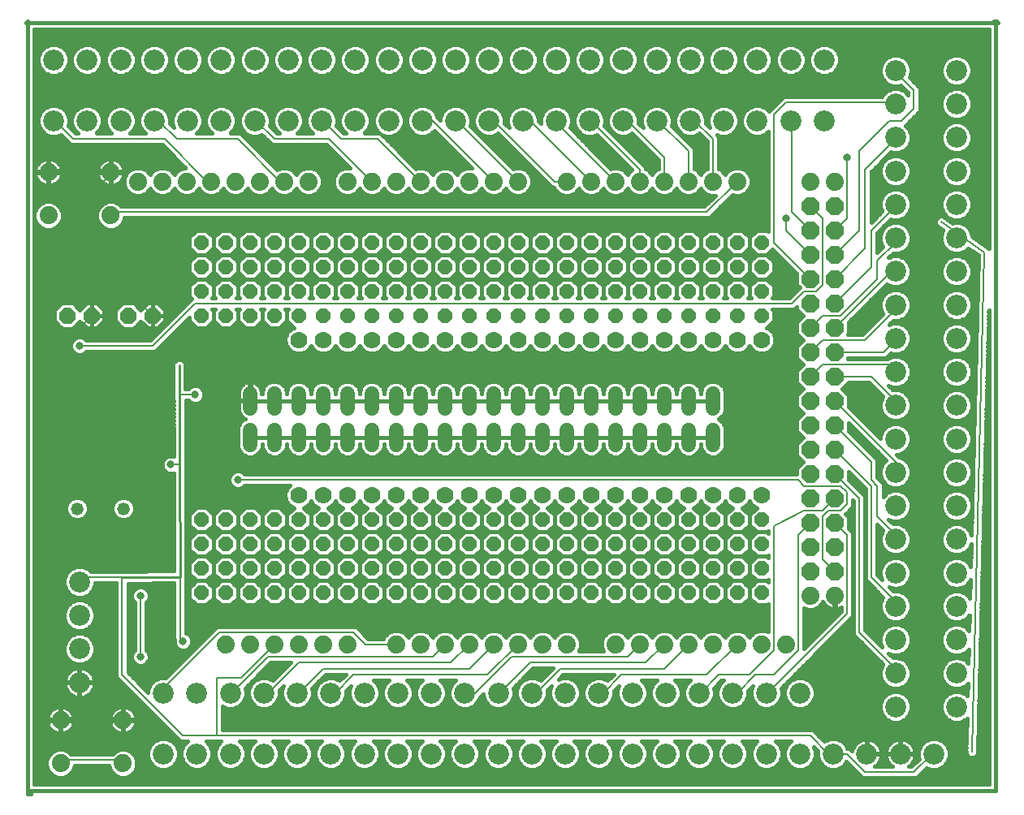
<source format=gtl>
G75*
%MOIN*%
%OFA0B0*%
%FSLAX25Y25*%
%IPPOS*%
%LPD*%
%AMOC8*
5,1,8,0,0,1.08239X$1,22.5*
%
%ADD10C,0.00000*%
%ADD11C,0.01600*%
%ADD12C,0.06000*%
%ADD13C,0.08600*%
%ADD14OC8,0.06000*%
%ADD15OC8,0.06600*%
%ADD16C,0.07400*%
%ADD17OC8,0.07400*%
%ADD18C,0.07000*%
%ADD19C,0.05200*%
%ADD20C,0.00800*%
%ADD21C,0.03200*%
%ADD22C,0.01000*%
%ADD23C,0.01200*%
D10*
X0055000Y0003124D02*
X0448701Y0003124D01*
X0448701Y0318085D02*
X0055000Y0318085D01*
D11*
X0053678Y0319012D02*
X0053678Y0001800D01*
X0055000Y0001800D01*
X0055000Y0003015D01*
X0450987Y0003015D01*
X0450987Y0318349D01*
X0449682Y0318349D01*
X0450498Y0318932D02*
X0451417Y0318932D01*
X0451417Y0318473D01*
X0451877Y0318473D01*
X0451417Y0318473D02*
X0053163Y0318473D01*
X0056478Y0315673D02*
X0448187Y0315673D01*
X0448187Y0225710D01*
X0448154Y0225763D01*
X0447954Y0225904D01*
X0447786Y0226082D01*
X0447569Y0226178D01*
X0441300Y0230626D01*
X0441300Y0231267D01*
X0440341Y0233583D01*
X0438569Y0235355D01*
X0436253Y0236314D01*
X0433747Y0236314D01*
X0433455Y0236193D01*
X0429760Y0238815D01*
X0428829Y0239028D01*
X0427888Y0238868D01*
X0427080Y0238360D01*
X0426527Y0237581D01*
X0426314Y0236650D01*
X0426474Y0235709D01*
X0426982Y0234901D01*
X0429473Y0233133D01*
X0428700Y0231267D01*
X0428700Y0228761D01*
X0429659Y0226446D01*
X0431431Y0224673D01*
X0433747Y0223714D01*
X0436253Y0223714D01*
X0438569Y0224673D01*
X0439742Y0225846D01*
X0443945Y0222864D01*
X0441079Y0108021D01*
X0440341Y0109803D01*
X0438569Y0111576D01*
X0436253Y0112535D01*
X0433747Y0112535D01*
X0431431Y0111576D01*
X0429659Y0109803D01*
X0428700Y0107488D01*
X0428700Y0104982D01*
X0429659Y0102666D01*
X0431431Y0100894D01*
X0433747Y0099935D01*
X0436253Y0099935D01*
X0438569Y0100894D01*
X0440341Y0102666D01*
X0440984Y0104219D01*
X0440755Y0095025D01*
X0440341Y0096024D01*
X0438569Y0097796D01*
X0436253Y0098755D01*
X0433747Y0098755D01*
X0431431Y0097796D01*
X0429659Y0096024D01*
X0428700Y0093708D01*
X0428700Y0091202D01*
X0429659Y0088887D01*
X0431431Y0087114D01*
X0433747Y0086155D01*
X0436253Y0086155D01*
X0438569Y0087114D01*
X0440341Y0088887D01*
X0440618Y0089556D01*
X0440433Y0082139D01*
X0440341Y0082362D01*
X0438569Y0084135D01*
X0436253Y0085094D01*
X0433747Y0085094D01*
X0431431Y0084135D01*
X0429659Y0082362D01*
X0428700Y0080047D01*
X0428700Y0077541D01*
X0429659Y0075225D01*
X0431431Y0073453D01*
X0433747Y0072494D01*
X0436253Y0072494D01*
X0438569Y0073453D01*
X0440259Y0075143D01*
X0440101Y0068823D01*
X0438569Y0070355D01*
X0436253Y0071314D01*
X0433747Y0071314D01*
X0431431Y0070355D01*
X0429659Y0068583D01*
X0428700Y0066267D01*
X0428700Y0063761D01*
X0429659Y0061446D01*
X0431431Y0059673D01*
X0433747Y0058714D01*
X0436253Y0058714D01*
X0438569Y0059673D01*
X0439906Y0061011D01*
X0439765Y0055379D01*
X0438569Y0056576D01*
X0436253Y0057535D01*
X0433747Y0057535D01*
X0431431Y0056576D01*
X0429659Y0054803D01*
X0428700Y0052488D01*
X0428700Y0049982D01*
X0429659Y0047666D01*
X0431431Y0045894D01*
X0433747Y0044935D01*
X0436253Y0044935D01*
X0438569Y0045894D01*
X0439553Y0046879D01*
X0439430Y0041935D01*
X0438569Y0042796D01*
X0436253Y0043755D01*
X0433747Y0043755D01*
X0431431Y0042796D01*
X0429659Y0041024D01*
X0428700Y0038708D01*
X0428700Y0036202D01*
X0429659Y0033887D01*
X0431431Y0032114D01*
X0433747Y0031155D01*
X0436253Y0031155D01*
X0438569Y0032114D01*
X0439201Y0032746D01*
X0438849Y0018664D01*
X0439193Y0017773D01*
X0439851Y0017082D01*
X0440723Y0016694D01*
X0441678Y0016671D01*
X0442569Y0017014D01*
X0443261Y0017672D01*
X0443648Y0018545D01*
X0448187Y0200468D01*
X0448187Y0005815D01*
X0056478Y0005815D01*
X0056478Y0315673D01*
X0056478Y0314834D02*
X0448187Y0314834D01*
X0448187Y0313236D02*
X0056478Y0313236D01*
X0056478Y0311637D02*
X0448187Y0311637D01*
X0448187Y0310039D02*
X0056478Y0310039D01*
X0056478Y0308440D02*
X0060737Y0308440D01*
X0060762Y0308465D02*
X0058990Y0306693D01*
X0058031Y0304378D01*
X0058031Y0301871D01*
X0058990Y0299556D01*
X0060762Y0297784D01*
X0063078Y0296824D01*
X0065584Y0296824D01*
X0067899Y0297784D01*
X0069672Y0299556D01*
X0070631Y0301871D01*
X0070631Y0304378D01*
X0069672Y0306693D01*
X0067899Y0308465D01*
X0065584Y0309424D01*
X0063078Y0309424D01*
X0060762Y0308465D01*
X0059138Y0306842D02*
X0056478Y0306842D01*
X0056478Y0305243D02*
X0058389Y0305243D01*
X0058031Y0303645D02*
X0056478Y0303645D01*
X0056478Y0302046D02*
X0058031Y0302046D01*
X0058620Y0300448D02*
X0056478Y0300448D01*
X0056478Y0298849D02*
X0059697Y0298849D01*
X0062049Y0297251D02*
X0056478Y0297251D01*
X0056478Y0295652D02*
X0404482Y0295652D01*
X0404659Y0295225D02*
X0406431Y0293453D01*
X0408747Y0292494D01*
X0411253Y0292494D01*
X0411949Y0292782D01*
X0415100Y0289630D01*
X0415100Y0288824D01*
X0413569Y0290355D01*
X0411253Y0291314D01*
X0408747Y0291314D01*
X0406431Y0290355D01*
X0404659Y0288583D01*
X0404428Y0288024D01*
X0364523Y0288024D01*
X0363641Y0287659D01*
X0362965Y0286984D01*
X0358063Y0282081D01*
X0356679Y0283465D01*
X0354363Y0284424D01*
X0351857Y0284424D01*
X0349542Y0283465D01*
X0347769Y0281693D01*
X0346810Y0279378D01*
X0346810Y0276871D01*
X0347769Y0274556D01*
X0349542Y0272784D01*
X0351857Y0271824D01*
X0354363Y0271824D01*
X0356679Y0272784D01*
X0357600Y0273705D01*
X0357600Y0232595D01*
X0357071Y0233124D01*
X0352929Y0233124D01*
X0350000Y0230196D01*
X0350000Y0226053D01*
X0352929Y0223124D01*
X0350000Y0220196D01*
X0350000Y0216053D01*
X0352929Y0213124D01*
X0350000Y0210196D01*
X0347071Y0213124D01*
X0342929Y0213124D01*
X0340000Y0210196D01*
X0337071Y0213124D01*
X0332929Y0213124D01*
X0330000Y0210196D01*
X0327071Y0213124D01*
X0322929Y0213124D01*
X0320000Y0210196D01*
X0317071Y0213124D01*
X0312929Y0213124D01*
X0310000Y0210196D01*
X0307071Y0213124D01*
X0302929Y0213124D01*
X0300000Y0210196D01*
X0297071Y0213124D01*
X0292929Y0213124D01*
X0290000Y0210196D01*
X0287071Y0213124D01*
X0282929Y0213124D01*
X0280000Y0210196D01*
X0277071Y0213124D01*
X0272929Y0213124D01*
X0270000Y0210196D01*
X0267071Y0213124D01*
X0262929Y0213124D01*
X0260000Y0210196D01*
X0257071Y0213124D01*
X0252929Y0213124D01*
X0250000Y0210196D01*
X0247071Y0213124D01*
X0242929Y0213124D01*
X0240000Y0210196D01*
X0237071Y0213124D01*
X0232929Y0213124D01*
X0230000Y0210196D01*
X0227071Y0213124D01*
X0222929Y0213124D01*
X0220000Y0210196D01*
X0217071Y0213124D01*
X0212929Y0213124D01*
X0210000Y0210196D01*
X0207071Y0213124D01*
X0202929Y0213124D01*
X0200000Y0210196D01*
X0197071Y0213124D01*
X0192929Y0213124D01*
X0190000Y0210196D01*
X0187071Y0213124D01*
X0182929Y0213124D01*
X0180000Y0210196D01*
X0177071Y0213124D01*
X0172929Y0213124D01*
X0170000Y0210196D01*
X0167071Y0213124D01*
X0162929Y0213124D01*
X0160000Y0210196D01*
X0157071Y0213124D01*
X0152929Y0213124D01*
X0150000Y0210196D01*
X0147071Y0213124D01*
X0142929Y0213124D01*
X0140000Y0210196D01*
X0137071Y0213124D01*
X0132929Y0213124D01*
X0130000Y0210196D01*
X0127071Y0213124D01*
X0122929Y0213124D01*
X0120000Y0210196D01*
X0120000Y0206053D01*
X0121017Y0205036D01*
X0120465Y0204484D01*
X0104006Y0188024D01*
X0077691Y0188024D01*
X0077039Y0188676D01*
X0075716Y0189224D01*
X0074284Y0189224D01*
X0072961Y0188676D01*
X0071948Y0187664D01*
X0071400Y0186341D01*
X0071400Y0184908D01*
X0071948Y0183585D01*
X0072961Y0182573D01*
X0074284Y0182024D01*
X0075716Y0182024D01*
X0077039Y0182573D01*
X0077691Y0183224D01*
X0105477Y0183224D01*
X0106359Y0183590D01*
X0107035Y0184265D01*
X0120000Y0197230D01*
X0120000Y0196053D01*
X0122929Y0193124D01*
X0127071Y0193124D01*
X0130000Y0196053D01*
X0132929Y0193124D01*
X0137071Y0193124D01*
X0140000Y0196053D01*
X0142929Y0193124D01*
X0147071Y0193124D01*
X0150000Y0196053D01*
X0152929Y0193124D01*
X0157071Y0193124D01*
X0160000Y0196053D01*
X0162862Y0193192D01*
X0161884Y0192787D01*
X0160337Y0191240D01*
X0159500Y0189218D01*
X0159500Y0187030D01*
X0160337Y0185009D01*
X0161884Y0183462D01*
X0163906Y0182624D01*
X0166094Y0182624D01*
X0168115Y0183462D01*
X0169663Y0185009D01*
X0170000Y0185823D01*
X0170337Y0185009D01*
X0171884Y0183462D01*
X0173906Y0182624D01*
X0176094Y0182624D01*
X0178115Y0183462D01*
X0179663Y0185009D01*
X0180000Y0185823D01*
X0180337Y0185009D01*
X0181884Y0183462D01*
X0183906Y0182624D01*
X0186094Y0182624D01*
X0188115Y0183462D01*
X0189663Y0185009D01*
X0190000Y0185823D01*
X0190337Y0185009D01*
X0191884Y0183462D01*
X0193906Y0182624D01*
X0196094Y0182624D01*
X0198115Y0183462D01*
X0199663Y0185009D01*
X0200000Y0185823D01*
X0200337Y0185009D01*
X0201884Y0183462D01*
X0203906Y0182624D01*
X0206094Y0182624D01*
X0208115Y0183462D01*
X0209663Y0185009D01*
X0210000Y0185823D01*
X0210337Y0185009D01*
X0211884Y0183462D01*
X0213906Y0182624D01*
X0216094Y0182624D01*
X0218115Y0183462D01*
X0219663Y0185009D01*
X0220000Y0185823D01*
X0220337Y0185009D01*
X0221884Y0183462D01*
X0223906Y0182624D01*
X0226094Y0182624D01*
X0228115Y0183462D01*
X0229663Y0185009D01*
X0230000Y0185823D01*
X0230337Y0185009D01*
X0231884Y0183462D01*
X0233906Y0182624D01*
X0236094Y0182624D01*
X0238115Y0183462D01*
X0239663Y0185009D01*
X0240000Y0185823D01*
X0240337Y0185009D01*
X0241884Y0183462D01*
X0243906Y0182624D01*
X0246094Y0182624D01*
X0248115Y0183462D01*
X0249663Y0185009D01*
X0250000Y0185823D01*
X0250337Y0185009D01*
X0251884Y0183462D01*
X0253906Y0182624D01*
X0256094Y0182624D01*
X0258115Y0183462D01*
X0259663Y0185009D01*
X0260000Y0185823D01*
X0260337Y0185009D01*
X0261884Y0183462D01*
X0263906Y0182624D01*
X0266094Y0182624D01*
X0268115Y0183462D01*
X0269663Y0185009D01*
X0270000Y0185823D01*
X0270337Y0185009D01*
X0271884Y0183462D01*
X0273906Y0182624D01*
X0276094Y0182624D01*
X0278115Y0183462D01*
X0279663Y0185009D01*
X0280000Y0185823D01*
X0280337Y0185009D01*
X0281884Y0183462D01*
X0283906Y0182624D01*
X0286094Y0182624D01*
X0288115Y0183462D01*
X0289663Y0185009D01*
X0290000Y0185823D01*
X0290337Y0185009D01*
X0291884Y0183462D01*
X0293906Y0182624D01*
X0296094Y0182624D01*
X0298115Y0183462D01*
X0299663Y0185009D01*
X0300000Y0185823D01*
X0300337Y0185009D01*
X0301884Y0183462D01*
X0303906Y0182624D01*
X0306094Y0182624D01*
X0308115Y0183462D01*
X0309663Y0185009D01*
X0310000Y0185823D01*
X0310337Y0185009D01*
X0311884Y0183462D01*
X0313906Y0182624D01*
X0316094Y0182624D01*
X0318115Y0183462D01*
X0319663Y0185009D01*
X0320000Y0185823D01*
X0320337Y0185009D01*
X0321884Y0183462D01*
X0323906Y0182624D01*
X0326094Y0182624D01*
X0328115Y0183462D01*
X0329663Y0185009D01*
X0330000Y0185823D01*
X0330337Y0185009D01*
X0331884Y0183462D01*
X0333906Y0182624D01*
X0336094Y0182624D01*
X0338115Y0183462D01*
X0339663Y0185009D01*
X0340000Y0185823D01*
X0340337Y0185009D01*
X0341884Y0183462D01*
X0343906Y0182624D01*
X0346094Y0182624D01*
X0348115Y0183462D01*
X0349663Y0185009D01*
X0350000Y0185823D01*
X0350337Y0185009D01*
X0351884Y0183462D01*
X0353906Y0182624D01*
X0356094Y0182624D01*
X0358115Y0183462D01*
X0359663Y0185009D01*
X0360500Y0187030D01*
X0360500Y0189218D01*
X0359663Y0191240D01*
X0358115Y0192787D01*
X0357138Y0193192D01*
X0360000Y0196053D01*
X0360000Y0200196D01*
X0359471Y0200724D01*
X0367977Y0200724D01*
X0368859Y0201090D01*
X0369300Y0201530D01*
X0369300Y0200763D01*
X0371939Y0198124D01*
X0369300Y0195485D01*
X0369300Y0190763D01*
X0371939Y0188124D01*
X0369300Y0185485D01*
X0369300Y0180763D01*
X0371939Y0178124D01*
X0369300Y0175485D01*
X0369300Y0170763D01*
X0371939Y0168124D01*
X0369300Y0165485D01*
X0369300Y0160763D01*
X0371939Y0158124D01*
X0369300Y0155485D01*
X0369300Y0150763D01*
X0371939Y0148124D01*
X0369300Y0145485D01*
X0369300Y0140763D01*
X0371939Y0138124D01*
X0369300Y0135485D01*
X0369300Y0133024D01*
X0142691Y0133024D01*
X0142039Y0133676D01*
X0140716Y0134224D01*
X0139284Y0134224D01*
X0137961Y0133676D01*
X0136948Y0132664D01*
X0136400Y0131341D01*
X0136400Y0129908D01*
X0136948Y0128585D01*
X0137961Y0127573D01*
X0139284Y0127024D01*
X0140716Y0127024D01*
X0142039Y0127573D01*
X0142691Y0128224D01*
X0161193Y0128224D01*
X0160337Y0127369D01*
X0159500Y0125347D01*
X0159500Y0123159D01*
X0160337Y0121138D01*
X0161884Y0119590D01*
X0162862Y0119186D01*
X0160000Y0116324D01*
X0157071Y0119253D01*
X0152929Y0119253D01*
X0150000Y0116324D01*
X0150000Y0112182D01*
X0152929Y0109253D01*
X0157071Y0109253D01*
X0152929Y0109253D01*
X0150000Y0106324D01*
X0150000Y0102182D01*
X0152929Y0099253D01*
X0157071Y0099253D01*
X0152929Y0099253D01*
X0150000Y0096324D01*
X0150000Y0092182D01*
X0152929Y0089253D01*
X0157071Y0089253D01*
X0152929Y0089253D01*
X0150000Y0086324D01*
X0150000Y0082182D01*
X0152929Y0079253D01*
X0157071Y0079253D01*
X0160000Y0082182D01*
X0162929Y0079253D01*
X0167071Y0079253D01*
X0170000Y0082182D01*
X0172929Y0079253D01*
X0177071Y0079253D01*
X0180000Y0082182D01*
X0182929Y0079253D01*
X0187071Y0079253D01*
X0190000Y0082182D01*
X0192929Y0079253D01*
X0197071Y0079253D01*
X0200000Y0082182D01*
X0202929Y0079253D01*
X0207071Y0079253D01*
X0210000Y0082182D01*
X0212929Y0079253D01*
X0217071Y0079253D01*
X0220000Y0082182D01*
X0222929Y0079253D01*
X0227071Y0079253D01*
X0230000Y0082182D01*
X0232929Y0079253D01*
X0237071Y0079253D01*
X0240000Y0082182D01*
X0242929Y0079253D01*
X0247071Y0079253D01*
X0250000Y0082182D01*
X0252929Y0079253D01*
X0257071Y0079253D01*
X0260000Y0082182D01*
X0262929Y0079253D01*
X0267071Y0079253D01*
X0270000Y0082182D01*
X0272929Y0079253D01*
X0277071Y0079253D01*
X0280000Y0082182D01*
X0282929Y0079253D01*
X0287071Y0079253D01*
X0290000Y0082182D01*
X0292929Y0079253D01*
X0297071Y0079253D01*
X0300000Y0082182D01*
X0302929Y0079253D01*
X0307071Y0079253D01*
X0310000Y0082182D01*
X0312929Y0079253D01*
X0317071Y0079253D01*
X0320000Y0082182D01*
X0322929Y0079253D01*
X0327071Y0079253D01*
X0330000Y0082182D01*
X0332929Y0079253D01*
X0337071Y0079253D01*
X0340000Y0082182D01*
X0342929Y0079253D01*
X0347071Y0079253D01*
X0350000Y0082182D01*
X0352929Y0079253D01*
X0357071Y0079253D01*
X0357600Y0079782D01*
X0357600Y0068217D01*
X0356134Y0068824D01*
X0353866Y0068824D01*
X0351771Y0067957D01*
X0350168Y0066353D01*
X0350000Y0065948D01*
X0349832Y0066353D01*
X0348229Y0067957D01*
X0346134Y0068824D01*
X0343866Y0068824D01*
X0341771Y0067957D01*
X0340168Y0066353D01*
X0340000Y0065948D01*
X0339832Y0066353D01*
X0338229Y0067957D01*
X0336134Y0068824D01*
X0333866Y0068824D01*
X0331771Y0067957D01*
X0330168Y0066353D01*
X0330000Y0065948D01*
X0329832Y0066353D01*
X0328229Y0067957D01*
X0326134Y0068824D01*
X0323866Y0068824D01*
X0321771Y0067957D01*
X0320168Y0066353D01*
X0320000Y0065948D01*
X0319832Y0066353D01*
X0318229Y0067957D01*
X0316134Y0068824D01*
X0313866Y0068824D01*
X0311771Y0067957D01*
X0310168Y0066353D01*
X0310000Y0065948D01*
X0309832Y0066353D01*
X0308229Y0067957D01*
X0306134Y0068824D01*
X0303866Y0068824D01*
X0301771Y0067957D01*
X0300168Y0066353D01*
X0300000Y0065948D01*
X0299832Y0066353D01*
X0298229Y0067957D01*
X0296134Y0068824D01*
X0293866Y0068824D01*
X0291771Y0067957D01*
X0290168Y0066353D01*
X0289300Y0064258D01*
X0289300Y0061991D01*
X0289907Y0060524D01*
X0280093Y0060524D01*
X0280700Y0061991D01*
X0280700Y0064258D01*
X0279832Y0066353D01*
X0278229Y0067957D01*
X0276134Y0068824D01*
X0273866Y0068824D01*
X0271771Y0067957D01*
X0270168Y0066353D01*
X0270000Y0065948D01*
X0269832Y0066353D01*
X0268229Y0067957D01*
X0266134Y0068824D01*
X0263866Y0068824D01*
X0261771Y0067957D01*
X0260168Y0066353D01*
X0260000Y0065948D01*
X0259832Y0066353D01*
X0258229Y0067957D01*
X0256134Y0068824D01*
X0253866Y0068824D01*
X0251771Y0067957D01*
X0250168Y0066353D01*
X0250000Y0065948D01*
X0249832Y0066353D01*
X0248229Y0067957D01*
X0246134Y0068824D01*
X0243866Y0068824D01*
X0241771Y0067957D01*
X0240168Y0066353D01*
X0240000Y0065948D01*
X0239832Y0066353D01*
X0238229Y0067957D01*
X0236134Y0068824D01*
X0233866Y0068824D01*
X0231771Y0067957D01*
X0230168Y0066353D01*
X0230000Y0065948D01*
X0229832Y0066353D01*
X0228229Y0067957D01*
X0226134Y0068824D01*
X0223866Y0068824D01*
X0221771Y0067957D01*
X0220168Y0066353D01*
X0220000Y0065948D01*
X0219832Y0066353D01*
X0218229Y0067957D01*
X0216134Y0068824D01*
X0213866Y0068824D01*
X0211771Y0067957D01*
X0210168Y0066353D01*
X0210000Y0065948D01*
X0209832Y0066353D01*
X0208229Y0067957D01*
X0206134Y0068824D01*
X0203866Y0068824D01*
X0201771Y0067957D01*
X0200168Y0066353D01*
X0199824Y0065524D01*
X0193494Y0065524D01*
X0189535Y0069484D01*
X0188859Y0070159D01*
X0187977Y0070524D01*
X0132023Y0070524D01*
X0131141Y0070159D01*
X0110406Y0049424D01*
X0108078Y0049424D01*
X0105762Y0048465D01*
X0103990Y0046693D01*
X0103031Y0044378D01*
X0103031Y0043488D01*
X0094900Y0051619D01*
X0094900Y0088144D01*
X0113850Y0088297D01*
X0113850Y0065147D01*
X0113900Y0065026D01*
X0113900Y0063658D01*
X0114448Y0062335D01*
X0115461Y0061323D01*
X0116784Y0060774D01*
X0118216Y0060774D01*
X0119539Y0061323D01*
X0120552Y0062335D01*
X0121100Y0063658D01*
X0121100Y0065091D01*
X0120552Y0066414D01*
X0119539Y0067426D01*
X0118650Y0067795D01*
X0118650Y0090045D01*
X0118766Y0090328D01*
X0118766Y0090333D01*
X0118768Y0090339D01*
X0118764Y0090831D01*
X0118611Y0136303D01*
X0118650Y0136397D01*
X0118650Y0136402D01*
X0118652Y0136407D01*
X0118650Y0136880D01*
X0118650Y0137352D01*
X0118648Y0137356D01*
X0118648Y0137361D01*
X0118607Y0137459D01*
X0118520Y0163224D01*
X0119809Y0163224D01*
X0120461Y0162573D01*
X0121784Y0162024D01*
X0123216Y0162024D01*
X0124539Y0162573D01*
X0125552Y0163585D01*
X0126100Y0164908D01*
X0126100Y0166341D01*
X0125552Y0167664D01*
X0124539Y0168676D01*
X0123216Y0169224D01*
X0121784Y0169224D01*
X0120461Y0168676D01*
X0119809Y0168024D01*
X0118504Y0168024D01*
X0118470Y0178186D01*
X0118086Y0179104D01*
X0117381Y0179805D01*
X0116460Y0180182D01*
X0115466Y0180179D01*
X0114548Y0179795D01*
X0113847Y0179089D01*
X0113470Y0178169D01*
X0113514Y0165117D01*
X0113597Y0140316D01*
X0113216Y0140474D01*
X0111784Y0140474D01*
X0110461Y0139926D01*
X0109448Y0138914D01*
X0108900Y0137591D01*
X0108900Y0136158D01*
X0109448Y0134835D01*
X0110461Y0133823D01*
X0111784Y0133274D01*
X0113216Y0133274D01*
X0113621Y0133442D01*
X0113756Y0093296D01*
X0091983Y0093120D01*
X0091756Y0093024D01*
X0079679Y0093024D01*
X0078569Y0094135D01*
X0076253Y0095094D01*
X0073747Y0095094D01*
X0071431Y0094135D01*
X0069659Y0092362D01*
X0068700Y0090047D01*
X0068700Y0087541D01*
X0069659Y0085225D01*
X0071431Y0083453D01*
X0073747Y0082494D01*
X0076253Y0082494D01*
X0078569Y0083453D01*
X0080341Y0085225D01*
X0081300Y0087541D01*
X0081300Y0088224D01*
X0090100Y0088224D01*
X0090100Y0050147D01*
X0090465Y0049265D01*
X0116141Y0023590D01*
X0117023Y0023224D01*
X0119301Y0023224D01*
X0117769Y0021693D01*
X0116810Y0019378D01*
X0116810Y0016871D01*
X0117769Y0014556D01*
X0119542Y0012784D01*
X0121857Y0011824D01*
X0124363Y0011824D01*
X0126679Y0012784D01*
X0128451Y0014556D01*
X0129410Y0016871D01*
X0129410Y0019378D01*
X0128451Y0021693D01*
X0126920Y0023224D01*
X0133080Y0023224D01*
X0131549Y0021693D01*
X0130590Y0019378D01*
X0130590Y0016871D01*
X0131549Y0014556D01*
X0133321Y0012784D01*
X0135637Y0011824D01*
X0138143Y0011824D01*
X0140458Y0012784D01*
X0142231Y0014556D01*
X0143190Y0016871D01*
X0143190Y0019378D01*
X0142231Y0021693D01*
X0140699Y0023224D01*
X0146860Y0023224D01*
X0145328Y0021693D01*
X0144369Y0019378D01*
X0144369Y0016871D01*
X0145328Y0014556D01*
X0147101Y0012784D01*
X0149416Y0011824D01*
X0151922Y0011824D01*
X0154238Y0012784D01*
X0156010Y0014556D01*
X0156969Y0016871D01*
X0156969Y0019378D01*
X0156010Y0021693D01*
X0154479Y0023224D01*
X0160521Y0023224D01*
X0158990Y0021693D01*
X0158031Y0019378D01*
X0158031Y0016871D01*
X0158990Y0014556D01*
X0160762Y0012784D01*
X0163078Y0011824D01*
X0165584Y0011824D01*
X0167899Y0012784D01*
X0169672Y0014556D01*
X0170631Y0016871D01*
X0170631Y0019378D01*
X0169672Y0021693D01*
X0168140Y0023224D01*
X0174301Y0023224D01*
X0172769Y0021693D01*
X0171810Y0019378D01*
X0171810Y0016871D01*
X0172769Y0014556D01*
X0174542Y0012784D01*
X0176857Y0011824D01*
X0179363Y0011824D01*
X0181679Y0012784D01*
X0183451Y0014556D01*
X0184410Y0016871D01*
X0184410Y0019378D01*
X0183451Y0021693D01*
X0181920Y0023224D01*
X0188080Y0023224D01*
X0186549Y0021693D01*
X0185590Y0019378D01*
X0185590Y0016871D01*
X0186549Y0014556D01*
X0188321Y0012784D01*
X0190637Y0011824D01*
X0193143Y0011824D01*
X0195458Y0012784D01*
X0197231Y0014556D01*
X0198190Y0016871D01*
X0198190Y0019378D01*
X0197231Y0021693D01*
X0195699Y0023224D01*
X0201860Y0023224D01*
X0200328Y0021693D01*
X0199369Y0019378D01*
X0199369Y0016871D01*
X0200328Y0014556D01*
X0202101Y0012784D01*
X0204416Y0011824D01*
X0206922Y0011824D01*
X0209238Y0012784D01*
X0211010Y0014556D01*
X0211969Y0016871D01*
X0211969Y0019378D01*
X0211010Y0021693D01*
X0209479Y0023224D01*
X0215521Y0023224D01*
X0213990Y0021693D01*
X0213031Y0019378D01*
X0213031Y0016871D01*
X0213990Y0014556D01*
X0215762Y0012784D01*
X0218078Y0011824D01*
X0220584Y0011824D01*
X0222899Y0012784D01*
X0224672Y0014556D01*
X0225631Y0016871D01*
X0225631Y0019378D01*
X0224672Y0021693D01*
X0223140Y0023224D01*
X0229301Y0023224D01*
X0227769Y0021693D01*
X0226810Y0019378D01*
X0226810Y0016871D01*
X0227769Y0014556D01*
X0229542Y0012784D01*
X0231857Y0011824D01*
X0234363Y0011824D01*
X0236679Y0012784D01*
X0238451Y0014556D01*
X0239410Y0016871D01*
X0239410Y0019378D01*
X0238451Y0021693D01*
X0236920Y0023224D01*
X0243080Y0023224D01*
X0241549Y0021693D01*
X0240590Y0019378D01*
X0240590Y0016871D01*
X0241549Y0014556D01*
X0243321Y0012784D01*
X0245637Y0011824D01*
X0248143Y0011824D01*
X0250458Y0012784D01*
X0252231Y0014556D01*
X0253190Y0016871D01*
X0253190Y0019378D01*
X0252231Y0021693D01*
X0250699Y0023224D01*
X0256860Y0023224D01*
X0255328Y0021693D01*
X0254369Y0019378D01*
X0254369Y0016871D01*
X0255328Y0014556D01*
X0257101Y0012784D01*
X0259416Y0011824D01*
X0261922Y0011824D01*
X0264238Y0012784D01*
X0266010Y0014556D01*
X0266969Y0016871D01*
X0266969Y0019378D01*
X0266010Y0021693D01*
X0264479Y0023224D01*
X0270521Y0023224D01*
X0268990Y0021693D01*
X0268031Y0019378D01*
X0268031Y0016871D01*
X0268990Y0014556D01*
X0270762Y0012784D01*
X0273078Y0011824D01*
X0275584Y0011824D01*
X0277899Y0012784D01*
X0279672Y0014556D01*
X0280631Y0016871D01*
X0280631Y0019378D01*
X0279672Y0021693D01*
X0278140Y0023224D01*
X0284301Y0023224D01*
X0282769Y0021693D01*
X0281810Y0019378D01*
X0281810Y0016871D01*
X0282769Y0014556D01*
X0284542Y0012784D01*
X0286857Y0011824D01*
X0289363Y0011824D01*
X0291679Y0012784D01*
X0293451Y0014556D01*
X0294410Y0016871D01*
X0294410Y0019378D01*
X0293451Y0021693D01*
X0291920Y0023224D01*
X0298080Y0023224D01*
X0296549Y0021693D01*
X0295590Y0019378D01*
X0295590Y0016871D01*
X0296549Y0014556D01*
X0298321Y0012784D01*
X0300637Y0011824D01*
X0303143Y0011824D01*
X0305458Y0012784D01*
X0307231Y0014556D01*
X0308190Y0016871D01*
X0308190Y0019378D01*
X0307231Y0021693D01*
X0305699Y0023224D01*
X0311860Y0023224D01*
X0310328Y0021693D01*
X0309369Y0019378D01*
X0309369Y0016871D01*
X0310328Y0014556D01*
X0312101Y0012784D01*
X0314416Y0011824D01*
X0316922Y0011824D01*
X0319238Y0012784D01*
X0321010Y0014556D01*
X0321969Y0016871D01*
X0321969Y0019378D01*
X0321010Y0021693D01*
X0319479Y0023224D01*
X0325521Y0023224D01*
X0323990Y0021693D01*
X0323031Y0019378D01*
X0323031Y0016871D01*
X0323990Y0014556D01*
X0325762Y0012784D01*
X0328078Y0011824D01*
X0330584Y0011824D01*
X0332899Y0012784D01*
X0334672Y0014556D01*
X0335631Y0016871D01*
X0335631Y0019378D01*
X0334672Y0021693D01*
X0333140Y0023224D01*
X0339301Y0023224D01*
X0337769Y0021693D01*
X0336810Y0019378D01*
X0336810Y0016871D01*
X0337769Y0014556D01*
X0339542Y0012784D01*
X0341857Y0011824D01*
X0344363Y0011824D01*
X0346679Y0012784D01*
X0348451Y0014556D01*
X0349410Y0016871D01*
X0349410Y0019378D01*
X0348451Y0021693D01*
X0346920Y0023224D01*
X0353080Y0023224D01*
X0351549Y0021693D01*
X0350590Y0019378D01*
X0350590Y0016871D01*
X0351549Y0014556D01*
X0353321Y0012784D01*
X0355637Y0011824D01*
X0358143Y0011824D01*
X0360458Y0012784D01*
X0362231Y0014556D01*
X0363190Y0016871D01*
X0363190Y0019378D01*
X0362231Y0021693D01*
X0360699Y0023224D01*
X0366860Y0023224D01*
X0365328Y0021693D01*
X0364369Y0019378D01*
X0364369Y0016871D01*
X0365328Y0014556D01*
X0367101Y0012784D01*
X0369416Y0011824D01*
X0371922Y0011824D01*
X0374238Y0012784D01*
X0376010Y0014556D01*
X0376969Y0016871D01*
X0376969Y0019378D01*
X0376345Y0020886D01*
X0378031Y0019200D01*
X0378031Y0016871D01*
X0378990Y0014556D01*
X0380762Y0012784D01*
X0383078Y0011824D01*
X0385584Y0011824D01*
X0387899Y0012784D01*
X0389672Y0014556D01*
X0389819Y0014911D01*
X0395465Y0009265D01*
X0396141Y0008590D01*
X0397023Y0008224D01*
X0417977Y0008224D01*
X0418859Y0008590D01*
X0422774Y0012505D01*
X0424416Y0011824D01*
X0426922Y0011824D01*
X0429238Y0012784D01*
X0431010Y0014556D01*
X0431969Y0016871D01*
X0431969Y0019378D01*
X0431010Y0021693D01*
X0429238Y0023465D01*
X0426922Y0024424D01*
X0424416Y0024424D01*
X0422101Y0023465D01*
X0420328Y0021693D01*
X0419369Y0019378D01*
X0419369Y0016871D01*
X0419657Y0016176D01*
X0416506Y0013024D01*
X0415248Y0013024D01*
X0415864Y0013472D01*
X0416543Y0014151D01*
X0417107Y0014927D01*
X0417543Y0015783D01*
X0417840Y0016696D01*
X0417990Y0017644D01*
X0417990Y0017940D01*
X0412074Y0017940D01*
X0412074Y0018309D01*
X0411705Y0018309D01*
X0411705Y0017940D01*
X0405790Y0017940D01*
X0405790Y0017644D01*
X0405940Y0016696D01*
X0406237Y0015783D01*
X0406673Y0014927D01*
X0407237Y0014151D01*
X0407916Y0013472D01*
X0408531Y0013024D01*
X0401469Y0013024D01*
X0402084Y0013472D01*
X0402763Y0014151D01*
X0403327Y0014927D01*
X0403763Y0015783D01*
X0404060Y0016696D01*
X0404210Y0017644D01*
X0404210Y0017940D01*
X0398295Y0017940D01*
X0398295Y0018309D01*
X0404210Y0018309D01*
X0404210Y0018605D01*
X0404060Y0019553D01*
X0403763Y0020466D01*
X0403327Y0021322D01*
X0402763Y0022098D01*
X0402084Y0022777D01*
X0401307Y0023342D01*
X0400452Y0023778D01*
X0399539Y0024074D01*
X0398590Y0024224D01*
X0398294Y0024224D01*
X0398294Y0018309D01*
X0397926Y0018309D01*
X0397926Y0024224D01*
X0397630Y0024224D01*
X0396682Y0024074D01*
X0395769Y0023778D01*
X0394913Y0023342D01*
X0394136Y0022777D01*
X0393457Y0022098D01*
X0392893Y0021322D01*
X0392457Y0020466D01*
X0392160Y0019553D01*
X0392134Y0019385D01*
X0391359Y0020159D01*
X0390477Y0020524D01*
X0390156Y0020524D01*
X0389672Y0021693D01*
X0387899Y0023465D01*
X0385584Y0024424D01*
X0383078Y0024424D01*
X0380762Y0023465D01*
X0380658Y0023361D01*
X0377035Y0026984D01*
X0376359Y0027659D01*
X0375477Y0028024D01*
X0133650Y0028024D01*
X0133650Y0037647D01*
X0135637Y0036824D01*
X0138143Y0036824D01*
X0140458Y0037784D01*
X0142231Y0039556D01*
X0143190Y0041871D01*
X0143190Y0044378D01*
X0142884Y0045115D01*
X0153494Y0055724D01*
X0161706Y0055724D01*
X0154342Y0048361D01*
X0154238Y0048465D01*
X0151922Y0049424D01*
X0149416Y0049424D01*
X0147101Y0048465D01*
X0145328Y0046693D01*
X0144369Y0044378D01*
X0144369Y0041871D01*
X0145328Y0039556D01*
X0147101Y0037784D01*
X0149416Y0036824D01*
X0151922Y0036824D01*
X0154238Y0037784D01*
X0156010Y0039556D01*
X0156969Y0041871D01*
X0156969Y0044200D01*
X0158655Y0045886D01*
X0158031Y0044378D01*
X0158031Y0041871D01*
X0158990Y0039556D01*
X0160762Y0037784D01*
X0163078Y0036824D01*
X0165584Y0036824D01*
X0167899Y0037784D01*
X0169672Y0039556D01*
X0170631Y0041871D01*
X0170631Y0044378D01*
X0170343Y0045073D01*
X0175994Y0050724D01*
X0184206Y0050724D01*
X0181813Y0048331D01*
X0181679Y0048465D01*
X0179363Y0049424D01*
X0176857Y0049424D01*
X0174542Y0048465D01*
X0172769Y0046693D01*
X0171810Y0044378D01*
X0171810Y0041871D01*
X0172769Y0039556D01*
X0174542Y0037784D01*
X0176857Y0036824D01*
X0179363Y0036824D01*
X0181679Y0037784D01*
X0183451Y0039556D01*
X0184410Y0041871D01*
X0184410Y0044141D01*
X0186256Y0045987D01*
X0185590Y0044378D01*
X0185590Y0041871D01*
X0186549Y0039556D01*
X0188321Y0037784D01*
X0190637Y0036824D01*
X0193143Y0036824D01*
X0195458Y0037784D01*
X0197231Y0039556D01*
X0198190Y0041871D01*
X0198190Y0044378D01*
X0197231Y0046693D01*
X0195699Y0048224D01*
X0201860Y0048224D01*
X0200328Y0046693D01*
X0199369Y0044378D01*
X0199369Y0041871D01*
X0200328Y0039556D01*
X0202101Y0037784D01*
X0204416Y0036824D01*
X0206922Y0036824D01*
X0209238Y0037784D01*
X0211010Y0039556D01*
X0211969Y0041871D01*
X0211969Y0044378D01*
X0211010Y0046693D01*
X0209479Y0048224D01*
X0215521Y0048224D01*
X0213990Y0046693D01*
X0213031Y0044378D01*
X0213031Y0041871D01*
X0213990Y0039556D01*
X0215762Y0037784D01*
X0218078Y0036824D01*
X0220584Y0036824D01*
X0222899Y0037784D01*
X0224672Y0039556D01*
X0225631Y0041871D01*
X0225631Y0044378D01*
X0224672Y0046693D01*
X0223140Y0048224D01*
X0229301Y0048224D01*
X0227769Y0046693D01*
X0226810Y0044378D01*
X0226810Y0041871D01*
X0227769Y0039556D01*
X0229542Y0037784D01*
X0231857Y0036824D01*
X0234363Y0036824D01*
X0236679Y0037784D01*
X0238451Y0039556D01*
X0239247Y0041477D01*
X0239535Y0041765D01*
X0240590Y0042820D01*
X0240590Y0041871D01*
X0241549Y0039556D01*
X0243321Y0037784D01*
X0245637Y0036824D01*
X0248143Y0036824D01*
X0250458Y0037784D01*
X0252231Y0039556D01*
X0253190Y0041871D01*
X0253190Y0044378D01*
X0252884Y0045115D01*
X0260994Y0053224D01*
X0269206Y0053224D01*
X0264342Y0048361D01*
X0264238Y0048465D01*
X0261922Y0049424D01*
X0259416Y0049424D01*
X0257101Y0048465D01*
X0255328Y0046693D01*
X0254369Y0044378D01*
X0254369Y0041871D01*
X0255328Y0039556D01*
X0257101Y0037784D01*
X0259416Y0036824D01*
X0261922Y0036824D01*
X0264238Y0037784D01*
X0266010Y0039556D01*
X0266969Y0041871D01*
X0266969Y0044200D01*
X0268655Y0045886D01*
X0268031Y0044378D01*
X0268031Y0041871D01*
X0268990Y0039556D01*
X0270762Y0037784D01*
X0273078Y0036824D01*
X0275584Y0036824D01*
X0277899Y0037784D01*
X0279672Y0039556D01*
X0280631Y0041871D01*
X0280631Y0044378D01*
X0279672Y0046693D01*
X0277899Y0048465D01*
X0275584Y0049424D01*
X0273078Y0049424D01*
X0271569Y0048800D01*
X0273494Y0050724D01*
X0294206Y0050724D01*
X0291813Y0048331D01*
X0291679Y0048465D01*
X0289363Y0049424D01*
X0286857Y0049424D01*
X0284542Y0048465D01*
X0282769Y0046693D01*
X0281810Y0044378D01*
X0281810Y0041871D01*
X0282769Y0039556D01*
X0284542Y0037784D01*
X0286857Y0036824D01*
X0289363Y0036824D01*
X0291679Y0037784D01*
X0293451Y0039556D01*
X0294410Y0041871D01*
X0294410Y0044141D01*
X0296256Y0045987D01*
X0295590Y0044378D01*
X0295590Y0041871D01*
X0296549Y0039556D01*
X0298321Y0037784D01*
X0300637Y0036824D01*
X0303143Y0036824D01*
X0305458Y0037784D01*
X0307231Y0039556D01*
X0308190Y0041871D01*
X0308190Y0044378D01*
X0307231Y0046693D01*
X0305699Y0048224D01*
X0311860Y0048224D01*
X0310328Y0046693D01*
X0309369Y0044378D01*
X0309369Y0041871D01*
X0310328Y0039556D01*
X0312101Y0037784D01*
X0314416Y0036824D01*
X0316922Y0036824D01*
X0319238Y0037784D01*
X0321010Y0039556D01*
X0321969Y0041871D01*
X0321969Y0044378D01*
X0321010Y0046693D01*
X0319479Y0048224D01*
X0325521Y0048224D01*
X0323990Y0046693D01*
X0323031Y0044378D01*
X0323031Y0041871D01*
X0323990Y0039556D01*
X0325762Y0037784D01*
X0328078Y0036824D01*
X0330584Y0036824D01*
X0332899Y0037784D01*
X0334672Y0039556D01*
X0335631Y0041871D01*
X0335631Y0044378D01*
X0335343Y0045073D01*
X0338494Y0048224D01*
X0339301Y0048224D01*
X0337769Y0046693D01*
X0336810Y0044378D01*
X0336810Y0041871D01*
X0337769Y0039556D01*
X0339542Y0037784D01*
X0341857Y0036824D01*
X0344363Y0036824D01*
X0346679Y0037784D01*
X0348451Y0039556D01*
X0349410Y0041871D01*
X0349410Y0044141D01*
X0351256Y0045987D01*
X0350590Y0044378D01*
X0350590Y0041871D01*
X0351549Y0039556D01*
X0353321Y0037784D01*
X0355637Y0036824D01*
X0358143Y0036824D01*
X0360458Y0037784D01*
X0362231Y0039556D01*
X0363190Y0041871D01*
X0363190Y0044378D01*
X0362884Y0045115D01*
X0392035Y0074265D01*
X0392400Y0075147D01*
X0392400Y0108602D01*
X0392035Y0109484D01*
X0391359Y0110159D01*
X0390700Y0110819D01*
X0390700Y0115485D01*
X0389478Y0116708D01*
X0389535Y0116765D01*
X0392035Y0119265D01*
X0392400Y0120147D01*
X0392400Y0122330D01*
X0392600Y0122130D01*
X0392600Y0067647D01*
X0392965Y0066765D01*
X0404793Y0054937D01*
X0404659Y0054803D01*
X0403700Y0052488D01*
X0403700Y0049982D01*
X0404659Y0047666D01*
X0406431Y0045894D01*
X0408747Y0044935D01*
X0411253Y0044935D01*
X0413569Y0045894D01*
X0415341Y0047666D01*
X0416300Y0049982D01*
X0416300Y0052488D01*
X0415341Y0054803D01*
X0413569Y0056576D01*
X0411253Y0057535D01*
X0408984Y0057535D01*
X0407138Y0059381D01*
X0408747Y0058714D01*
X0411253Y0058714D01*
X0413569Y0059673D01*
X0415341Y0061446D01*
X0416300Y0063761D01*
X0416300Y0066267D01*
X0415341Y0068583D01*
X0413569Y0070355D01*
X0411253Y0071314D01*
X0408747Y0071314D01*
X0406431Y0070355D01*
X0404659Y0068583D01*
X0403700Y0066267D01*
X0403700Y0063761D01*
X0404366Y0062152D01*
X0397400Y0069119D01*
X0397400Y0123602D01*
X0397035Y0124484D01*
X0396359Y0125159D01*
X0390700Y0130819D01*
X0390700Y0134030D01*
X0397600Y0127130D01*
X0397600Y0090147D01*
X0397965Y0089265D01*
X0404764Y0082467D01*
X0404659Y0082362D01*
X0403700Y0080047D01*
X0403700Y0077541D01*
X0404659Y0075225D01*
X0406431Y0073453D01*
X0408747Y0072494D01*
X0411253Y0072494D01*
X0413569Y0073453D01*
X0415341Y0075225D01*
X0416300Y0077541D01*
X0416300Y0080047D01*
X0415341Y0082362D01*
X0413569Y0084135D01*
X0411253Y0085094D01*
X0408925Y0085094D01*
X0407239Y0086780D01*
X0408747Y0086155D01*
X0411253Y0086155D01*
X0413569Y0087114D01*
X0415341Y0088887D01*
X0416300Y0091202D01*
X0416300Y0093708D01*
X0415341Y0096024D01*
X0413569Y0097796D01*
X0411253Y0098755D01*
X0408747Y0098755D01*
X0406431Y0097796D01*
X0404659Y0096024D01*
X0403700Y0093708D01*
X0403700Y0091202D01*
X0404325Y0089694D01*
X0402400Y0091619D01*
X0402400Y0112330D01*
X0404793Y0109937D01*
X0404659Y0109803D01*
X0403700Y0107488D01*
X0403700Y0104982D01*
X0404659Y0102666D01*
X0406431Y0100894D01*
X0408747Y0099935D01*
X0411253Y0099935D01*
X0413569Y0100894D01*
X0415341Y0102666D01*
X0416300Y0104982D01*
X0416300Y0107488D01*
X0415341Y0109803D01*
X0413569Y0111576D01*
X0411253Y0112535D01*
X0408984Y0112535D01*
X0407138Y0114381D01*
X0408747Y0113714D01*
X0411253Y0113714D01*
X0413569Y0114673D01*
X0415341Y0116446D01*
X0416300Y0118761D01*
X0416300Y0121267D01*
X0415341Y0123583D01*
X0413569Y0125355D01*
X0411253Y0126314D01*
X0408747Y0126314D01*
X0406431Y0125355D01*
X0404900Y0123824D01*
X0404900Y0128602D01*
X0404535Y0129484D01*
X0403859Y0130159D01*
X0402400Y0131619D01*
X0402400Y0138602D01*
X0402035Y0139484D01*
X0401359Y0140159D01*
X0390700Y0150819D01*
X0390700Y0154030D01*
X0406014Y0138717D01*
X0404659Y0137362D01*
X0403700Y0135047D01*
X0403700Y0132541D01*
X0404659Y0130225D01*
X0406431Y0128453D01*
X0408747Y0127494D01*
X0411253Y0127494D01*
X0413569Y0128453D01*
X0415341Y0130225D01*
X0416300Y0132541D01*
X0416300Y0135047D01*
X0415341Y0137362D01*
X0413569Y0139135D01*
X0411546Y0139972D01*
X0411359Y0140159D01*
X0410363Y0141155D01*
X0411253Y0141155D01*
X0413569Y0142114D01*
X0415341Y0143887D01*
X0416300Y0146202D01*
X0416300Y0148708D01*
X0415341Y0151024D01*
X0413569Y0152796D01*
X0411253Y0153755D01*
X0408747Y0153755D01*
X0406431Y0152796D01*
X0404659Y0151024D01*
X0403700Y0148708D01*
X0403700Y0147819D01*
X0390700Y0160819D01*
X0390700Y0165485D01*
X0388061Y0168124D01*
X0390661Y0170724D01*
X0399006Y0170724D01*
X0404793Y0164937D01*
X0404659Y0164803D01*
X0403700Y0162488D01*
X0403700Y0159982D01*
X0404659Y0157666D01*
X0406431Y0155894D01*
X0408747Y0154935D01*
X0411253Y0154935D01*
X0413569Y0155894D01*
X0415341Y0157666D01*
X0416300Y0159982D01*
X0416300Y0162488D01*
X0415341Y0164803D01*
X0413569Y0166576D01*
X0411253Y0167535D01*
X0408984Y0167535D01*
X0407138Y0169381D01*
X0408747Y0168714D01*
X0411253Y0168714D01*
X0413569Y0169673D01*
X0415341Y0171446D01*
X0416300Y0173761D01*
X0416300Y0176267D01*
X0415341Y0178583D01*
X0413569Y0180355D01*
X0411253Y0181314D01*
X0408747Y0181314D01*
X0406840Y0180524D01*
X0390461Y0180524D01*
X0390661Y0180724D01*
X0405477Y0180724D01*
X0406359Y0181090D01*
X0408051Y0182782D01*
X0408747Y0182494D01*
X0411253Y0182494D01*
X0413569Y0183453D01*
X0415341Y0185225D01*
X0416300Y0187541D01*
X0416300Y0190047D01*
X0415341Y0192362D01*
X0413569Y0194135D01*
X0411253Y0195094D01*
X0408747Y0195094D01*
X0407239Y0194469D01*
X0408925Y0196155D01*
X0411253Y0196155D01*
X0413569Y0197114D01*
X0415341Y0198887D01*
X0416300Y0201202D01*
X0416300Y0203708D01*
X0415341Y0206024D01*
X0413569Y0207796D01*
X0411253Y0208755D01*
X0408747Y0208755D01*
X0406431Y0207796D01*
X0404659Y0206024D01*
X0403700Y0203708D01*
X0403700Y0201202D01*
X0404659Y0198887D01*
X0404764Y0198782D01*
X0396506Y0190524D01*
X0390461Y0190524D01*
X0390700Y0190763D01*
X0390700Y0195430D01*
X0406297Y0211028D01*
X0406431Y0210894D01*
X0408747Y0209935D01*
X0411253Y0209935D01*
X0413569Y0210894D01*
X0415341Y0212666D01*
X0416300Y0214982D01*
X0416300Y0217488D01*
X0415341Y0219803D01*
X0413569Y0221576D01*
X0411253Y0222535D01*
X0408747Y0222535D01*
X0407138Y0221868D01*
X0408984Y0223714D01*
X0411253Y0223714D01*
X0413569Y0224673D01*
X0415341Y0226446D01*
X0416300Y0228761D01*
X0416300Y0231267D01*
X0415341Y0233583D01*
X0413569Y0235355D01*
X0411253Y0236314D01*
X0408747Y0236314D01*
X0406431Y0235355D01*
X0404659Y0233583D01*
X0403700Y0231267D01*
X0403700Y0228761D01*
X0404659Y0226446D01*
X0404793Y0226312D01*
X0402400Y0223919D01*
X0402400Y0232130D01*
X0408051Y0237782D01*
X0408747Y0237494D01*
X0411253Y0237494D01*
X0413569Y0238453D01*
X0415341Y0240225D01*
X0416300Y0242541D01*
X0416300Y0245047D01*
X0415341Y0247362D01*
X0413569Y0249135D01*
X0411253Y0250094D01*
X0408747Y0250094D01*
X0406431Y0249135D01*
X0404659Y0247362D01*
X0403700Y0245047D01*
X0403700Y0242541D01*
X0404380Y0240899D01*
X0399900Y0236419D01*
X0399900Y0257130D01*
X0408010Y0265240D01*
X0408747Y0264935D01*
X0411253Y0264935D01*
X0413569Y0265894D01*
X0415341Y0267666D01*
X0416300Y0269982D01*
X0416300Y0272488D01*
X0415341Y0274803D01*
X0413957Y0276187D01*
X0418859Y0281090D01*
X0419535Y0281765D01*
X0419900Y0282647D01*
X0419900Y0291102D01*
X0419535Y0291984D01*
X0415620Y0295899D01*
X0416300Y0297541D01*
X0416300Y0300047D01*
X0415341Y0302362D01*
X0413569Y0304135D01*
X0411253Y0305094D01*
X0408747Y0305094D01*
X0406431Y0304135D01*
X0404659Y0302362D01*
X0403700Y0300047D01*
X0403700Y0297541D01*
X0404659Y0295225D01*
X0405831Y0294054D02*
X0056478Y0294054D01*
X0056478Y0292455D02*
X0412275Y0292455D01*
X0412358Y0290857D02*
X0413874Y0290857D01*
X0414666Y0289258D02*
X0415100Y0289258D01*
X0419900Y0289258D02*
X0430334Y0289258D01*
X0429659Y0288583D02*
X0428700Y0286267D01*
X0428700Y0283761D01*
X0429659Y0281446D01*
X0431431Y0279673D01*
X0433747Y0278714D01*
X0436253Y0278714D01*
X0438569Y0279673D01*
X0440341Y0281446D01*
X0441300Y0283761D01*
X0441300Y0286267D01*
X0440341Y0288583D01*
X0438569Y0290355D01*
X0436253Y0291314D01*
X0433747Y0291314D01*
X0431431Y0290355D01*
X0429659Y0288583D01*
X0429277Y0287659D02*
X0419900Y0287659D01*
X0419900Y0286061D02*
X0428700Y0286061D01*
X0428700Y0284462D02*
X0419900Y0284462D01*
X0419900Y0282864D02*
X0429072Y0282864D01*
X0429839Y0281265D02*
X0419035Y0281265D01*
X0417437Y0279667D02*
X0431447Y0279667D01*
X0431431Y0276576D02*
X0429659Y0274803D01*
X0428700Y0272488D01*
X0428700Y0269982D01*
X0429659Y0267666D01*
X0431431Y0265894D01*
X0433747Y0264935D01*
X0436253Y0264935D01*
X0438569Y0265894D01*
X0440341Y0267666D01*
X0441300Y0269982D01*
X0441300Y0272488D01*
X0440341Y0274803D01*
X0438569Y0276576D01*
X0436253Y0277535D01*
X0433747Y0277535D01*
X0431431Y0276576D01*
X0431326Y0276470D02*
X0414240Y0276470D01*
X0415273Y0274871D02*
X0429727Y0274871D01*
X0429025Y0273273D02*
X0415975Y0273273D01*
X0416300Y0271674D02*
X0428700Y0271674D01*
X0428700Y0270076D02*
X0416300Y0270076D01*
X0415677Y0268477D02*
X0429323Y0268477D01*
X0430446Y0266879D02*
X0414554Y0266879D01*
X0412088Y0265280D02*
X0432912Y0265280D01*
X0433570Y0263682D02*
X0411430Y0263682D01*
X0411253Y0263755D02*
X0408747Y0263755D01*
X0406431Y0262796D01*
X0404659Y0261024D01*
X0403700Y0258708D01*
X0403700Y0256202D01*
X0404659Y0253887D01*
X0406431Y0252114D01*
X0408747Y0251155D01*
X0411253Y0251155D01*
X0413569Y0252114D01*
X0415341Y0253887D01*
X0416300Y0256202D01*
X0416300Y0258708D01*
X0415341Y0261024D01*
X0413569Y0262796D01*
X0411253Y0263755D01*
X0408570Y0263682D02*
X0406451Y0263682D01*
X0405719Y0262083D02*
X0404853Y0262083D01*
X0404436Y0260485D02*
X0403254Y0260485D01*
X0403774Y0258886D02*
X0401656Y0258886D01*
X0400057Y0257288D02*
X0403700Y0257288D01*
X0403912Y0255689D02*
X0399900Y0255689D01*
X0399900Y0254091D02*
X0404575Y0254091D01*
X0406053Y0252492D02*
X0399900Y0252492D01*
X0399900Y0250894D02*
X0448187Y0250894D01*
X0448187Y0252492D02*
X0438947Y0252492D01*
X0438569Y0252114D02*
X0440341Y0253887D01*
X0441300Y0256202D01*
X0441300Y0258708D01*
X0440341Y0261024D01*
X0438569Y0262796D01*
X0436253Y0263755D01*
X0433747Y0263755D01*
X0431431Y0262796D01*
X0429659Y0261024D01*
X0428700Y0258708D01*
X0428700Y0256202D01*
X0429659Y0253887D01*
X0431431Y0252114D01*
X0433747Y0251155D01*
X0436253Y0251155D01*
X0438569Y0252114D01*
X0440425Y0254091D02*
X0448187Y0254091D01*
X0448187Y0255689D02*
X0441088Y0255689D01*
X0441300Y0257288D02*
X0448187Y0257288D01*
X0448187Y0258886D02*
X0441226Y0258886D01*
X0440564Y0260485D02*
X0448187Y0260485D01*
X0448187Y0262083D02*
X0439281Y0262083D01*
X0436430Y0263682D02*
X0448187Y0263682D01*
X0448187Y0265280D02*
X0437088Y0265280D01*
X0439554Y0266879D02*
X0448187Y0266879D01*
X0448187Y0268477D02*
X0440677Y0268477D01*
X0441300Y0270076D02*
X0448187Y0270076D01*
X0448187Y0271674D02*
X0441300Y0271674D01*
X0440975Y0273273D02*
X0448187Y0273273D01*
X0448187Y0274871D02*
X0440273Y0274871D01*
X0438674Y0276470D02*
X0448187Y0276470D01*
X0448187Y0278068D02*
X0415838Y0278068D01*
X0419900Y0290857D02*
X0432642Y0290857D01*
X0433747Y0292494D02*
X0436253Y0292494D01*
X0438569Y0293453D01*
X0440341Y0295225D01*
X0441300Y0297541D01*
X0441300Y0300047D01*
X0440341Y0302362D01*
X0438569Y0304135D01*
X0436253Y0305094D01*
X0433747Y0305094D01*
X0431431Y0304135D01*
X0429659Y0302362D01*
X0428700Y0300047D01*
X0428700Y0297541D01*
X0429659Y0295225D01*
X0431431Y0293453D01*
X0433747Y0292494D01*
X0430831Y0294054D02*
X0417465Y0294054D01*
X0415867Y0295652D02*
X0429482Y0295652D01*
X0428820Y0297251D02*
X0416180Y0297251D01*
X0416300Y0298849D02*
X0428700Y0298849D01*
X0428866Y0300448D02*
X0416134Y0300448D01*
X0415472Y0302046D02*
X0429528Y0302046D01*
X0430941Y0303645D02*
X0414059Y0303645D01*
X0405941Y0303645D02*
X0386969Y0303645D01*
X0386969Y0304378D02*
X0386010Y0306693D01*
X0384238Y0308465D01*
X0381922Y0309424D01*
X0379416Y0309424D01*
X0377101Y0308465D01*
X0375328Y0306693D01*
X0374369Y0304378D01*
X0374369Y0301871D01*
X0375328Y0299556D01*
X0377101Y0297784D01*
X0379416Y0296824D01*
X0381922Y0296824D01*
X0384238Y0297784D01*
X0386010Y0299556D01*
X0386969Y0301871D01*
X0386969Y0304378D01*
X0386611Y0305243D02*
X0448187Y0305243D01*
X0448187Y0303645D02*
X0439059Y0303645D01*
X0440472Y0302046D02*
X0448187Y0302046D01*
X0448187Y0300448D02*
X0441134Y0300448D01*
X0441300Y0298849D02*
X0448187Y0298849D01*
X0448187Y0297251D02*
X0441180Y0297251D01*
X0440518Y0295652D02*
X0448187Y0295652D01*
X0448187Y0294054D02*
X0439169Y0294054D01*
X0437358Y0290857D02*
X0448187Y0290857D01*
X0448187Y0292455D02*
X0419064Y0292455D01*
X0407642Y0290857D02*
X0056478Y0290857D01*
X0056478Y0289258D02*
X0405334Y0289258D01*
X0403820Y0297251D02*
X0382951Y0297251D01*
X0385303Y0298849D02*
X0403700Y0298849D01*
X0403866Y0300448D02*
X0386380Y0300448D01*
X0386969Y0302046D02*
X0404528Y0302046D01*
X0385862Y0306842D02*
X0448187Y0306842D01*
X0448187Y0308440D02*
X0384263Y0308440D01*
X0377075Y0308440D02*
X0370484Y0308440D01*
X0370458Y0308465D02*
X0368143Y0309424D01*
X0365637Y0309424D01*
X0363321Y0308465D01*
X0361549Y0306693D01*
X0360590Y0304378D01*
X0360590Y0301871D01*
X0361549Y0299556D01*
X0363321Y0297784D01*
X0365637Y0296824D01*
X0368143Y0296824D01*
X0370458Y0297784D01*
X0372231Y0299556D01*
X0373190Y0301871D01*
X0373190Y0304378D01*
X0372231Y0306693D01*
X0370458Y0308465D01*
X0372082Y0306842D02*
X0375477Y0306842D01*
X0374728Y0305243D02*
X0372831Y0305243D01*
X0373190Y0303645D02*
X0374369Y0303645D01*
X0374369Y0302046D02*
X0373190Y0302046D01*
X0372600Y0300448D02*
X0374959Y0300448D01*
X0376035Y0298849D02*
X0371524Y0298849D01*
X0369172Y0297251D02*
X0378387Y0297251D01*
X0364608Y0297251D02*
X0355392Y0297251D01*
X0354363Y0296824D02*
X0356679Y0297784D01*
X0358451Y0299556D01*
X0359410Y0301871D01*
X0359410Y0304378D01*
X0358451Y0306693D01*
X0356679Y0308465D01*
X0354363Y0309424D01*
X0351857Y0309424D01*
X0349542Y0308465D01*
X0347769Y0306693D01*
X0346810Y0304378D01*
X0346810Y0301871D01*
X0347769Y0299556D01*
X0349542Y0297784D01*
X0351857Y0296824D01*
X0354363Y0296824D01*
X0350828Y0297251D02*
X0341613Y0297251D01*
X0340584Y0296824D02*
X0342899Y0297784D01*
X0344672Y0299556D01*
X0345631Y0301871D01*
X0345631Y0304378D01*
X0344672Y0306693D01*
X0342899Y0308465D01*
X0340584Y0309424D01*
X0338078Y0309424D01*
X0335762Y0308465D01*
X0333990Y0306693D01*
X0333031Y0304378D01*
X0333031Y0301871D01*
X0333990Y0299556D01*
X0335762Y0297784D01*
X0338078Y0296824D01*
X0340584Y0296824D01*
X0337049Y0297251D02*
X0327951Y0297251D01*
X0326922Y0296824D02*
X0329238Y0297784D01*
X0331010Y0299556D01*
X0331969Y0301871D01*
X0331969Y0304378D01*
X0331010Y0306693D01*
X0329238Y0308465D01*
X0326922Y0309424D01*
X0324416Y0309424D01*
X0322101Y0308465D01*
X0320328Y0306693D01*
X0319369Y0304378D01*
X0319369Y0301871D01*
X0320328Y0299556D01*
X0322101Y0297784D01*
X0324416Y0296824D01*
X0326922Y0296824D01*
X0323387Y0297251D02*
X0314172Y0297251D01*
X0313143Y0296824D02*
X0315458Y0297784D01*
X0317231Y0299556D01*
X0318190Y0301871D01*
X0318190Y0304378D01*
X0317231Y0306693D01*
X0315458Y0308465D01*
X0313143Y0309424D01*
X0310637Y0309424D01*
X0308321Y0308465D01*
X0306549Y0306693D01*
X0305590Y0304378D01*
X0305590Y0301871D01*
X0306549Y0299556D01*
X0308321Y0297784D01*
X0310637Y0296824D01*
X0313143Y0296824D01*
X0309608Y0297251D02*
X0300392Y0297251D01*
X0299363Y0296824D02*
X0301679Y0297784D01*
X0303451Y0299556D01*
X0304410Y0301871D01*
X0304410Y0304378D01*
X0303451Y0306693D01*
X0301679Y0308465D01*
X0299363Y0309424D01*
X0296857Y0309424D01*
X0294542Y0308465D01*
X0292769Y0306693D01*
X0291810Y0304378D01*
X0291810Y0301871D01*
X0292769Y0299556D01*
X0294542Y0297784D01*
X0296857Y0296824D01*
X0299363Y0296824D01*
X0295828Y0297251D02*
X0286613Y0297251D01*
X0285584Y0296824D02*
X0287899Y0297784D01*
X0289672Y0299556D01*
X0290631Y0301871D01*
X0290631Y0304378D01*
X0289672Y0306693D01*
X0287899Y0308465D01*
X0285584Y0309424D01*
X0283078Y0309424D01*
X0280762Y0308465D01*
X0278990Y0306693D01*
X0278031Y0304378D01*
X0278031Y0301871D01*
X0278990Y0299556D01*
X0280762Y0297784D01*
X0283078Y0296824D01*
X0285584Y0296824D01*
X0282049Y0297251D02*
X0272951Y0297251D01*
X0271922Y0296824D02*
X0274238Y0297784D01*
X0276010Y0299556D01*
X0276969Y0301871D01*
X0276969Y0304378D01*
X0276010Y0306693D01*
X0274238Y0308465D01*
X0271922Y0309424D01*
X0269416Y0309424D01*
X0267101Y0308465D01*
X0265328Y0306693D01*
X0264369Y0304378D01*
X0264369Y0301871D01*
X0265328Y0299556D01*
X0267101Y0297784D01*
X0269416Y0296824D01*
X0271922Y0296824D01*
X0268387Y0297251D02*
X0259172Y0297251D01*
X0258143Y0296824D02*
X0260458Y0297784D01*
X0262231Y0299556D01*
X0263190Y0301871D01*
X0263190Y0304378D01*
X0262231Y0306693D01*
X0260458Y0308465D01*
X0258143Y0309424D01*
X0255637Y0309424D01*
X0253321Y0308465D01*
X0251549Y0306693D01*
X0250590Y0304378D01*
X0250590Y0301871D01*
X0251549Y0299556D01*
X0253321Y0297784D01*
X0255637Y0296824D01*
X0258143Y0296824D01*
X0254608Y0297251D02*
X0245392Y0297251D01*
X0244363Y0296824D02*
X0246679Y0297784D01*
X0248451Y0299556D01*
X0249410Y0301871D01*
X0249410Y0304378D01*
X0248451Y0306693D01*
X0246679Y0308465D01*
X0244363Y0309424D01*
X0241857Y0309424D01*
X0239542Y0308465D01*
X0237769Y0306693D01*
X0236810Y0304378D01*
X0236810Y0301871D01*
X0237769Y0299556D01*
X0239542Y0297784D01*
X0241857Y0296824D01*
X0244363Y0296824D01*
X0240828Y0297251D02*
X0231612Y0297251D01*
X0230584Y0296824D02*
X0232899Y0297784D01*
X0234672Y0299556D01*
X0235631Y0301871D01*
X0235631Y0304378D01*
X0234672Y0306693D01*
X0232899Y0308465D01*
X0230584Y0309424D01*
X0228078Y0309424D01*
X0225762Y0308465D01*
X0223990Y0306693D01*
X0223031Y0304378D01*
X0223031Y0301871D01*
X0223990Y0299556D01*
X0225762Y0297784D01*
X0228078Y0296824D01*
X0230584Y0296824D01*
X0227049Y0297251D02*
X0217951Y0297251D01*
X0216922Y0296824D02*
X0219238Y0297784D01*
X0221010Y0299556D01*
X0221969Y0301871D01*
X0221969Y0304378D01*
X0221010Y0306693D01*
X0219238Y0308465D01*
X0216922Y0309424D01*
X0214416Y0309424D01*
X0212101Y0308465D01*
X0210328Y0306693D01*
X0209369Y0304378D01*
X0209369Y0301871D01*
X0210328Y0299556D01*
X0212101Y0297784D01*
X0214416Y0296824D01*
X0216922Y0296824D01*
X0213387Y0297251D02*
X0204172Y0297251D01*
X0203143Y0296824D02*
X0205458Y0297784D01*
X0207231Y0299556D01*
X0208190Y0301871D01*
X0208190Y0304378D01*
X0207231Y0306693D01*
X0205458Y0308465D01*
X0203143Y0309424D01*
X0200637Y0309424D01*
X0198321Y0308465D01*
X0196549Y0306693D01*
X0195590Y0304378D01*
X0195590Y0301871D01*
X0196549Y0299556D01*
X0198321Y0297784D01*
X0200637Y0296824D01*
X0203143Y0296824D01*
X0199608Y0297251D02*
X0190392Y0297251D01*
X0189363Y0296824D02*
X0191679Y0297784D01*
X0193451Y0299556D01*
X0194410Y0301871D01*
X0194410Y0304378D01*
X0193451Y0306693D01*
X0191679Y0308465D01*
X0189363Y0309424D01*
X0186857Y0309424D01*
X0184542Y0308465D01*
X0182769Y0306693D01*
X0181810Y0304378D01*
X0181810Y0301871D01*
X0182769Y0299556D01*
X0184542Y0297784D01*
X0186857Y0296824D01*
X0189363Y0296824D01*
X0185828Y0297251D02*
X0176612Y0297251D01*
X0175584Y0296824D02*
X0177899Y0297784D01*
X0179672Y0299556D01*
X0180631Y0301871D01*
X0180631Y0304378D01*
X0179672Y0306693D01*
X0177899Y0308465D01*
X0175584Y0309424D01*
X0173078Y0309424D01*
X0170762Y0308465D01*
X0168990Y0306693D01*
X0168031Y0304378D01*
X0168031Y0301871D01*
X0168990Y0299556D01*
X0170762Y0297784D01*
X0173078Y0296824D01*
X0175584Y0296824D01*
X0172049Y0297251D02*
X0162951Y0297251D01*
X0161922Y0296824D02*
X0164238Y0297784D01*
X0166010Y0299556D01*
X0166969Y0301871D01*
X0166969Y0304378D01*
X0166010Y0306693D01*
X0164238Y0308465D01*
X0161922Y0309424D01*
X0159416Y0309424D01*
X0157101Y0308465D01*
X0155328Y0306693D01*
X0154369Y0304378D01*
X0154369Y0301871D01*
X0155328Y0299556D01*
X0157101Y0297784D01*
X0159416Y0296824D01*
X0161922Y0296824D01*
X0158387Y0297251D02*
X0149172Y0297251D01*
X0148143Y0296824D02*
X0150458Y0297784D01*
X0152231Y0299556D01*
X0153190Y0301871D01*
X0153190Y0304378D01*
X0152231Y0306693D01*
X0150458Y0308465D01*
X0148143Y0309424D01*
X0145637Y0309424D01*
X0143321Y0308465D01*
X0141549Y0306693D01*
X0140590Y0304378D01*
X0140590Y0301871D01*
X0141549Y0299556D01*
X0143321Y0297784D01*
X0145637Y0296824D01*
X0148143Y0296824D01*
X0144608Y0297251D02*
X0135392Y0297251D01*
X0134363Y0296824D02*
X0136679Y0297784D01*
X0138451Y0299556D01*
X0139410Y0301871D01*
X0139410Y0304378D01*
X0138451Y0306693D01*
X0136679Y0308465D01*
X0134363Y0309424D01*
X0131857Y0309424D01*
X0129542Y0308465D01*
X0127769Y0306693D01*
X0126810Y0304378D01*
X0126810Y0301871D01*
X0127769Y0299556D01*
X0129542Y0297784D01*
X0131857Y0296824D01*
X0134363Y0296824D01*
X0130828Y0297251D02*
X0121612Y0297251D01*
X0120584Y0296824D02*
X0122899Y0297784D01*
X0124672Y0299556D01*
X0125631Y0301871D01*
X0125631Y0304378D01*
X0124672Y0306693D01*
X0122899Y0308465D01*
X0120584Y0309424D01*
X0118078Y0309424D01*
X0115762Y0308465D01*
X0113990Y0306693D01*
X0113031Y0304378D01*
X0113031Y0301871D01*
X0113990Y0299556D01*
X0115762Y0297784D01*
X0118078Y0296824D01*
X0120584Y0296824D01*
X0117049Y0297251D02*
X0107951Y0297251D01*
X0106922Y0296824D02*
X0109238Y0297784D01*
X0111010Y0299556D01*
X0111969Y0301871D01*
X0111969Y0304378D01*
X0111010Y0306693D01*
X0109238Y0308465D01*
X0106922Y0309424D01*
X0104416Y0309424D01*
X0102101Y0308465D01*
X0100328Y0306693D01*
X0099369Y0304378D01*
X0099369Y0301871D01*
X0100328Y0299556D01*
X0102101Y0297784D01*
X0104416Y0296824D01*
X0106922Y0296824D01*
X0103387Y0297251D02*
X0094172Y0297251D01*
X0093143Y0296824D02*
X0095458Y0297784D01*
X0097231Y0299556D01*
X0098190Y0301871D01*
X0098190Y0304378D01*
X0097231Y0306693D01*
X0095458Y0308465D01*
X0093143Y0309424D01*
X0090637Y0309424D01*
X0088321Y0308465D01*
X0086549Y0306693D01*
X0085590Y0304378D01*
X0085590Y0301871D01*
X0086549Y0299556D01*
X0088321Y0297784D01*
X0090637Y0296824D01*
X0093143Y0296824D01*
X0089608Y0297251D02*
X0080392Y0297251D01*
X0079363Y0296824D02*
X0081679Y0297784D01*
X0083451Y0299556D01*
X0084410Y0301871D01*
X0084410Y0304378D01*
X0083451Y0306693D01*
X0081679Y0308465D01*
X0079363Y0309424D01*
X0076857Y0309424D01*
X0074542Y0308465D01*
X0072769Y0306693D01*
X0071810Y0304378D01*
X0071810Y0301871D01*
X0072769Y0299556D01*
X0074542Y0297784D01*
X0076857Y0296824D01*
X0079363Y0296824D01*
X0075828Y0297251D02*
X0066613Y0297251D01*
X0068965Y0298849D02*
X0073476Y0298849D01*
X0072400Y0300448D02*
X0070041Y0300448D01*
X0070631Y0302046D02*
X0071810Y0302046D01*
X0071810Y0303645D02*
X0070631Y0303645D01*
X0070272Y0305243D02*
X0072169Y0305243D01*
X0072918Y0306842D02*
X0069523Y0306842D01*
X0067925Y0308440D02*
X0074516Y0308440D01*
X0081704Y0308440D02*
X0088296Y0308440D01*
X0086697Y0306842D02*
X0083303Y0306842D01*
X0084052Y0305243D02*
X0085948Y0305243D01*
X0085590Y0303645D02*
X0084410Y0303645D01*
X0084410Y0302046D02*
X0085590Y0302046D01*
X0086179Y0300448D02*
X0083820Y0300448D01*
X0082744Y0298849D02*
X0087256Y0298849D01*
X0096524Y0298849D02*
X0101035Y0298849D01*
X0099959Y0300448D02*
X0097600Y0300448D01*
X0098190Y0302046D02*
X0099369Y0302046D01*
X0099369Y0303645D02*
X0098190Y0303645D01*
X0097831Y0305243D02*
X0099728Y0305243D01*
X0100477Y0306842D02*
X0097082Y0306842D01*
X0095484Y0308440D02*
X0102075Y0308440D01*
X0109263Y0308440D02*
X0115737Y0308440D01*
X0114138Y0306842D02*
X0110862Y0306842D01*
X0111611Y0305243D02*
X0113389Y0305243D01*
X0113031Y0303645D02*
X0111969Y0303645D01*
X0111969Y0302046D02*
X0113031Y0302046D01*
X0113620Y0300448D02*
X0111380Y0300448D01*
X0110303Y0298849D02*
X0114697Y0298849D01*
X0123965Y0298849D02*
X0128476Y0298849D01*
X0127400Y0300448D02*
X0125041Y0300448D01*
X0125631Y0302046D02*
X0126810Y0302046D01*
X0126810Y0303645D02*
X0125631Y0303645D01*
X0125272Y0305243D02*
X0127169Y0305243D01*
X0127918Y0306842D02*
X0124523Y0306842D01*
X0122925Y0308440D02*
X0129516Y0308440D01*
X0136704Y0308440D02*
X0143296Y0308440D01*
X0141697Y0306842D02*
X0138303Y0306842D01*
X0139052Y0305243D02*
X0140948Y0305243D01*
X0140590Y0303645D02*
X0139410Y0303645D01*
X0139410Y0302046D02*
X0140590Y0302046D01*
X0141179Y0300448D02*
X0138820Y0300448D01*
X0137744Y0298849D02*
X0142256Y0298849D01*
X0151524Y0298849D02*
X0156035Y0298849D01*
X0154959Y0300448D02*
X0152600Y0300448D01*
X0153190Y0302046D02*
X0154369Y0302046D01*
X0154369Y0303645D02*
X0153190Y0303645D01*
X0152831Y0305243D02*
X0154728Y0305243D01*
X0155477Y0306842D02*
X0152082Y0306842D01*
X0150484Y0308440D02*
X0157075Y0308440D01*
X0164263Y0308440D02*
X0170737Y0308440D01*
X0169138Y0306842D02*
X0165862Y0306842D01*
X0166611Y0305243D02*
X0168389Y0305243D01*
X0168031Y0303645D02*
X0166969Y0303645D01*
X0166969Y0302046D02*
X0168031Y0302046D01*
X0168620Y0300448D02*
X0166380Y0300448D01*
X0165303Y0298849D02*
X0169697Y0298849D01*
X0178965Y0298849D02*
X0183476Y0298849D01*
X0182400Y0300448D02*
X0180041Y0300448D01*
X0180631Y0302046D02*
X0181810Y0302046D01*
X0181810Y0303645D02*
X0180631Y0303645D01*
X0180272Y0305243D02*
X0182169Y0305243D01*
X0182918Y0306842D02*
X0179523Y0306842D01*
X0177925Y0308440D02*
X0184516Y0308440D01*
X0191704Y0308440D02*
X0198296Y0308440D01*
X0196697Y0306842D02*
X0193303Y0306842D01*
X0194052Y0305243D02*
X0195948Y0305243D01*
X0195590Y0303645D02*
X0194410Y0303645D01*
X0194410Y0302046D02*
X0195590Y0302046D01*
X0196179Y0300448D02*
X0193820Y0300448D01*
X0192744Y0298849D02*
X0197256Y0298849D01*
X0206524Y0298849D02*
X0211035Y0298849D01*
X0209959Y0300448D02*
X0207600Y0300448D01*
X0208190Y0302046D02*
X0209369Y0302046D01*
X0209369Y0303645D02*
X0208190Y0303645D01*
X0207831Y0305243D02*
X0209728Y0305243D01*
X0210477Y0306842D02*
X0207082Y0306842D01*
X0205484Y0308440D02*
X0212075Y0308440D01*
X0219263Y0308440D02*
X0225737Y0308440D01*
X0224138Y0306842D02*
X0220862Y0306842D01*
X0221611Y0305243D02*
X0223389Y0305243D01*
X0223031Y0303645D02*
X0221969Y0303645D01*
X0221969Y0302046D02*
X0223031Y0302046D01*
X0223620Y0300448D02*
X0221380Y0300448D01*
X0220303Y0298849D02*
X0224697Y0298849D01*
X0233965Y0298849D02*
X0238476Y0298849D01*
X0237400Y0300448D02*
X0235041Y0300448D01*
X0235631Y0302046D02*
X0236810Y0302046D01*
X0236810Y0303645D02*
X0235631Y0303645D01*
X0235272Y0305243D02*
X0237169Y0305243D01*
X0237918Y0306842D02*
X0234523Y0306842D01*
X0232925Y0308440D02*
X0239516Y0308440D01*
X0246704Y0308440D02*
X0253296Y0308440D01*
X0251697Y0306842D02*
X0248303Y0306842D01*
X0249052Y0305243D02*
X0250948Y0305243D01*
X0250590Y0303645D02*
X0249410Y0303645D01*
X0249410Y0302046D02*
X0250590Y0302046D01*
X0251179Y0300448D02*
X0248820Y0300448D01*
X0247744Y0298849D02*
X0252256Y0298849D01*
X0261524Y0298849D02*
X0266035Y0298849D01*
X0264959Y0300448D02*
X0262600Y0300448D01*
X0263190Y0302046D02*
X0264369Y0302046D01*
X0264369Y0303645D02*
X0263190Y0303645D01*
X0262831Y0305243D02*
X0264728Y0305243D01*
X0265477Y0306842D02*
X0262082Y0306842D01*
X0260484Y0308440D02*
X0267075Y0308440D01*
X0274263Y0308440D02*
X0280737Y0308440D01*
X0279138Y0306842D02*
X0275862Y0306842D01*
X0276611Y0305243D02*
X0278389Y0305243D01*
X0278031Y0303645D02*
X0276969Y0303645D01*
X0276969Y0302046D02*
X0278031Y0302046D01*
X0278620Y0300448D02*
X0276380Y0300448D01*
X0275303Y0298849D02*
X0279697Y0298849D01*
X0288965Y0298849D02*
X0293476Y0298849D01*
X0292400Y0300448D02*
X0290041Y0300448D01*
X0290631Y0302046D02*
X0291810Y0302046D01*
X0291810Y0303645D02*
X0290631Y0303645D01*
X0290272Y0305243D02*
X0292169Y0305243D01*
X0292918Y0306842D02*
X0289523Y0306842D01*
X0287925Y0308440D02*
X0294516Y0308440D01*
X0301704Y0308440D02*
X0308296Y0308440D01*
X0306697Y0306842D02*
X0303303Y0306842D01*
X0304052Y0305243D02*
X0305948Y0305243D01*
X0305590Y0303645D02*
X0304410Y0303645D01*
X0304410Y0302046D02*
X0305590Y0302046D01*
X0306179Y0300448D02*
X0303820Y0300448D01*
X0302744Y0298849D02*
X0307256Y0298849D01*
X0316524Y0298849D02*
X0321035Y0298849D01*
X0319959Y0300448D02*
X0317600Y0300448D01*
X0318190Y0302046D02*
X0319369Y0302046D01*
X0319369Y0303645D02*
X0318190Y0303645D01*
X0317831Y0305243D02*
X0319728Y0305243D01*
X0320477Y0306842D02*
X0317082Y0306842D01*
X0315484Y0308440D02*
X0322075Y0308440D01*
X0329263Y0308440D02*
X0335737Y0308440D01*
X0334138Y0306842D02*
X0330862Y0306842D01*
X0331611Y0305243D02*
X0333389Y0305243D01*
X0333031Y0303645D02*
X0331969Y0303645D01*
X0331969Y0302046D02*
X0333031Y0302046D01*
X0333620Y0300448D02*
X0331380Y0300448D01*
X0330303Y0298849D02*
X0334697Y0298849D01*
X0343965Y0298849D02*
X0348476Y0298849D01*
X0347400Y0300448D02*
X0345041Y0300448D01*
X0345631Y0302046D02*
X0346810Y0302046D01*
X0346810Y0303645D02*
X0345631Y0303645D01*
X0345272Y0305243D02*
X0347169Y0305243D01*
X0347918Y0306842D02*
X0344523Y0306842D01*
X0342925Y0308440D02*
X0349516Y0308440D01*
X0356704Y0308440D02*
X0363296Y0308440D01*
X0361697Y0306842D02*
X0358303Y0306842D01*
X0359052Y0305243D02*
X0360948Y0305243D01*
X0360590Y0303645D02*
X0359410Y0303645D01*
X0359410Y0302046D02*
X0360590Y0302046D01*
X0361179Y0300448D02*
X0358820Y0300448D01*
X0357744Y0298849D02*
X0362256Y0298849D01*
X0363641Y0287659D02*
X0056478Y0287659D01*
X0056478Y0286061D02*
X0362042Y0286061D01*
X0360444Y0284462D02*
X0056478Y0284462D01*
X0056478Y0282864D02*
X0060161Y0282864D01*
X0060762Y0283465D02*
X0058990Y0281693D01*
X0058031Y0279378D01*
X0058031Y0276871D01*
X0058990Y0274556D01*
X0060762Y0272784D01*
X0063078Y0271824D01*
X0065584Y0271824D01*
X0067226Y0272505D01*
X0071141Y0268590D01*
X0072023Y0268224D01*
X0109006Y0268224D01*
X0118406Y0258824D01*
X0117866Y0258824D01*
X0115771Y0257957D01*
X0114168Y0256353D01*
X0114000Y0255948D01*
X0113832Y0256353D01*
X0112229Y0257957D01*
X0110134Y0258824D01*
X0107866Y0258824D01*
X0105771Y0257957D01*
X0104168Y0256353D01*
X0104000Y0255948D01*
X0103832Y0256353D01*
X0102229Y0257957D01*
X0100134Y0258824D01*
X0097866Y0258824D01*
X0095771Y0257957D01*
X0094168Y0256353D01*
X0093300Y0254258D01*
X0093300Y0251991D01*
X0094168Y0249896D01*
X0095771Y0248292D01*
X0097866Y0247424D01*
X0100134Y0247424D01*
X0102229Y0248292D01*
X0103832Y0249896D01*
X0104000Y0250301D01*
X0104168Y0249896D01*
X0105771Y0248292D01*
X0107866Y0247424D01*
X0110134Y0247424D01*
X0112229Y0248292D01*
X0113832Y0249896D01*
X0114000Y0250301D01*
X0114168Y0249896D01*
X0115771Y0248292D01*
X0117866Y0247424D01*
X0120134Y0247424D01*
X0122229Y0248292D01*
X0123832Y0249896D01*
X0124000Y0250301D01*
X0124168Y0249896D01*
X0125771Y0248292D01*
X0127866Y0247424D01*
X0130134Y0247424D01*
X0132229Y0248292D01*
X0133832Y0249896D01*
X0134000Y0250301D01*
X0134168Y0249896D01*
X0135771Y0248292D01*
X0137866Y0247424D01*
X0140134Y0247424D01*
X0142229Y0248292D01*
X0143832Y0249896D01*
X0144000Y0250301D01*
X0144168Y0249896D01*
X0145771Y0248292D01*
X0147866Y0247424D01*
X0150134Y0247424D01*
X0152229Y0248292D01*
X0153832Y0249896D01*
X0154000Y0250301D01*
X0154168Y0249896D01*
X0155771Y0248292D01*
X0157866Y0247424D01*
X0160134Y0247424D01*
X0162229Y0248292D01*
X0163832Y0249896D01*
X0164000Y0250301D01*
X0164168Y0249896D01*
X0165771Y0248292D01*
X0167866Y0247424D01*
X0170134Y0247424D01*
X0172229Y0248292D01*
X0173832Y0249896D01*
X0174700Y0251991D01*
X0174700Y0254258D01*
X0173832Y0256353D01*
X0172229Y0257957D01*
X0170134Y0258824D01*
X0167866Y0258824D01*
X0165771Y0257957D01*
X0164168Y0256353D01*
X0164000Y0255948D01*
X0163832Y0256353D01*
X0162229Y0257957D01*
X0160134Y0258824D01*
X0157866Y0258824D01*
X0155977Y0258042D01*
X0142035Y0271984D01*
X0141359Y0272659D01*
X0140477Y0273024D01*
X0136920Y0273024D01*
X0138451Y0274556D01*
X0139410Y0276871D01*
X0139410Y0279378D01*
X0138451Y0281693D01*
X0136679Y0283465D01*
X0134363Y0284424D01*
X0131857Y0284424D01*
X0129542Y0283465D01*
X0127769Y0281693D01*
X0126810Y0279378D01*
X0126810Y0276871D01*
X0127769Y0274556D01*
X0129301Y0273024D01*
X0123140Y0273024D01*
X0124672Y0274556D01*
X0125631Y0276871D01*
X0125631Y0279378D01*
X0124672Y0281693D01*
X0122899Y0283465D01*
X0120584Y0284424D01*
X0118078Y0284424D01*
X0115762Y0283465D01*
X0113990Y0281693D01*
X0113031Y0279378D01*
X0113031Y0276871D01*
X0113655Y0275363D01*
X0111969Y0277049D01*
X0111969Y0279378D01*
X0111010Y0281693D01*
X0109238Y0283465D01*
X0106922Y0284424D01*
X0104416Y0284424D01*
X0102101Y0283465D01*
X0100328Y0281693D01*
X0099369Y0279378D01*
X0099369Y0276871D01*
X0100328Y0274556D01*
X0101860Y0273024D01*
X0095699Y0273024D01*
X0097231Y0274556D01*
X0098190Y0276871D01*
X0098190Y0279378D01*
X0097231Y0281693D01*
X0095458Y0283465D01*
X0093143Y0284424D01*
X0090637Y0284424D01*
X0088321Y0283465D01*
X0086549Y0281693D01*
X0085590Y0279378D01*
X0085590Y0276871D01*
X0086549Y0274556D01*
X0088080Y0273024D01*
X0081920Y0273024D01*
X0083451Y0274556D01*
X0084410Y0276871D01*
X0084410Y0279378D01*
X0083451Y0281693D01*
X0081679Y0283465D01*
X0079363Y0284424D01*
X0076857Y0284424D01*
X0074542Y0283465D01*
X0072769Y0281693D01*
X0071810Y0279378D01*
X0071810Y0276871D01*
X0072769Y0274556D01*
X0074301Y0273024D01*
X0073494Y0273024D01*
X0070343Y0276176D01*
X0070631Y0276871D01*
X0070631Y0279378D01*
X0069672Y0281693D01*
X0067899Y0283465D01*
X0065584Y0284424D01*
X0063078Y0284424D01*
X0060762Y0283465D01*
X0058813Y0281265D02*
X0056478Y0281265D01*
X0056478Y0279667D02*
X0058151Y0279667D01*
X0058031Y0278068D02*
X0056478Y0278068D01*
X0056478Y0276470D02*
X0058197Y0276470D01*
X0058859Y0274871D02*
X0056478Y0274871D01*
X0056478Y0273273D02*
X0060273Y0273273D01*
X0056478Y0271674D02*
X0068056Y0271674D01*
X0069654Y0270076D02*
X0056478Y0270076D01*
X0056478Y0268477D02*
X0071412Y0268477D01*
X0073246Y0273273D02*
X0074052Y0273273D01*
X0072639Y0274871D02*
X0071647Y0274871D01*
X0071977Y0276470D02*
X0070464Y0276470D01*
X0070631Y0278068D02*
X0071810Y0278068D01*
X0071930Y0279667D02*
X0070511Y0279667D01*
X0069849Y0281265D02*
X0072592Y0281265D01*
X0073940Y0282864D02*
X0068501Y0282864D01*
X0082280Y0282864D02*
X0087720Y0282864D01*
X0086372Y0281265D02*
X0083628Y0281265D01*
X0084290Y0279667D02*
X0085710Y0279667D01*
X0085590Y0278068D02*
X0084410Y0278068D01*
X0084244Y0276470D02*
X0085756Y0276470D01*
X0086418Y0274871D02*
X0083582Y0274871D01*
X0082168Y0273273D02*
X0087832Y0273273D01*
X0095948Y0273273D02*
X0101611Y0273273D01*
X0100198Y0274871D02*
X0097361Y0274871D01*
X0098023Y0276470D02*
X0099536Y0276470D01*
X0099369Y0278068D02*
X0098190Y0278068D01*
X0098070Y0279667D02*
X0099489Y0279667D01*
X0100151Y0281265D02*
X0097408Y0281265D01*
X0096060Y0282864D02*
X0101499Y0282864D01*
X0109839Y0282864D02*
X0115161Y0282864D01*
X0113813Y0281265D02*
X0111187Y0281265D01*
X0111849Y0279667D02*
X0113151Y0279667D01*
X0113031Y0278068D02*
X0111969Y0278068D01*
X0112549Y0276470D02*
X0113197Y0276470D01*
X0110352Y0266879D02*
X0056478Y0266879D01*
X0056478Y0265280D02*
X0111950Y0265280D01*
X0113549Y0263682D02*
X0056478Y0263682D01*
X0056478Y0262083D02*
X0060014Y0262083D01*
X0060089Y0262122D02*
X0059317Y0261728D01*
X0058617Y0261220D01*
X0058005Y0260607D01*
X0057496Y0259907D01*
X0057103Y0259136D01*
X0056835Y0258312D01*
X0056700Y0257457D01*
X0056700Y0257224D01*
X0062000Y0257224D01*
X0062000Y0256824D01*
X0062400Y0256824D01*
X0062400Y0251524D01*
X0062633Y0251524D01*
X0063488Y0251660D01*
X0064311Y0251927D01*
X0065083Y0252320D01*
X0065783Y0252829D01*
X0066395Y0253441D01*
X0066904Y0254142D01*
X0067297Y0254913D01*
X0067565Y0255737D01*
X0067700Y0256592D01*
X0067700Y0256824D01*
X0062400Y0256824D01*
X0062400Y0257224D01*
X0067700Y0257224D01*
X0067700Y0257457D01*
X0067565Y0258312D01*
X0067297Y0259136D01*
X0066904Y0259907D01*
X0066395Y0260607D01*
X0065783Y0261220D01*
X0065083Y0261728D01*
X0064311Y0262122D01*
X0063488Y0262389D01*
X0062633Y0262524D01*
X0062400Y0262524D01*
X0062400Y0257225D01*
X0062000Y0257225D01*
X0062000Y0262524D01*
X0061767Y0262524D01*
X0060912Y0262389D01*
X0060089Y0262122D01*
X0062000Y0262083D02*
X0062400Y0262083D01*
X0062400Y0260485D02*
X0062000Y0260485D01*
X0062000Y0258886D02*
X0062400Y0258886D01*
X0062400Y0257288D02*
X0062000Y0257288D01*
X0062000Y0256824D02*
X0056700Y0256824D01*
X0056700Y0256592D01*
X0056835Y0255737D01*
X0057103Y0254913D01*
X0057496Y0254142D01*
X0058005Y0253441D01*
X0058617Y0252829D01*
X0059317Y0252320D01*
X0060089Y0251927D01*
X0060912Y0251660D01*
X0061767Y0251524D01*
X0062000Y0251524D01*
X0062000Y0256824D01*
X0062000Y0255689D02*
X0062400Y0255689D01*
X0062400Y0254091D02*
X0062000Y0254091D01*
X0062000Y0252492D02*
X0062400Y0252492D01*
X0065319Y0252492D02*
X0084681Y0252492D01*
X0084917Y0252320D02*
X0085689Y0251927D01*
X0086512Y0251660D01*
X0087367Y0251524D01*
X0087600Y0251524D01*
X0087600Y0256824D01*
X0088000Y0256824D01*
X0088000Y0251524D01*
X0088233Y0251524D01*
X0089088Y0251660D01*
X0089911Y0251927D01*
X0090683Y0252320D01*
X0091383Y0252829D01*
X0091995Y0253441D01*
X0092504Y0254142D01*
X0092897Y0254913D01*
X0093165Y0255737D01*
X0093300Y0256592D01*
X0093300Y0256824D01*
X0088000Y0256824D01*
X0088000Y0257224D01*
X0093300Y0257224D01*
X0093300Y0257457D01*
X0093165Y0258312D01*
X0092897Y0259136D01*
X0092504Y0259907D01*
X0091995Y0260607D01*
X0091383Y0261220D01*
X0090683Y0261728D01*
X0089911Y0262122D01*
X0089088Y0262389D01*
X0088233Y0262524D01*
X0088000Y0262524D01*
X0088000Y0257225D01*
X0087600Y0257225D01*
X0087600Y0262524D01*
X0087367Y0262524D01*
X0086512Y0262389D01*
X0085689Y0262122D01*
X0084917Y0261728D01*
X0084217Y0261220D01*
X0083605Y0260607D01*
X0083096Y0259907D01*
X0082703Y0259136D01*
X0082435Y0258312D01*
X0082300Y0257457D01*
X0082300Y0257224D01*
X0087600Y0257224D01*
X0087600Y0256824D01*
X0082300Y0256824D01*
X0082300Y0256592D01*
X0082435Y0255737D01*
X0082703Y0254913D01*
X0083096Y0254142D01*
X0083605Y0253441D01*
X0084217Y0252829D01*
X0084917Y0252320D01*
X0083133Y0254091D02*
X0066867Y0254091D01*
X0067549Y0255689D02*
X0082451Y0255689D01*
X0082300Y0257288D02*
X0067700Y0257288D01*
X0067378Y0258886D02*
X0082622Y0258886D01*
X0083516Y0260485D02*
X0066484Y0260485D01*
X0064386Y0262083D02*
X0085614Y0262083D01*
X0087600Y0262083D02*
X0088000Y0262083D01*
X0088000Y0260485D02*
X0087600Y0260485D01*
X0087600Y0258886D02*
X0088000Y0258886D01*
X0088000Y0257288D02*
X0087600Y0257288D01*
X0087600Y0255689D02*
X0088000Y0255689D01*
X0088000Y0254091D02*
X0087600Y0254091D01*
X0087600Y0252492D02*
X0088000Y0252492D01*
X0090919Y0252492D02*
X0093300Y0252492D01*
X0093300Y0254091D02*
X0092467Y0254091D01*
X0093149Y0255689D02*
X0093893Y0255689D01*
X0093300Y0257288D02*
X0095102Y0257288D01*
X0092978Y0258886D02*
X0118344Y0258886D01*
X0116746Y0260485D02*
X0092084Y0260485D01*
X0089986Y0262083D02*
X0115147Y0262083D01*
X0115102Y0257288D02*
X0112898Y0257288D01*
X0105102Y0257288D02*
X0102898Y0257288D01*
X0093754Y0250894D02*
X0056478Y0250894D01*
X0056478Y0252492D02*
X0059081Y0252492D01*
X0057533Y0254091D02*
X0056478Y0254091D01*
X0056478Y0255689D02*
X0056851Y0255689D01*
X0056700Y0257288D02*
X0056478Y0257288D01*
X0056478Y0258886D02*
X0057022Y0258886D01*
X0056478Y0260485D02*
X0057916Y0260485D01*
X0056478Y0249295D02*
X0094768Y0249295D01*
X0097209Y0247697D02*
X0056478Y0247697D01*
X0056478Y0246098D02*
X0334580Y0246098D01*
X0333866Y0247424D02*
X0335906Y0247424D01*
X0331506Y0243024D01*
X0092061Y0243024D01*
X0091029Y0244057D01*
X0088934Y0244924D01*
X0086666Y0244924D01*
X0084571Y0244057D01*
X0082968Y0242453D01*
X0082100Y0240358D01*
X0082100Y0238091D01*
X0082968Y0235996D01*
X0084571Y0234392D01*
X0086666Y0233524D01*
X0088934Y0233524D01*
X0091029Y0234392D01*
X0092632Y0235996D01*
X0093500Y0238091D01*
X0093500Y0238224D01*
X0332977Y0238224D01*
X0333859Y0238590D01*
X0334535Y0239265D01*
X0343037Y0247768D01*
X0343866Y0247424D01*
X0346134Y0247424D01*
X0348229Y0248292D01*
X0349832Y0249896D01*
X0350700Y0251991D01*
X0350700Y0254258D01*
X0349832Y0256353D01*
X0348229Y0257957D01*
X0346134Y0258824D01*
X0343866Y0258824D01*
X0341771Y0257957D01*
X0340168Y0256353D01*
X0340000Y0255948D01*
X0339832Y0256353D01*
X0338229Y0257957D01*
X0337400Y0258300D01*
X0337400Y0271102D01*
X0337035Y0271984D01*
X0336569Y0272449D01*
X0338078Y0271824D01*
X0340584Y0271824D01*
X0342899Y0272784D01*
X0344672Y0274556D01*
X0345631Y0276871D01*
X0345631Y0279378D01*
X0344672Y0281693D01*
X0342899Y0283465D01*
X0340584Y0284424D01*
X0338078Y0284424D01*
X0335762Y0283465D01*
X0333990Y0281693D01*
X0333031Y0279378D01*
X0333031Y0276871D01*
X0333655Y0275363D01*
X0331969Y0277049D01*
X0331969Y0279378D01*
X0331010Y0281693D01*
X0329238Y0283465D01*
X0326922Y0284424D01*
X0324416Y0284424D01*
X0322101Y0283465D01*
X0320328Y0281693D01*
X0319369Y0279378D01*
X0319369Y0276871D01*
X0320328Y0274556D01*
X0322101Y0272784D01*
X0324416Y0271824D01*
X0326922Y0271824D01*
X0329238Y0272784D01*
X0329342Y0272888D01*
X0332600Y0269630D01*
X0332600Y0258300D01*
X0331771Y0257957D01*
X0330168Y0256353D01*
X0330000Y0255948D01*
X0329832Y0256353D01*
X0328229Y0257957D01*
X0327400Y0258300D01*
X0327400Y0266102D01*
X0327035Y0266984D01*
X0317884Y0276134D01*
X0318190Y0276871D01*
X0318190Y0279378D01*
X0317231Y0281693D01*
X0315458Y0283465D01*
X0313143Y0284424D01*
X0310637Y0284424D01*
X0308321Y0283465D01*
X0306549Y0281693D01*
X0305590Y0279378D01*
X0305590Y0276871D01*
X0306256Y0275262D01*
X0304410Y0277108D01*
X0304410Y0279378D01*
X0303451Y0281693D01*
X0301679Y0283465D01*
X0299363Y0284424D01*
X0296857Y0284424D01*
X0294542Y0283465D01*
X0292769Y0281693D01*
X0291810Y0279378D01*
X0291810Y0276871D01*
X0292769Y0274556D01*
X0294542Y0272784D01*
X0296857Y0271824D01*
X0299363Y0271824D01*
X0301679Y0272784D01*
X0301813Y0272918D01*
X0312600Y0262130D01*
X0312600Y0258300D01*
X0311771Y0257957D01*
X0310168Y0256353D01*
X0310000Y0255948D01*
X0309832Y0256353D01*
X0308229Y0257957D01*
X0307400Y0258300D01*
X0307400Y0258602D01*
X0307035Y0259484D01*
X0290343Y0276176D01*
X0290631Y0276871D01*
X0290631Y0279378D01*
X0289672Y0281693D01*
X0287899Y0283465D01*
X0285584Y0284424D01*
X0283078Y0284424D01*
X0280762Y0283465D01*
X0278990Y0281693D01*
X0278031Y0279378D01*
X0278031Y0276871D01*
X0278990Y0274556D01*
X0280762Y0272784D01*
X0283078Y0271824D01*
X0285584Y0271824D01*
X0287226Y0272505D01*
X0301773Y0257957D01*
X0301771Y0257957D01*
X0300168Y0256353D01*
X0300000Y0255948D01*
X0299832Y0256353D01*
X0298229Y0257957D01*
X0296134Y0258824D01*
X0293866Y0258824D01*
X0293037Y0258481D01*
X0276289Y0275229D01*
X0276969Y0276871D01*
X0276969Y0279378D01*
X0276010Y0281693D01*
X0274238Y0283465D01*
X0271922Y0284424D01*
X0269416Y0284424D01*
X0267101Y0283465D01*
X0265328Y0281693D01*
X0264369Y0279378D01*
X0264369Y0277149D01*
X0263190Y0278329D01*
X0263190Y0279378D01*
X0262231Y0281693D01*
X0260458Y0283465D01*
X0258143Y0284424D01*
X0255637Y0284424D01*
X0253321Y0283465D01*
X0251549Y0281693D01*
X0250590Y0279378D01*
X0250590Y0276871D01*
X0251256Y0275262D01*
X0249410Y0277108D01*
X0249410Y0279378D01*
X0248451Y0281693D01*
X0246679Y0283465D01*
X0244363Y0284424D01*
X0241857Y0284424D01*
X0239542Y0283465D01*
X0237769Y0281693D01*
X0236810Y0279378D01*
X0236810Y0276871D01*
X0237769Y0274556D01*
X0239542Y0272784D01*
X0241857Y0271824D01*
X0244363Y0271824D01*
X0246679Y0272784D01*
X0246813Y0272918D01*
X0268641Y0251090D01*
X0269523Y0250724D01*
X0269824Y0250724D01*
X0270168Y0249896D01*
X0271771Y0248292D01*
X0273866Y0247424D01*
X0276134Y0247424D01*
X0278229Y0248292D01*
X0279832Y0249896D01*
X0280000Y0250301D01*
X0280168Y0249896D01*
X0281771Y0248292D01*
X0283866Y0247424D01*
X0286134Y0247424D01*
X0288229Y0248292D01*
X0289832Y0249896D01*
X0290000Y0250301D01*
X0290168Y0249896D01*
X0291771Y0248292D01*
X0293866Y0247424D01*
X0296134Y0247424D01*
X0298229Y0248292D01*
X0299832Y0249896D01*
X0300000Y0250301D01*
X0300168Y0249896D01*
X0301771Y0248292D01*
X0303866Y0247424D01*
X0306134Y0247424D01*
X0308229Y0248292D01*
X0309832Y0249896D01*
X0310000Y0250301D01*
X0310168Y0249896D01*
X0311771Y0248292D01*
X0313866Y0247424D01*
X0316134Y0247424D01*
X0318229Y0248292D01*
X0319832Y0249896D01*
X0320000Y0250301D01*
X0320168Y0249896D01*
X0321771Y0248292D01*
X0323866Y0247424D01*
X0326134Y0247424D01*
X0328229Y0248292D01*
X0329832Y0249896D01*
X0330000Y0250301D01*
X0330168Y0249896D01*
X0331771Y0248292D01*
X0333866Y0247424D01*
X0333209Y0247697D02*
X0326791Y0247697D01*
X0329232Y0249295D02*
X0330768Y0249295D01*
X0332981Y0244500D02*
X0089959Y0244500D01*
X0085641Y0244500D02*
X0064359Y0244500D01*
X0063334Y0244924D02*
X0065429Y0244057D01*
X0067032Y0242453D01*
X0067900Y0240358D01*
X0067900Y0238091D01*
X0067032Y0235996D01*
X0065429Y0234392D01*
X0063334Y0233524D01*
X0061066Y0233524D01*
X0058971Y0234392D01*
X0057368Y0235996D01*
X0056500Y0238091D01*
X0056500Y0240358D01*
X0057368Y0242453D01*
X0058971Y0244057D01*
X0061066Y0244924D01*
X0063334Y0244924D01*
X0060041Y0244500D02*
X0056478Y0244500D01*
X0056478Y0242901D02*
X0057816Y0242901D01*
X0056891Y0241303D02*
X0056478Y0241303D01*
X0056478Y0239704D02*
X0056500Y0239704D01*
X0056478Y0238106D02*
X0056500Y0238106D01*
X0056478Y0236507D02*
X0057156Y0236507D01*
X0056478Y0234909D02*
X0058455Y0234909D01*
X0056478Y0233310D02*
X0357600Y0233310D01*
X0357600Y0234909D02*
X0091545Y0234909D01*
X0092844Y0236507D02*
X0357600Y0236507D01*
X0357600Y0238106D02*
X0093500Y0238106D01*
X0084055Y0234909D02*
X0065945Y0234909D01*
X0067244Y0236507D02*
X0082756Y0236507D01*
X0082100Y0238106D02*
X0067900Y0238106D01*
X0067900Y0239704D02*
X0082100Y0239704D01*
X0082491Y0241303D02*
X0067509Y0241303D01*
X0066584Y0242901D02*
X0083416Y0242901D01*
X0100791Y0247697D02*
X0107209Y0247697D01*
X0104768Y0249295D02*
X0103232Y0249295D01*
X0110791Y0247697D02*
X0117209Y0247697D01*
X0114768Y0249295D02*
X0113232Y0249295D01*
X0120791Y0247697D02*
X0127209Y0247697D01*
X0124768Y0249295D02*
X0123232Y0249295D01*
X0130791Y0247697D02*
X0137209Y0247697D01*
X0134768Y0249295D02*
X0133232Y0249295D01*
X0140791Y0247697D02*
X0147209Y0247697D01*
X0144768Y0249295D02*
X0143232Y0249295D01*
X0150791Y0247697D02*
X0157209Y0247697D01*
X0154768Y0249295D02*
X0153232Y0249295D01*
X0160791Y0247697D02*
X0167209Y0247697D01*
X0164768Y0249295D02*
X0163232Y0249295D01*
X0170791Y0247697D02*
X0183209Y0247697D01*
X0183866Y0247424D02*
X0186134Y0247424D01*
X0188229Y0248292D01*
X0189832Y0249896D01*
X0190000Y0250301D01*
X0190168Y0249896D01*
X0191771Y0248292D01*
X0193866Y0247424D01*
X0196134Y0247424D01*
X0198229Y0248292D01*
X0199832Y0249896D01*
X0200000Y0250301D01*
X0200168Y0249896D01*
X0201771Y0248292D01*
X0203866Y0247424D01*
X0206134Y0247424D01*
X0208229Y0248292D01*
X0209832Y0249896D01*
X0210000Y0250301D01*
X0210168Y0249896D01*
X0211771Y0248292D01*
X0213866Y0247424D01*
X0216134Y0247424D01*
X0218229Y0248292D01*
X0219832Y0249896D01*
X0220000Y0250301D01*
X0220168Y0249896D01*
X0221771Y0248292D01*
X0223866Y0247424D01*
X0226134Y0247424D01*
X0228229Y0248292D01*
X0229832Y0249896D01*
X0230000Y0250301D01*
X0230168Y0249896D01*
X0231771Y0248292D01*
X0233866Y0247424D01*
X0236134Y0247424D01*
X0238229Y0248292D01*
X0239832Y0249896D01*
X0240000Y0250301D01*
X0240168Y0249896D01*
X0241771Y0248292D01*
X0243866Y0247424D01*
X0246134Y0247424D01*
X0248229Y0248292D01*
X0249832Y0249896D01*
X0250000Y0250301D01*
X0250168Y0249896D01*
X0251771Y0248292D01*
X0253866Y0247424D01*
X0256134Y0247424D01*
X0258229Y0248292D01*
X0259832Y0249896D01*
X0260700Y0251991D01*
X0260700Y0254258D01*
X0259832Y0256353D01*
X0258229Y0257957D01*
X0256134Y0258824D01*
X0253866Y0258824D01*
X0253037Y0258481D01*
X0235343Y0276176D01*
X0235631Y0276871D01*
X0235631Y0279378D01*
X0234672Y0281693D01*
X0232899Y0283465D01*
X0230584Y0284424D01*
X0228078Y0284424D01*
X0225762Y0283465D01*
X0223990Y0281693D01*
X0223031Y0279378D01*
X0223031Y0278488D01*
X0221848Y0279671D01*
X0221010Y0281693D01*
X0219238Y0283465D01*
X0216922Y0284424D01*
X0214416Y0284424D01*
X0212101Y0283465D01*
X0210328Y0281693D01*
X0209369Y0279378D01*
X0209369Y0276871D01*
X0210328Y0274556D01*
X0212101Y0272784D01*
X0214416Y0271824D01*
X0216922Y0271824D01*
X0219238Y0272784D01*
X0220592Y0274138D01*
X0235906Y0258824D01*
X0233866Y0258824D01*
X0231771Y0257957D01*
X0230168Y0256353D01*
X0230000Y0255948D01*
X0229832Y0256353D01*
X0228229Y0257957D01*
X0226134Y0258824D01*
X0223866Y0258824D01*
X0221771Y0257957D01*
X0220168Y0256353D01*
X0220000Y0255948D01*
X0219832Y0256353D01*
X0218229Y0257957D01*
X0216134Y0258824D01*
X0213866Y0258824D01*
X0213037Y0258481D01*
X0199535Y0271984D01*
X0199028Y0272491D01*
X0200637Y0271824D01*
X0203143Y0271824D01*
X0205458Y0272784D01*
X0207231Y0274556D01*
X0208190Y0276871D01*
X0208190Y0279378D01*
X0207231Y0281693D01*
X0205458Y0283465D01*
X0203143Y0284424D01*
X0200637Y0284424D01*
X0198321Y0283465D01*
X0196549Y0281693D01*
X0195590Y0279378D01*
X0195590Y0276871D01*
X0196549Y0274556D01*
X0198153Y0272952D01*
X0197977Y0273024D01*
X0191920Y0273024D01*
X0193451Y0274556D01*
X0194410Y0276871D01*
X0194410Y0279378D01*
X0193451Y0281693D01*
X0191679Y0283465D01*
X0189363Y0284424D01*
X0186857Y0284424D01*
X0184542Y0283465D01*
X0182769Y0281693D01*
X0181810Y0279378D01*
X0181810Y0276871D01*
X0182769Y0274556D01*
X0184301Y0273024D01*
X0183494Y0273024D01*
X0180343Y0276176D01*
X0180631Y0276871D01*
X0180631Y0279378D01*
X0179672Y0281693D01*
X0177899Y0283465D01*
X0175584Y0284424D01*
X0173078Y0284424D01*
X0170762Y0283465D01*
X0168990Y0281693D01*
X0168031Y0279378D01*
X0168031Y0276871D01*
X0168990Y0274556D01*
X0170521Y0273024D01*
X0164479Y0273024D01*
X0166010Y0274556D01*
X0166969Y0276871D01*
X0166969Y0279378D01*
X0166010Y0281693D01*
X0164238Y0283465D01*
X0161922Y0284424D01*
X0159416Y0284424D01*
X0157101Y0283465D01*
X0155328Y0281693D01*
X0154369Y0279378D01*
X0154369Y0276871D01*
X0155328Y0274556D01*
X0156860Y0273024D01*
X0155994Y0273024D01*
X0152884Y0276134D01*
X0153190Y0276871D01*
X0153190Y0279378D01*
X0152231Y0281693D01*
X0150458Y0283465D01*
X0148143Y0284424D01*
X0145637Y0284424D01*
X0143321Y0283465D01*
X0141549Y0281693D01*
X0140590Y0279378D01*
X0140590Y0276871D01*
X0141549Y0274556D01*
X0143321Y0272784D01*
X0145637Y0271824D01*
X0148143Y0271824D01*
X0149743Y0272487D01*
X0153641Y0268590D01*
X0154523Y0268224D01*
X0176506Y0268224D01*
X0185906Y0258824D01*
X0183866Y0258824D01*
X0181771Y0257957D01*
X0180168Y0256353D01*
X0179300Y0254258D01*
X0179300Y0251991D01*
X0180168Y0249896D01*
X0181771Y0248292D01*
X0183866Y0247424D01*
X0186791Y0247697D02*
X0193209Y0247697D01*
X0190768Y0249295D02*
X0189232Y0249295D01*
X0196791Y0247697D02*
X0203209Y0247697D01*
X0200768Y0249295D02*
X0199232Y0249295D01*
X0206791Y0247697D02*
X0213209Y0247697D01*
X0210768Y0249295D02*
X0209232Y0249295D01*
X0216791Y0247697D02*
X0223209Y0247697D01*
X0220768Y0249295D02*
X0219232Y0249295D01*
X0226791Y0247697D02*
X0233209Y0247697D01*
X0230768Y0249295D02*
X0229232Y0249295D01*
X0236791Y0247697D02*
X0243209Y0247697D01*
X0240768Y0249295D02*
X0239232Y0249295D01*
X0246791Y0247697D02*
X0253209Y0247697D01*
X0250768Y0249295D02*
X0249232Y0249295D01*
X0256791Y0247697D02*
X0273209Y0247697D01*
X0270768Y0249295D02*
X0259232Y0249295D01*
X0260246Y0250894D02*
X0269114Y0250894D01*
X0267238Y0252492D02*
X0260700Y0252492D01*
X0260700Y0254091D02*
X0265640Y0254091D01*
X0264041Y0255689D02*
X0260107Y0255689D01*
X0258898Y0257288D02*
X0262443Y0257288D01*
X0260844Y0258886D02*
X0252632Y0258886D01*
X0251034Y0260485D02*
X0259246Y0260485D01*
X0257647Y0262083D02*
X0249435Y0262083D01*
X0247837Y0263682D02*
X0256049Y0263682D01*
X0254450Y0265280D02*
X0246238Y0265280D01*
X0244640Y0266879D02*
X0252852Y0266879D01*
X0251253Y0268477D02*
X0243041Y0268477D01*
X0241443Y0270076D02*
X0249654Y0270076D01*
X0248056Y0271674D02*
X0239844Y0271674D01*
X0239052Y0273273D02*
X0238246Y0273273D01*
X0237639Y0274871D02*
X0236647Y0274871D01*
X0236977Y0276470D02*
X0235464Y0276470D01*
X0235631Y0278068D02*
X0236810Y0278068D01*
X0236930Y0279667D02*
X0235511Y0279667D01*
X0234849Y0281265D02*
X0237592Y0281265D01*
X0238940Y0282864D02*
X0233501Y0282864D01*
X0225161Y0282864D02*
X0219839Y0282864D01*
X0221187Y0281265D02*
X0223813Y0281265D01*
X0223151Y0279667D02*
X0221852Y0279667D01*
X0221457Y0273273D02*
X0219727Y0273273D01*
X0223056Y0271674D02*
X0199844Y0271674D01*
X0199535Y0271984D02*
X0199535Y0271984D01*
X0197832Y0273273D02*
X0192168Y0273273D01*
X0193582Y0274871D02*
X0196418Y0274871D01*
X0195756Y0276470D02*
X0194244Y0276470D01*
X0194410Y0278068D02*
X0195590Y0278068D01*
X0195710Y0279667D02*
X0194290Y0279667D01*
X0193628Y0281265D02*
X0196372Y0281265D01*
X0197720Y0282864D02*
X0192280Y0282864D01*
X0183940Y0282864D02*
X0178501Y0282864D01*
X0179849Y0281265D02*
X0182592Y0281265D01*
X0181930Y0279667D02*
X0180511Y0279667D01*
X0180631Y0278068D02*
X0181810Y0278068D01*
X0181977Y0276470D02*
X0180464Y0276470D01*
X0181647Y0274871D02*
X0182639Y0274871D01*
X0183246Y0273273D02*
X0184052Y0273273D01*
X0177852Y0266879D02*
X0147140Y0266879D01*
X0148738Y0265280D02*
X0179450Y0265280D01*
X0181049Y0263682D02*
X0150337Y0263682D01*
X0151935Y0262083D02*
X0182647Y0262083D01*
X0184246Y0260485D02*
X0153534Y0260485D01*
X0155132Y0258886D02*
X0185844Y0258886D01*
X0181102Y0257288D02*
X0172898Y0257288D01*
X0174107Y0255689D02*
X0179893Y0255689D01*
X0179300Y0254091D02*
X0174700Y0254091D01*
X0174700Y0252492D02*
X0179300Y0252492D01*
X0179754Y0250894D02*
X0174246Y0250894D01*
X0173232Y0249295D02*
X0180768Y0249295D01*
X0165102Y0257288D02*
X0162898Y0257288D01*
X0153912Y0268477D02*
X0145541Y0268477D01*
X0143943Y0270076D02*
X0152154Y0270076D01*
X0150556Y0271674D02*
X0142344Y0271674D01*
X0142832Y0273273D02*
X0137168Y0273273D01*
X0138582Y0274871D02*
X0141418Y0274871D01*
X0140756Y0276470D02*
X0139244Y0276470D01*
X0139410Y0278068D02*
X0140590Y0278068D01*
X0140710Y0279667D02*
X0139290Y0279667D01*
X0138628Y0281265D02*
X0141372Y0281265D01*
X0142720Y0282864D02*
X0137280Y0282864D01*
X0128940Y0282864D02*
X0123501Y0282864D01*
X0124849Y0281265D02*
X0127592Y0281265D01*
X0126930Y0279667D02*
X0125511Y0279667D01*
X0125631Y0278068D02*
X0126810Y0278068D01*
X0126977Y0276470D02*
X0125464Y0276470D01*
X0124802Y0274871D02*
X0127639Y0274871D01*
X0129052Y0273273D02*
X0123389Y0273273D01*
X0151060Y0282864D02*
X0156499Y0282864D01*
X0155151Y0281265D02*
X0152408Y0281265D01*
X0153070Y0279667D02*
X0154489Y0279667D01*
X0154369Y0278068D02*
X0153190Y0278068D01*
X0153023Y0276470D02*
X0154536Y0276470D01*
X0154147Y0274871D02*
X0155198Y0274871D01*
X0155746Y0273273D02*
X0156611Y0273273D01*
X0164727Y0273273D02*
X0170273Y0273273D01*
X0168859Y0274871D02*
X0166141Y0274871D01*
X0166803Y0276470D02*
X0168197Y0276470D01*
X0168031Y0278068D02*
X0166969Y0278068D01*
X0166849Y0279667D02*
X0168151Y0279667D01*
X0168813Y0281265D02*
X0166187Y0281265D01*
X0164839Y0282864D02*
X0170161Y0282864D01*
X0201443Y0270076D02*
X0224654Y0270076D01*
X0226253Y0268477D02*
X0203041Y0268477D01*
X0204640Y0266879D02*
X0227852Y0266879D01*
X0229450Y0265280D02*
X0206238Y0265280D01*
X0207837Y0263682D02*
X0231049Y0263682D01*
X0232647Y0262083D02*
X0209435Y0262083D01*
X0211034Y0260485D02*
X0234246Y0260485D01*
X0235844Y0258886D02*
X0212632Y0258886D01*
X0218898Y0257288D02*
X0221102Y0257288D01*
X0228898Y0257288D02*
X0231102Y0257288D01*
X0211611Y0273273D02*
X0205948Y0273273D01*
X0207361Y0274871D02*
X0210198Y0274871D01*
X0209536Y0276470D02*
X0208023Y0276470D01*
X0208190Y0278068D02*
X0209369Y0278068D01*
X0209489Y0279667D02*
X0208070Y0279667D01*
X0207408Y0281265D02*
X0210151Y0281265D01*
X0211499Y0282864D02*
X0206060Y0282864D01*
X0247280Y0282864D02*
X0252720Y0282864D01*
X0251372Y0281265D02*
X0248628Y0281265D01*
X0249290Y0279667D02*
X0250710Y0279667D01*
X0250590Y0278068D02*
X0249410Y0278068D01*
X0250049Y0276470D02*
X0250756Y0276470D01*
X0261060Y0282864D02*
X0266499Y0282864D01*
X0265151Y0281265D02*
X0262408Y0281265D01*
X0263070Y0279667D02*
X0264489Y0279667D01*
X0264369Y0278068D02*
X0263450Y0278068D01*
X0274839Y0282864D02*
X0280161Y0282864D01*
X0278813Y0281265D02*
X0276187Y0281265D01*
X0276849Y0279667D02*
X0278151Y0279667D01*
X0278031Y0278068D02*
X0276969Y0278068D01*
X0276803Y0276470D02*
X0278197Y0276470D01*
X0278859Y0274871D02*
X0276647Y0274871D01*
X0278246Y0273273D02*
X0280273Y0273273D01*
X0279844Y0271674D02*
X0288056Y0271674D01*
X0289654Y0270076D02*
X0281443Y0270076D01*
X0283041Y0268477D02*
X0291253Y0268477D01*
X0292852Y0266879D02*
X0284640Y0266879D01*
X0286238Y0265280D02*
X0294450Y0265280D01*
X0296049Y0263682D02*
X0287837Y0263682D01*
X0289435Y0262083D02*
X0297647Y0262083D01*
X0299246Y0260485D02*
X0291034Y0260485D01*
X0292632Y0258886D02*
X0300844Y0258886D01*
X0301102Y0257288D02*
X0298898Y0257288D01*
X0304435Y0262083D02*
X0312600Y0262083D01*
X0312600Y0260485D02*
X0306034Y0260485D01*
X0307282Y0258886D02*
X0312600Y0258886D01*
X0311102Y0257288D02*
X0308898Y0257288D01*
X0311049Y0263682D02*
X0302837Y0263682D01*
X0301238Y0265280D02*
X0309450Y0265280D01*
X0307852Y0266879D02*
X0299640Y0266879D01*
X0298041Y0268477D02*
X0306253Y0268477D01*
X0304654Y0270076D02*
X0296443Y0270076D01*
X0294844Y0271674D02*
X0303056Y0271674D01*
X0305049Y0276470D02*
X0305756Y0276470D01*
X0305590Y0278068D02*
X0304410Y0278068D01*
X0304290Y0279667D02*
X0305710Y0279667D01*
X0306372Y0281265D02*
X0303628Y0281265D01*
X0302280Y0282864D02*
X0307720Y0282864D01*
X0316060Y0282864D02*
X0321499Y0282864D01*
X0320151Y0281265D02*
X0317408Y0281265D01*
X0318070Y0279667D02*
X0319489Y0279667D01*
X0319369Y0278068D02*
X0318190Y0278068D01*
X0318023Y0276470D02*
X0319536Y0276470D01*
X0319147Y0274871D02*
X0320198Y0274871D01*
X0320746Y0273273D02*
X0321611Y0273273D01*
X0322344Y0271674D02*
X0330556Y0271674D01*
X0332155Y0270076D02*
X0323943Y0270076D01*
X0325541Y0268477D02*
X0332600Y0268477D01*
X0332600Y0266879D02*
X0327078Y0266879D01*
X0327400Y0265280D02*
X0332600Y0265280D01*
X0332600Y0263682D02*
X0327400Y0263682D01*
X0327400Y0262083D02*
X0332600Y0262083D01*
X0332600Y0260485D02*
X0327400Y0260485D01*
X0327400Y0258886D02*
X0332600Y0258886D01*
X0331102Y0257288D02*
X0328898Y0257288D01*
X0337400Y0258886D02*
X0357600Y0258886D01*
X0357600Y0257288D02*
X0348898Y0257288D01*
X0350107Y0255689D02*
X0357600Y0255689D01*
X0357600Y0254091D02*
X0350700Y0254091D01*
X0350700Y0252492D02*
X0357600Y0252492D01*
X0357600Y0250894D02*
X0350246Y0250894D01*
X0349232Y0249295D02*
X0357600Y0249295D01*
X0357600Y0247697D02*
X0346791Y0247697D01*
X0343209Y0247697D02*
X0342966Y0247697D01*
X0341368Y0246098D02*
X0357600Y0246098D01*
X0357600Y0244500D02*
X0339769Y0244500D01*
X0338171Y0242901D02*
X0357600Y0242901D01*
X0357600Y0241303D02*
X0336572Y0241303D01*
X0334974Y0239704D02*
X0357600Y0239704D01*
X0351516Y0231712D02*
X0348484Y0231712D01*
X0347071Y0233124D02*
X0342929Y0233124D01*
X0340000Y0230196D01*
X0340000Y0226053D01*
X0342929Y0223124D01*
X0340000Y0220196D01*
X0340000Y0216053D01*
X0342929Y0213124D01*
X0347071Y0213124D01*
X0350000Y0216053D01*
X0350000Y0220196D01*
X0347071Y0223124D01*
X0342929Y0223124D01*
X0347071Y0223124D01*
X0350000Y0226053D01*
X0350000Y0230196D01*
X0347071Y0233124D01*
X0350000Y0230113D02*
X0350000Y0230113D01*
X0350000Y0228515D02*
X0350000Y0228515D01*
X0350000Y0226916D02*
X0350000Y0226916D01*
X0349264Y0225318D02*
X0350736Y0225318D01*
X0352334Y0223719D02*
X0347666Y0223719D01*
X0348075Y0222121D02*
X0351925Y0222121D01*
X0352929Y0223124D02*
X0357071Y0223124D01*
X0352929Y0223124D01*
X0350326Y0220522D02*
X0349673Y0220522D01*
X0350000Y0218923D02*
X0350000Y0218923D01*
X0350000Y0217325D02*
X0350000Y0217325D01*
X0349673Y0215726D02*
X0350327Y0215726D01*
X0351925Y0214128D02*
X0348075Y0214128D01*
X0347666Y0212529D02*
X0352334Y0212529D01*
X0352929Y0213124D02*
X0357071Y0213124D01*
X0360000Y0210196D01*
X0360000Y0206053D01*
X0359471Y0205524D01*
X0366506Y0205524D01*
X0370465Y0209484D01*
X0370522Y0209541D01*
X0369300Y0210763D01*
X0369300Y0215430D01*
X0359338Y0225392D01*
X0357071Y0223124D01*
X0360000Y0220196D01*
X0360000Y0216053D01*
X0357071Y0213124D01*
X0352929Y0213124D01*
X0350735Y0210931D02*
X0349265Y0210931D01*
X0350000Y0210196D02*
X0350000Y0206053D01*
X0349471Y0205524D01*
X0350529Y0205524D01*
X0350000Y0206053D01*
X0350000Y0210196D01*
X0350000Y0209332D02*
X0350000Y0209332D01*
X0350000Y0207734D02*
X0350000Y0207734D01*
X0350000Y0206135D02*
X0350000Y0206135D01*
X0340529Y0205524D02*
X0339471Y0205524D01*
X0340000Y0206053D01*
X0340000Y0210196D01*
X0340000Y0206053D01*
X0340529Y0205524D01*
X0340000Y0206135D02*
X0340000Y0206135D01*
X0340000Y0207734D02*
X0340000Y0207734D01*
X0340000Y0209332D02*
X0340000Y0209332D01*
X0339265Y0210931D02*
X0340735Y0210931D01*
X0342334Y0212529D02*
X0337666Y0212529D01*
X0337071Y0213124D02*
X0340000Y0216053D01*
X0340000Y0220196D01*
X0337071Y0223124D01*
X0332929Y0223124D01*
X0330000Y0220196D01*
X0330000Y0216053D01*
X0332929Y0213124D01*
X0337071Y0213124D01*
X0338075Y0214128D02*
X0341925Y0214128D01*
X0340327Y0215726D02*
X0339673Y0215726D01*
X0340000Y0217325D02*
X0340000Y0217325D01*
X0340000Y0218923D02*
X0340000Y0218923D01*
X0340326Y0220522D02*
X0339673Y0220522D01*
X0338075Y0222121D02*
X0341925Y0222121D01*
X0342334Y0223719D02*
X0337666Y0223719D01*
X0337071Y0223124D02*
X0340000Y0226053D01*
X0340000Y0230196D01*
X0337071Y0233124D01*
X0332929Y0233124D01*
X0330000Y0230196D01*
X0330000Y0226053D01*
X0332929Y0223124D01*
X0337071Y0223124D01*
X0339264Y0225318D02*
X0340736Y0225318D01*
X0340000Y0226916D02*
X0340000Y0226916D01*
X0340000Y0228515D02*
X0340000Y0228515D01*
X0340000Y0230113D02*
X0340000Y0230113D01*
X0338484Y0231712D02*
X0341516Y0231712D01*
X0331516Y0231712D02*
X0328484Y0231712D01*
X0327071Y0233124D02*
X0322929Y0233124D01*
X0320000Y0230196D01*
X0320000Y0226053D01*
X0322929Y0223124D01*
X0320000Y0220196D01*
X0320000Y0216053D01*
X0322929Y0213124D01*
X0327071Y0213124D01*
X0330000Y0216053D01*
X0330000Y0220196D01*
X0327071Y0223124D01*
X0322929Y0223124D01*
X0327071Y0223124D01*
X0330000Y0226053D01*
X0330000Y0230196D01*
X0327071Y0233124D01*
X0330000Y0230113D02*
X0330000Y0230113D01*
X0330000Y0228515D02*
X0330000Y0228515D01*
X0330000Y0226916D02*
X0330000Y0226916D01*
X0329264Y0225318D02*
X0330736Y0225318D01*
X0332334Y0223719D02*
X0327666Y0223719D01*
X0328075Y0222121D02*
X0331925Y0222121D01*
X0330326Y0220522D02*
X0329673Y0220522D01*
X0330000Y0218923D02*
X0330000Y0218923D01*
X0330000Y0217325D02*
X0330000Y0217325D01*
X0329673Y0215726D02*
X0330327Y0215726D01*
X0331925Y0214128D02*
X0328075Y0214128D01*
X0327666Y0212529D02*
X0332334Y0212529D01*
X0330735Y0210931D02*
X0329265Y0210931D01*
X0330000Y0210196D02*
X0330000Y0206053D01*
X0329471Y0205524D01*
X0330529Y0205524D01*
X0330000Y0206053D01*
X0330000Y0210196D01*
X0330000Y0209332D02*
X0330000Y0209332D01*
X0330000Y0207734D02*
X0330000Y0207734D01*
X0330000Y0206135D02*
X0330000Y0206135D01*
X0320529Y0205524D02*
X0319471Y0205524D01*
X0320000Y0206053D01*
X0320000Y0210196D01*
X0320000Y0206053D01*
X0320529Y0205524D01*
X0320000Y0206135D02*
X0320000Y0206135D01*
X0320000Y0207734D02*
X0320000Y0207734D01*
X0320000Y0209332D02*
X0320000Y0209332D01*
X0319265Y0210931D02*
X0320735Y0210931D01*
X0322334Y0212529D02*
X0317666Y0212529D01*
X0317071Y0213124D02*
X0320000Y0216053D01*
X0320000Y0220196D01*
X0317071Y0223124D01*
X0312929Y0223124D01*
X0310000Y0220196D01*
X0310000Y0216053D01*
X0312929Y0213124D01*
X0317071Y0213124D01*
X0318075Y0214128D02*
X0321925Y0214128D01*
X0320327Y0215726D02*
X0319673Y0215726D01*
X0320000Y0217325D02*
X0320000Y0217325D01*
X0320000Y0218923D02*
X0320000Y0218923D01*
X0320326Y0220522D02*
X0319673Y0220522D01*
X0318075Y0222121D02*
X0321925Y0222121D01*
X0322334Y0223719D02*
X0317666Y0223719D01*
X0317071Y0223124D02*
X0320000Y0226053D01*
X0320000Y0230196D01*
X0317071Y0233124D01*
X0312929Y0233124D01*
X0310000Y0230196D01*
X0310000Y0226053D01*
X0312929Y0223124D01*
X0317071Y0223124D01*
X0319264Y0225318D02*
X0320736Y0225318D01*
X0320000Y0226916D02*
X0320000Y0226916D01*
X0320000Y0228515D02*
X0320000Y0228515D01*
X0320000Y0230113D02*
X0320000Y0230113D01*
X0318484Y0231712D02*
X0321516Y0231712D01*
X0311516Y0231712D02*
X0308484Y0231712D01*
X0307071Y0233124D02*
X0302929Y0233124D01*
X0300000Y0230196D01*
X0300000Y0226053D01*
X0302929Y0223124D01*
X0300000Y0220196D01*
X0300000Y0216053D01*
X0302929Y0213124D01*
X0307071Y0213124D01*
X0310000Y0216053D01*
X0310000Y0220196D01*
X0307071Y0223124D01*
X0302929Y0223124D01*
X0307071Y0223124D01*
X0310000Y0226053D01*
X0310000Y0230196D01*
X0307071Y0233124D01*
X0310000Y0230113D02*
X0310000Y0230113D01*
X0310000Y0228515D02*
X0310000Y0228515D01*
X0310000Y0226916D02*
X0310000Y0226916D01*
X0309264Y0225318D02*
X0310736Y0225318D01*
X0312334Y0223719D02*
X0307666Y0223719D01*
X0308075Y0222121D02*
X0311925Y0222121D01*
X0310326Y0220522D02*
X0309673Y0220522D01*
X0310000Y0218923D02*
X0310000Y0218923D01*
X0310000Y0217325D02*
X0310000Y0217325D01*
X0309673Y0215726D02*
X0310327Y0215726D01*
X0311925Y0214128D02*
X0308075Y0214128D01*
X0307666Y0212529D02*
X0312334Y0212529D01*
X0310735Y0210931D02*
X0309265Y0210931D01*
X0310000Y0210196D02*
X0310000Y0206053D01*
X0309471Y0205524D01*
X0310529Y0205524D01*
X0310000Y0206053D01*
X0310000Y0210196D01*
X0310000Y0209332D02*
X0310000Y0209332D01*
X0310000Y0207734D02*
X0310000Y0207734D01*
X0310000Y0206135D02*
X0310000Y0206135D01*
X0300529Y0205524D02*
X0299471Y0205524D01*
X0300000Y0206053D01*
X0300000Y0210196D01*
X0300000Y0206053D01*
X0300529Y0205524D01*
X0300000Y0206135D02*
X0300000Y0206135D01*
X0300000Y0207734D02*
X0300000Y0207734D01*
X0300000Y0209332D02*
X0300000Y0209332D01*
X0299265Y0210931D02*
X0300735Y0210931D01*
X0302334Y0212529D02*
X0297666Y0212529D01*
X0297071Y0213124D02*
X0300000Y0216053D01*
X0300000Y0220196D01*
X0297071Y0223124D01*
X0292929Y0223124D01*
X0290000Y0220196D01*
X0290000Y0216053D01*
X0292929Y0213124D01*
X0297071Y0213124D01*
X0298075Y0214128D02*
X0301925Y0214128D01*
X0300327Y0215726D02*
X0299673Y0215726D01*
X0300000Y0217325D02*
X0300000Y0217325D01*
X0300000Y0218923D02*
X0300000Y0218923D01*
X0300326Y0220522D02*
X0299673Y0220522D01*
X0298075Y0222121D02*
X0301925Y0222121D01*
X0302334Y0223719D02*
X0297666Y0223719D01*
X0297071Y0223124D02*
X0300000Y0226053D01*
X0300000Y0230196D01*
X0297071Y0233124D01*
X0292929Y0233124D01*
X0290000Y0230196D01*
X0290000Y0226053D01*
X0292929Y0223124D01*
X0297071Y0223124D01*
X0299264Y0225318D02*
X0300736Y0225318D01*
X0300000Y0226916D02*
X0300000Y0226916D01*
X0300000Y0228515D02*
X0300000Y0228515D01*
X0300000Y0230113D02*
X0300000Y0230113D01*
X0298484Y0231712D02*
X0301516Y0231712D01*
X0291516Y0231712D02*
X0288484Y0231712D01*
X0287071Y0233124D02*
X0282929Y0233124D01*
X0280000Y0230196D01*
X0280000Y0226053D01*
X0282929Y0223124D01*
X0280000Y0220196D01*
X0280000Y0216053D01*
X0282929Y0213124D01*
X0287071Y0213124D01*
X0290000Y0216053D01*
X0290000Y0220196D01*
X0287071Y0223124D01*
X0282929Y0223124D01*
X0287071Y0223124D01*
X0290000Y0226053D01*
X0290000Y0230196D01*
X0287071Y0233124D01*
X0290000Y0230113D02*
X0290000Y0230113D01*
X0290000Y0228515D02*
X0290000Y0228515D01*
X0290000Y0226916D02*
X0290000Y0226916D01*
X0289264Y0225318D02*
X0290736Y0225318D01*
X0292334Y0223719D02*
X0287666Y0223719D01*
X0288075Y0222121D02*
X0291925Y0222121D01*
X0290326Y0220522D02*
X0289673Y0220522D01*
X0290000Y0218923D02*
X0290000Y0218923D01*
X0290000Y0217325D02*
X0290000Y0217325D01*
X0289673Y0215726D02*
X0290327Y0215726D01*
X0291925Y0214128D02*
X0288075Y0214128D01*
X0287666Y0212529D02*
X0292334Y0212529D01*
X0290735Y0210931D02*
X0289265Y0210931D01*
X0290000Y0210196D02*
X0290000Y0206053D01*
X0289471Y0205524D01*
X0290529Y0205524D01*
X0290000Y0206053D01*
X0290000Y0210196D01*
X0290000Y0209332D02*
X0290000Y0209332D01*
X0290000Y0207734D02*
X0290000Y0207734D01*
X0290000Y0206135D02*
X0290000Y0206135D01*
X0280529Y0205524D02*
X0279471Y0205524D01*
X0280000Y0206053D01*
X0280000Y0210196D01*
X0280000Y0206053D01*
X0280529Y0205524D01*
X0280000Y0206135D02*
X0280000Y0206135D01*
X0280000Y0207734D02*
X0280000Y0207734D01*
X0280000Y0209332D02*
X0280000Y0209332D01*
X0279265Y0210931D02*
X0280735Y0210931D01*
X0282334Y0212529D02*
X0277666Y0212529D01*
X0277071Y0213124D02*
X0280000Y0216053D01*
X0280000Y0220196D01*
X0277071Y0223124D01*
X0272929Y0223124D01*
X0270000Y0220196D01*
X0270000Y0216053D01*
X0272929Y0213124D01*
X0277071Y0213124D01*
X0278075Y0214128D02*
X0281925Y0214128D01*
X0280327Y0215726D02*
X0279673Y0215726D01*
X0280000Y0217325D02*
X0280000Y0217325D01*
X0280000Y0218923D02*
X0280000Y0218923D01*
X0280326Y0220522D02*
X0279673Y0220522D01*
X0278075Y0222121D02*
X0281925Y0222121D01*
X0282334Y0223719D02*
X0277666Y0223719D01*
X0277071Y0223124D02*
X0280000Y0226053D01*
X0280000Y0230196D01*
X0277071Y0233124D01*
X0272929Y0233124D01*
X0270000Y0230196D01*
X0270000Y0226053D01*
X0272929Y0223124D01*
X0277071Y0223124D01*
X0279264Y0225318D02*
X0280736Y0225318D01*
X0280000Y0226916D02*
X0280000Y0226916D01*
X0280000Y0228515D02*
X0280000Y0228515D01*
X0280000Y0230113D02*
X0280000Y0230113D01*
X0278484Y0231712D02*
X0281516Y0231712D01*
X0271516Y0231712D02*
X0268484Y0231712D01*
X0267071Y0233124D02*
X0270000Y0230196D01*
X0270000Y0226053D01*
X0267071Y0223124D01*
X0262929Y0223124D01*
X0260000Y0220196D01*
X0260000Y0216053D01*
X0262929Y0213124D01*
X0267071Y0213124D01*
X0270000Y0216053D01*
X0270000Y0220196D01*
X0267071Y0223124D01*
X0262929Y0223124D01*
X0260000Y0226053D01*
X0260000Y0230196D01*
X0262929Y0233124D01*
X0267071Y0233124D01*
X0270000Y0230113D02*
X0270000Y0230113D01*
X0270000Y0228515D02*
X0270000Y0228515D01*
X0270000Y0226916D02*
X0270000Y0226916D01*
X0269264Y0225318D02*
X0270736Y0225318D01*
X0272334Y0223719D02*
X0267666Y0223719D01*
X0268075Y0222121D02*
X0271925Y0222121D01*
X0270326Y0220522D02*
X0269673Y0220522D01*
X0270000Y0218923D02*
X0270000Y0218923D01*
X0270000Y0217325D02*
X0270000Y0217325D01*
X0269673Y0215726D02*
X0270327Y0215726D01*
X0271925Y0214128D02*
X0268075Y0214128D01*
X0267666Y0212529D02*
X0272334Y0212529D01*
X0270735Y0210931D02*
X0269265Y0210931D01*
X0270000Y0210196D02*
X0270000Y0206053D01*
X0269471Y0205524D01*
X0270529Y0205524D01*
X0270000Y0206053D01*
X0270000Y0210196D01*
X0270000Y0209332D02*
X0270000Y0209332D01*
X0270000Y0207734D02*
X0270000Y0207734D01*
X0270000Y0206135D02*
X0270000Y0206135D01*
X0260529Y0205524D02*
X0259471Y0205524D01*
X0260000Y0206053D01*
X0260000Y0210196D01*
X0260000Y0206053D01*
X0260529Y0205524D01*
X0260000Y0206135D02*
X0260000Y0206135D01*
X0260000Y0207734D02*
X0260000Y0207734D01*
X0260000Y0209332D02*
X0260000Y0209332D01*
X0259265Y0210931D02*
X0260735Y0210931D01*
X0262334Y0212529D02*
X0257666Y0212529D01*
X0257071Y0213124D02*
X0260000Y0216053D01*
X0260000Y0220196D01*
X0257071Y0223124D01*
X0252929Y0223124D01*
X0250000Y0220196D01*
X0250000Y0216053D01*
X0252929Y0213124D01*
X0257071Y0213124D01*
X0258075Y0214128D02*
X0261925Y0214128D01*
X0260327Y0215726D02*
X0259673Y0215726D01*
X0260000Y0217325D02*
X0260000Y0217325D01*
X0260000Y0218923D02*
X0260000Y0218923D01*
X0260326Y0220522D02*
X0259673Y0220522D01*
X0258075Y0222121D02*
X0261925Y0222121D01*
X0262334Y0223719D02*
X0257666Y0223719D01*
X0257071Y0223124D02*
X0260000Y0226053D01*
X0260000Y0230196D01*
X0257071Y0233124D01*
X0252929Y0233124D01*
X0250000Y0230196D01*
X0250000Y0226053D01*
X0252929Y0223124D01*
X0257071Y0223124D01*
X0259264Y0225318D02*
X0260736Y0225318D01*
X0260000Y0226916D02*
X0260000Y0226916D01*
X0260000Y0228515D02*
X0260000Y0228515D01*
X0260000Y0230113D02*
X0260000Y0230113D01*
X0258484Y0231712D02*
X0261516Y0231712D01*
X0251516Y0231712D02*
X0248484Y0231712D01*
X0247071Y0233124D02*
X0242929Y0233124D01*
X0240000Y0230196D01*
X0240000Y0226053D01*
X0242929Y0223124D01*
X0240000Y0220196D01*
X0240000Y0216053D01*
X0242929Y0213124D01*
X0247071Y0213124D01*
X0250000Y0216053D01*
X0250000Y0220196D01*
X0247071Y0223124D01*
X0242929Y0223124D01*
X0247071Y0223124D01*
X0250000Y0226053D01*
X0250000Y0230196D01*
X0247071Y0233124D01*
X0250000Y0230113D02*
X0250000Y0230113D01*
X0250000Y0228515D02*
X0250000Y0228515D01*
X0250000Y0226916D02*
X0250000Y0226916D01*
X0249264Y0225318D02*
X0250736Y0225318D01*
X0252334Y0223719D02*
X0247666Y0223719D01*
X0248075Y0222121D02*
X0251925Y0222121D01*
X0250326Y0220522D02*
X0249673Y0220522D01*
X0250000Y0218923D02*
X0250000Y0218923D01*
X0250000Y0217325D02*
X0250000Y0217325D01*
X0249673Y0215726D02*
X0250327Y0215726D01*
X0251925Y0214128D02*
X0248075Y0214128D01*
X0247666Y0212529D02*
X0252334Y0212529D01*
X0250735Y0210931D02*
X0249265Y0210931D01*
X0250000Y0210196D02*
X0250000Y0206053D01*
X0249471Y0205524D01*
X0250529Y0205524D01*
X0250000Y0206053D01*
X0250000Y0210196D01*
X0250000Y0209332D02*
X0250000Y0209332D01*
X0250000Y0207734D02*
X0250000Y0207734D01*
X0250000Y0206135D02*
X0250000Y0206135D01*
X0240529Y0205524D02*
X0239471Y0205524D01*
X0240000Y0206053D01*
X0240000Y0210196D01*
X0240000Y0206053D01*
X0240529Y0205524D01*
X0240000Y0206135D02*
X0240000Y0206135D01*
X0240000Y0207734D02*
X0240000Y0207734D01*
X0240000Y0209332D02*
X0240000Y0209332D01*
X0239265Y0210931D02*
X0240735Y0210931D01*
X0242334Y0212529D02*
X0237666Y0212529D01*
X0237071Y0213124D02*
X0240000Y0216053D01*
X0240000Y0220196D01*
X0237071Y0223124D01*
X0232929Y0223124D01*
X0230000Y0220196D01*
X0230000Y0216053D01*
X0232929Y0213124D01*
X0237071Y0213124D01*
X0238075Y0214128D02*
X0241925Y0214128D01*
X0240327Y0215726D02*
X0239673Y0215726D01*
X0240000Y0217325D02*
X0240000Y0217325D01*
X0240000Y0218923D02*
X0240000Y0218923D01*
X0240326Y0220522D02*
X0239673Y0220522D01*
X0238075Y0222121D02*
X0241925Y0222121D01*
X0242334Y0223719D02*
X0237666Y0223719D01*
X0237071Y0223124D02*
X0240000Y0226053D01*
X0240000Y0230196D01*
X0237071Y0233124D01*
X0232929Y0233124D01*
X0230000Y0230196D01*
X0230000Y0226053D01*
X0232929Y0223124D01*
X0237071Y0223124D01*
X0239264Y0225318D02*
X0240736Y0225318D01*
X0240000Y0226916D02*
X0240000Y0226916D01*
X0240000Y0228515D02*
X0240000Y0228515D01*
X0240000Y0230113D02*
X0240000Y0230113D01*
X0238484Y0231712D02*
X0241516Y0231712D01*
X0231516Y0231712D02*
X0228484Y0231712D01*
X0227071Y0233124D02*
X0222929Y0233124D01*
X0220000Y0230196D01*
X0220000Y0226053D01*
X0222929Y0223124D01*
X0220000Y0220196D01*
X0220000Y0216053D01*
X0222929Y0213124D01*
X0227071Y0213124D01*
X0230000Y0216053D01*
X0230000Y0220196D01*
X0227071Y0223124D01*
X0222929Y0223124D01*
X0227071Y0223124D01*
X0230000Y0226053D01*
X0230000Y0230196D01*
X0227071Y0233124D01*
X0230000Y0230113D02*
X0230000Y0230113D01*
X0230000Y0228515D02*
X0230000Y0228515D01*
X0230000Y0226916D02*
X0230000Y0226916D01*
X0229264Y0225318D02*
X0230736Y0225318D01*
X0232334Y0223719D02*
X0227666Y0223719D01*
X0228075Y0222121D02*
X0231925Y0222121D01*
X0230326Y0220522D02*
X0229673Y0220522D01*
X0230000Y0218923D02*
X0230000Y0218923D01*
X0230000Y0217325D02*
X0230000Y0217325D01*
X0229673Y0215726D02*
X0230327Y0215726D01*
X0231925Y0214128D02*
X0228075Y0214128D01*
X0227666Y0212529D02*
X0232334Y0212529D01*
X0230735Y0210931D02*
X0229265Y0210931D01*
X0230000Y0210196D02*
X0230000Y0206053D01*
X0229471Y0205524D01*
X0230529Y0205524D01*
X0230000Y0206053D01*
X0230000Y0210196D01*
X0230000Y0209332D02*
X0230000Y0209332D01*
X0230000Y0207734D02*
X0230000Y0207734D01*
X0230000Y0206135D02*
X0230000Y0206135D01*
X0220529Y0205524D02*
X0219471Y0205524D01*
X0220000Y0206053D01*
X0220000Y0210196D01*
X0220000Y0206053D01*
X0220529Y0205524D01*
X0220000Y0206135D02*
X0220000Y0206135D01*
X0220000Y0207734D02*
X0220000Y0207734D01*
X0220000Y0209332D02*
X0220000Y0209332D01*
X0219265Y0210931D02*
X0220735Y0210931D01*
X0222334Y0212529D02*
X0217666Y0212529D01*
X0217071Y0213124D02*
X0220000Y0216053D01*
X0220000Y0220196D01*
X0217071Y0223124D01*
X0212929Y0223124D01*
X0210000Y0220196D01*
X0210000Y0216053D01*
X0212929Y0213124D01*
X0217071Y0213124D01*
X0218075Y0214128D02*
X0221925Y0214128D01*
X0220327Y0215726D02*
X0219673Y0215726D01*
X0220000Y0217325D02*
X0220000Y0217325D01*
X0220000Y0218923D02*
X0220000Y0218923D01*
X0220326Y0220522D02*
X0219673Y0220522D01*
X0218075Y0222121D02*
X0221925Y0222121D01*
X0222334Y0223719D02*
X0217666Y0223719D01*
X0217071Y0223124D02*
X0220000Y0226053D01*
X0220000Y0230196D01*
X0217071Y0233124D01*
X0212929Y0233124D01*
X0210000Y0230196D01*
X0210000Y0226053D01*
X0212929Y0223124D01*
X0217071Y0223124D01*
X0219264Y0225318D02*
X0220736Y0225318D01*
X0220000Y0226916D02*
X0220000Y0226916D01*
X0220000Y0228515D02*
X0220000Y0228515D01*
X0220000Y0230113D02*
X0220000Y0230113D01*
X0218484Y0231712D02*
X0221516Y0231712D01*
X0211516Y0231712D02*
X0208484Y0231712D01*
X0207071Y0233124D02*
X0202929Y0233124D01*
X0200000Y0230196D01*
X0200000Y0226053D01*
X0202929Y0223124D01*
X0200000Y0220196D01*
X0200000Y0216053D01*
X0202929Y0213124D01*
X0207071Y0213124D01*
X0210000Y0216053D01*
X0210000Y0220196D01*
X0207071Y0223124D01*
X0202929Y0223124D01*
X0207071Y0223124D01*
X0210000Y0226053D01*
X0210000Y0230196D01*
X0207071Y0233124D01*
X0210000Y0230113D02*
X0210000Y0230113D01*
X0210000Y0228515D02*
X0210000Y0228515D01*
X0210000Y0226916D02*
X0210000Y0226916D01*
X0209264Y0225318D02*
X0210736Y0225318D01*
X0212334Y0223719D02*
X0207666Y0223719D01*
X0208075Y0222121D02*
X0211925Y0222121D01*
X0210326Y0220522D02*
X0209673Y0220522D01*
X0210000Y0218923D02*
X0210000Y0218923D01*
X0210000Y0217325D02*
X0210000Y0217325D01*
X0209673Y0215726D02*
X0210327Y0215726D01*
X0211925Y0214128D02*
X0208075Y0214128D01*
X0207666Y0212529D02*
X0212334Y0212529D01*
X0210735Y0210931D02*
X0209265Y0210931D01*
X0210000Y0210196D02*
X0210000Y0206053D01*
X0209471Y0205524D01*
X0210529Y0205524D01*
X0210000Y0206053D01*
X0210000Y0210196D01*
X0210000Y0209332D02*
X0210000Y0209332D01*
X0210000Y0207734D02*
X0210000Y0207734D01*
X0210000Y0206135D02*
X0210000Y0206135D01*
X0200529Y0205524D02*
X0199471Y0205524D01*
X0200000Y0206053D01*
X0200000Y0210196D01*
X0200000Y0206053D01*
X0200529Y0205524D01*
X0200000Y0206135D02*
X0200000Y0206135D01*
X0200000Y0207734D02*
X0200000Y0207734D01*
X0200000Y0209332D02*
X0200000Y0209332D01*
X0199265Y0210931D02*
X0200735Y0210931D01*
X0202334Y0212529D02*
X0197666Y0212529D01*
X0197071Y0213124D02*
X0200000Y0216053D01*
X0200000Y0220196D01*
X0197071Y0223124D01*
X0192929Y0223124D01*
X0190000Y0220196D01*
X0190000Y0216053D01*
X0192929Y0213124D01*
X0197071Y0213124D01*
X0198075Y0214128D02*
X0201925Y0214128D01*
X0200327Y0215726D02*
X0199673Y0215726D01*
X0200000Y0217325D02*
X0200000Y0217325D01*
X0200000Y0218923D02*
X0200000Y0218923D01*
X0200326Y0220522D02*
X0199673Y0220522D01*
X0198075Y0222121D02*
X0201925Y0222121D01*
X0202334Y0223719D02*
X0197666Y0223719D01*
X0197071Y0223124D02*
X0200000Y0226053D01*
X0200000Y0230196D01*
X0197071Y0233124D01*
X0192929Y0233124D01*
X0190000Y0230196D01*
X0190000Y0226053D01*
X0192929Y0223124D01*
X0197071Y0223124D01*
X0199264Y0225318D02*
X0200736Y0225318D01*
X0200000Y0226916D02*
X0200000Y0226916D01*
X0200000Y0228515D02*
X0200000Y0228515D01*
X0200000Y0230113D02*
X0200000Y0230113D01*
X0198484Y0231712D02*
X0201516Y0231712D01*
X0191516Y0231712D02*
X0188484Y0231712D01*
X0187071Y0233124D02*
X0182929Y0233124D01*
X0180000Y0230196D01*
X0180000Y0226053D01*
X0182929Y0223124D01*
X0180000Y0220196D01*
X0180000Y0216053D01*
X0182929Y0213124D01*
X0187071Y0213124D01*
X0190000Y0216053D01*
X0190000Y0220196D01*
X0187071Y0223124D01*
X0182929Y0223124D01*
X0187071Y0223124D01*
X0190000Y0226053D01*
X0190000Y0230196D01*
X0187071Y0233124D01*
X0190000Y0230113D02*
X0190000Y0230113D01*
X0190000Y0228515D02*
X0190000Y0228515D01*
X0190000Y0226916D02*
X0190000Y0226916D01*
X0189264Y0225318D02*
X0190736Y0225318D01*
X0192334Y0223719D02*
X0187666Y0223719D01*
X0188075Y0222121D02*
X0191925Y0222121D01*
X0190326Y0220522D02*
X0189673Y0220522D01*
X0190000Y0218923D02*
X0190000Y0218923D01*
X0190000Y0217325D02*
X0190000Y0217325D01*
X0189673Y0215726D02*
X0190327Y0215726D01*
X0191925Y0214128D02*
X0188075Y0214128D01*
X0187666Y0212529D02*
X0192334Y0212529D01*
X0190735Y0210931D02*
X0189265Y0210931D01*
X0190000Y0210196D02*
X0190000Y0206053D01*
X0189471Y0205524D01*
X0190529Y0205524D01*
X0190000Y0206053D01*
X0190000Y0210196D01*
X0190000Y0209332D02*
X0190000Y0209332D01*
X0190000Y0207734D02*
X0190000Y0207734D01*
X0190000Y0206135D02*
X0190000Y0206135D01*
X0180529Y0205524D02*
X0179471Y0205524D01*
X0180000Y0206053D01*
X0180000Y0210196D01*
X0180000Y0206053D01*
X0180529Y0205524D01*
X0180000Y0206135D02*
X0180000Y0206135D01*
X0180000Y0207734D02*
X0180000Y0207734D01*
X0180000Y0209332D02*
X0180000Y0209332D01*
X0179265Y0210931D02*
X0180735Y0210931D01*
X0182334Y0212529D02*
X0177666Y0212529D01*
X0177071Y0213124D02*
X0180000Y0216053D01*
X0180000Y0220196D01*
X0177071Y0223124D01*
X0172929Y0223124D01*
X0170000Y0220196D01*
X0170000Y0216053D01*
X0172929Y0213124D01*
X0177071Y0213124D01*
X0178075Y0214128D02*
X0181925Y0214128D01*
X0180327Y0215726D02*
X0179673Y0215726D01*
X0180000Y0217325D02*
X0180000Y0217325D01*
X0180000Y0218923D02*
X0180000Y0218923D01*
X0180326Y0220522D02*
X0179673Y0220522D01*
X0178075Y0222121D02*
X0181925Y0222121D01*
X0182334Y0223719D02*
X0177666Y0223719D01*
X0177071Y0223124D02*
X0180000Y0226053D01*
X0180000Y0230196D01*
X0177071Y0233124D01*
X0172929Y0233124D01*
X0170000Y0230196D01*
X0170000Y0226053D01*
X0172929Y0223124D01*
X0177071Y0223124D01*
X0179264Y0225318D02*
X0180736Y0225318D01*
X0180000Y0226916D02*
X0180000Y0226916D01*
X0180000Y0228515D02*
X0180000Y0228515D01*
X0180000Y0230113D02*
X0180000Y0230113D01*
X0178484Y0231712D02*
X0181516Y0231712D01*
X0171516Y0231712D02*
X0168484Y0231712D01*
X0167071Y0233124D02*
X0170000Y0230196D01*
X0170000Y0226053D01*
X0167071Y0223124D01*
X0162929Y0223124D01*
X0160000Y0220196D01*
X0160000Y0216053D01*
X0162929Y0213124D01*
X0167071Y0213124D01*
X0170000Y0216053D01*
X0170000Y0220196D01*
X0167071Y0223124D01*
X0162929Y0223124D01*
X0160000Y0226053D01*
X0160000Y0230196D01*
X0162929Y0233124D01*
X0167071Y0233124D01*
X0170000Y0230113D02*
X0170000Y0230113D01*
X0170000Y0228515D02*
X0170000Y0228515D01*
X0170000Y0226916D02*
X0170000Y0226916D01*
X0169264Y0225318D02*
X0170736Y0225318D01*
X0172334Y0223719D02*
X0167666Y0223719D01*
X0168075Y0222121D02*
X0171925Y0222121D01*
X0170326Y0220522D02*
X0169673Y0220522D01*
X0170000Y0218923D02*
X0170000Y0218923D01*
X0170000Y0217325D02*
X0170000Y0217325D01*
X0169673Y0215726D02*
X0170327Y0215726D01*
X0171925Y0214128D02*
X0168075Y0214128D01*
X0167666Y0212529D02*
X0172334Y0212529D01*
X0170735Y0210931D02*
X0169265Y0210931D01*
X0170000Y0210196D02*
X0170000Y0206053D01*
X0169471Y0205524D01*
X0170529Y0205524D01*
X0170000Y0206053D01*
X0170000Y0210196D01*
X0170000Y0209332D02*
X0170000Y0209332D01*
X0170000Y0207734D02*
X0170000Y0207734D01*
X0170000Y0206135D02*
X0170000Y0206135D01*
X0160529Y0205524D02*
X0159471Y0205524D01*
X0160000Y0206053D01*
X0160000Y0210196D01*
X0160000Y0206053D01*
X0160529Y0205524D01*
X0160000Y0206135D02*
X0160000Y0206135D01*
X0160000Y0207734D02*
X0160000Y0207734D01*
X0160000Y0209332D02*
X0160000Y0209332D01*
X0159265Y0210931D02*
X0160735Y0210931D01*
X0162334Y0212529D02*
X0157666Y0212529D01*
X0157071Y0213124D02*
X0160000Y0216053D01*
X0160000Y0220196D01*
X0157071Y0223124D01*
X0152929Y0223124D01*
X0150000Y0220196D01*
X0150000Y0216053D01*
X0152929Y0213124D01*
X0157071Y0213124D01*
X0158075Y0214128D02*
X0161925Y0214128D01*
X0160327Y0215726D02*
X0159673Y0215726D01*
X0160000Y0217325D02*
X0160000Y0217325D01*
X0160000Y0218923D02*
X0160000Y0218923D01*
X0160326Y0220522D02*
X0159673Y0220522D01*
X0158075Y0222121D02*
X0161925Y0222121D01*
X0162334Y0223719D02*
X0157666Y0223719D01*
X0157071Y0223124D02*
X0160000Y0226053D01*
X0160000Y0230196D01*
X0157071Y0233124D01*
X0152929Y0233124D01*
X0150000Y0230196D01*
X0150000Y0226053D01*
X0152929Y0223124D01*
X0157071Y0223124D01*
X0159264Y0225318D02*
X0160736Y0225318D01*
X0160000Y0226916D02*
X0160000Y0226916D01*
X0160000Y0228515D02*
X0160000Y0228515D01*
X0160000Y0230113D02*
X0160000Y0230113D01*
X0158484Y0231712D02*
X0161516Y0231712D01*
X0151516Y0231712D02*
X0148484Y0231712D01*
X0147071Y0233124D02*
X0142929Y0233124D01*
X0140000Y0230196D01*
X0140000Y0226053D01*
X0142929Y0223124D01*
X0140000Y0220196D01*
X0140000Y0216053D01*
X0142929Y0213124D01*
X0147071Y0213124D01*
X0150000Y0216053D01*
X0150000Y0220196D01*
X0147071Y0223124D01*
X0142929Y0223124D01*
X0147071Y0223124D01*
X0150000Y0226053D01*
X0150000Y0230196D01*
X0147071Y0233124D01*
X0150000Y0230113D02*
X0150000Y0230113D01*
X0150000Y0228515D02*
X0150000Y0228515D01*
X0150000Y0226916D02*
X0150000Y0226916D01*
X0149264Y0225318D02*
X0150736Y0225318D01*
X0152334Y0223719D02*
X0147666Y0223719D01*
X0148075Y0222121D02*
X0151925Y0222121D01*
X0150326Y0220522D02*
X0149673Y0220522D01*
X0150000Y0218923D02*
X0150000Y0218923D01*
X0150000Y0217325D02*
X0150000Y0217325D01*
X0149673Y0215726D02*
X0150327Y0215726D01*
X0151925Y0214128D02*
X0148075Y0214128D01*
X0147666Y0212529D02*
X0152334Y0212529D01*
X0150735Y0210931D02*
X0149265Y0210931D01*
X0150000Y0210196D02*
X0150000Y0206053D01*
X0149471Y0205524D01*
X0150529Y0205524D01*
X0150000Y0206053D01*
X0150000Y0210196D01*
X0150000Y0209332D02*
X0150000Y0209332D01*
X0150000Y0207734D02*
X0150000Y0207734D01*
X0150000Y0206135D02*
X0150000Y0206135D01*
X0149471Y0200724D02*
X0150529Y0200724D01*
X0150000Y0200196D01*
X0150000Y0196053D01*
X0150000Y0200196D01*
X0149471Y0200724D01*
X0150000Y0199741D02*
X0150000Y0199741D01*
X0150000Y0198143D02*
X0150000Y0198143D01*
X0150000Y0196544D02*
X0150000Y0196544D01*
X0148892Y0194946D02*
X0151108Y0194946D01*
X0152706Y0193347D02*
X0147294Y0193347D01*
X0142706Y0193347D02*
X0137294Y0193347D01*
X0138892Y0194946D02*
X0141108Y0194946D01*
X0140000Y0196053D02*
X0140000Y0200196D01*
X0140529Y0200724D01*
X0139471Y0200724D01*
X0140000Y0200196D01*
X0140000Y0196053D01*
X0140000Y0196544D02*
X0140000Y0196544D01*
X0140000Y0198143D02*
X0140000Y0198143D01*
X0140000Y0199741D02*
X0140000Y0199741D01*
X0139471Y0205524D02*
X0140000Y0206053D01*
X0140000Y0210196D01*
X0140000Y0206053D01*
X0140529Y0205524D01*
X0139471Y0205524D01*
X0140000Y0206135D02*
X0140000Y0206135D01*
X0140000Y0207734D02*
X0140000Y0207734D01*
X0140000Y0209332D02*
X0140000Y0209332D01*
X0139265Y0210931D02*
X0140735Y0210931D01*
X0142334Y0212529D02*
X0137666Y0212529D01*
X0137071Y0213124D02*
X0140000Y0216053D01*
X0140000Y0220196D01*
X0137071Y0223124D01*
X0132929Y0223124D01*
X0130000Y0220196D01*
X0130000Y0216053D01*
X0132929Y0213124D01*
X0137071Y0213124D01*
X0138075Y0214128D02*
X0141925Y0214128D01*
X0140327Y0215726D02*
X0139673Y0215726D01*
X0140000Y0217325D02*
X0140000Y0217325D01*
X0140000Y0218923D02*
X0140000Y0218923D01*
X0140326Y0220522D02*
X0139673Y0220522D01*
X0138075Y0222121D02*
X0141925Y0222121D01*
X0142334Y0223719D02*
X0137666Y0223719D01*
X0137071Y0223124D02*
X0140000Y0226053D01*
X0140000Y0230196D01*
X0137071Y0233124D01*
X0132929Y0233124D01*
X0130000Y0230196D01*
X0130000Y0226053D01*
X0132929Y0223124D01*
X0137071Y0223124D01*
X0139264Y0225318D02*
X0140736Y0225318D01*
X0140000Y0226916D02*
X0140000Y0226916D01*
X0140000Y0228515D02*
X0140000Y0228515D01*
X0140000Y0230113D02*
X0140000Y0230113D01*
X0138484Y0231712D02*
X0141516Y0231712D01*
X0131516Y0231712D02*
X0128484Y0231712D01*
X0127071Y0233124D02*
X0122929Y0233124D01*
X0120000Y0230196D01*
X0120000Y0226053D01*
X0122929Y0223124D01*
X0120000Y0220196D01*
X0120000Y0216053D01*
X0122929Y0213124D01*
X0127071Y0213124D01*
X0130000Y0216053D01*
X0130000Y0220196D01*
X0127071Y0223124D01*
X0122929Y0223124D01*
X0127071Y0223124D01*
X0130000Y0226053D01*
X0130000Y0230196D01*
X0127071Y0233124D01*
X0130000Y0230113D02*
X0130000Y0230113D01*
X0130000Y0228515D02*
X0130000Y0228515D01*
X0130000Y0226916D02*
X0130000Y0226916D01*
X0129264Y0225318D02*
X0130736Y0225318D01*
X0132334Y0223719D02*
X0127666Y0223719D01*
X0128075Y0222121D02*
X0131925Y0222121D01*
X0130326Y0220522D02*
X0129673Y0220522D01*
X0130000Y0218923D02*
X0130000Y0218923D01*
X0130000Y0217325D02*
X0130000Y0217325D01*
X0129673Y0215726D02*
X0130327Y0215726D01*
X0131925Y0214128D02*
X0128075Y0214128D01*
X0127666Y0212529D02*
X0132334Y0212529D01*
X0130735Y0210931D02*
X0129265Y0210931D01*
X0130000Y0210196D02*
X0130000Y0206053D01*
X0129471Y0205524D01*
X0130529Y0205524D01*
X0130000Y0206053D01*
X0130000Y0210196D01*
X0130000Y0209332D02*
X0130000Y0209332D01*
X0130000Y0207734D02*
X0130000Y0207734D01*
X0130000Y0206135D02*
X0130000Y0206135D01*
X0130529Y0200724D02*
X0130000Y0200196D01*
X0130000Y0196053D01*
X0130000Y0200196D01*
X0129471Y0200724D01*
X0130529Y0200724D01*
X0130000Y0199741D02*
X0130000Y0199741D01*
X0130000Y0198143D02*
X0130000Y0198143D01*
X0130000Y0196544D02*
X0130000Y0196544D01*
X0128892Y0194946D02*
X0131108Y0194946D01*
X0132706Y0193347D02*
X0127294Y0193347D01*
X0122706Y0193347D02*
X0116117Y0193347D01*
X0114518Y0191749D02*
X0160846Y0191749D01*
X0159886Y0190150D02*
X0112920Y0190150D01*
X0111321Y0188552D02*
X0159500Y0188552D01*
X0159532Y0186953D02*
X0109723Y0186953D01*
X0108124Y0185355D02*
X0160194Y0185355D01*
X0161590Y0183756D02*
X0106526Y0183756D01*
X0107035Y0184265D02*
X0107035Y0184265D01*
X0104533Y0188552D02*
X0077164Y0188552D01*
X0072836Y0188552D02*
X0056478Y0188552D01*
X0056478Y0190150D02*
X0106132Y0190150D01*
X0107730Y0191749D02*
X0056478Y0191749D01*
X0056478Y0193347D02*
X0067282Y0193347D01*
X0067805Y0192824D02*
X0072195Y0192824D01*
X0075141Y0195771D01*
X0077888Y0193024D01*
X0080000Y0193024D01*
X0080000Y0198124D01*
X0080000Y0193024D01*
X0082112Y0193024D01*
X0085100Y0196012D01*
X0085100Y0198124D01*
X0080000Y0198124D01*
X0080000Y0198124D01*
X0080000Y0198125D01*
X0080000Y0203224D01*
X0077888Y0203224D01*
X0075141Y0200478D01*
X0072195Y0203424D01*
X0067805Y0203424D01*
X0064700Y0200320D01*
X0064700Y0195929D01*
X0067805Y0192824D01*
X0065683Y0194946D02*
X0056478Y0194946D01*
X0056478Y0196544D02*
X0064700Y0196544D01*
X0064700Y0198143D02*
X0056478Y0198143D01*
X0056478Y0199741D02*
X0064700Y0199741D01*
X0065720Y0201340D02*
X0056478Y0201340D01*
X0056478Y0202938D02*
X0067319Y0202938D01*
X0072681Y0202938D02*
X0077601Y0202938D01*
X0076003Y0201340D02*
X0074280Y0201340D01*
X0080000Y0201340D02*
X0080000Y0201340D01*
X0080000Y0202938D02*
X0080000Y0202938D01*
X0080000Y0203224D02*
X0082112Y0203224D01*
X0085100Y0200237D01*
X0085100Y0198125D01*
X0080000Y0198125D01*
X0080000Y0198125D01*
X0080000Y0203224D01*
X0082399Y0202938D02*
X0092319Y0202938D01*
X0092805Y0203424D02*
X0089700Y0200320D01*
X0089700Y0195929D01*
X0092805Y0192824D01*
X0097195Y0192824D01*
X0100141Y0195771D01*
X0102888Y0193024D01*
X0105000Y0193024D01*
X0105000Y0198124D01*
X0105000Y0193024D01*
X0107112Y0193024D01*
X0110100Y0196012D01*
X0110100Y0198124D01*
X0105000Y0198124D01*
X0105000Y0198124D01*
X0105000Y0198125D01*
X0105000Y0203224D01*
X0102888Y0203224D01*
X0100141Y0200478D01*
X0097195Y0203424D01*
X0092805Y0203424D01*
X0090720Y0201340D02*
X0083997Y0201340D01*
X0085100Y0199741D02*
X0089700Y0199741D01*
X0089700Y0198143D02*
X0085100Y0198143D01*
X0085100Y0196544D02*
X0089700Y0196544D01*
X0090683Y0194946D02*
X0084034Y0194946D01*
X0082435Y0193347D02*
X0092282Y0193347D01*
X0097718Y0193347D02*
X0102565Y0193347D01*
X0100966Y0194946D02*
X0099317Y0194946D01*
X0105000Y0194946D02*
X0105000Y0194946D01*
X0105000Y0196544D02*
X0105000Y0196544D01*
X0105000Y0198125D02*
X0110100Y0198125D01*
X0110100Y0200237D01*
X0107112Y0203224D01*
X0105000Y0203224D01*
X0105000Y0198125D01*
X0105000Y0198125D01*
X0105000Y0198143D02*
X0105000Y0198143D01*
X0105000Y0199741D02*
X0105000Y0199741D01*
X0105000Y0201340D02*
X0105000Y0201340D01*
X0105000Y0202938D02*
X0105000Y0202938D01*
X0107399Y0202938D02*
X0118920Y0202938D01*
X0117321Y0201340D02*
X0108997Y0201340D01*
X0110100Y0199741D02*
X0115723Y0199741D01*
X0114124Y0198143D02*
X0110100Y0198143D01*
X0110100Y0196544D02*
X0112526Y0196544D01*
X0110927Y0194946D02*
X0109034Y0194946D01*
X0109329Y0193347D02*
X0107435Y0193347D01*
X0105000Y0193347D02*
X0105000Y0193347D01*
X0101003Y0201340D02*
X0099280Y0201340D01*
X0097681Y0202938D02*
X0102601Y0202938D01*
X0117715Y0194946D02*
X0121108Y0194946D01*
X0120000Y0196544D02*
X0119314Y0196544D01*
X0120518Y0204537D02*
X0056478Y0204537D01*
X0056478Y0206135D02*
X0120000Y0206135D01*
X0120000Y0207734D02*
X0056478Y0207734D01*
X0056478Y0209332D02*
X0120000Y0209332D01*
X0120735Y0210931D02*
X0056478Y0210931D01*
X0056478Y0212529D02*
X0122334Y0212529D01*
X0121925Y0214128D02*
X0056478Y0214128D01*
X0056478Y0215726D02*
X0120327Y0215726D01*
X0120000Y0217325D02*
X0056478Y0217325D01*
X0056478Y0218923D02*
X0120000Y0218923D01*
X0120326Y0220522D02*
X0056478Y0220522D01*
X0056478Y0222121D02*
X0121925Y0222121D01*
X0122334Y0223719D02*
X0056478Y0223719D01*
X0056478Y0225318D02*
X0120736Y0225318D01*
X0120000Y0226916D02*
X0056478Y0226916D01*
X0056478Y0228515D02*
X0120000Y0228515D01*
X0120000Y0230113D02*
X0056478Y0230113D01*
X0056478Y0231712D02*
X0121516Y0231712D01*
X0159471Y0200724D02*
X0160529Y0200724D01*
X0160000Y0200196D01*
X0160000Y0196053D01*
X0160000Y0200196D01*
X0159471Y0200724D01*
X0160000Y0199741D02*
X0160000Y0199741D01*
X0160000Y0198143D02*
X0160000Y0198143D01*
X0160000Y0196544D02*
X0160000Y0196544D01*
X0158892Y0194946D02*
X0161108Y0194946D01*
X0162706Y0193347D02*
X0157294Y0193347D01*
X0168410Y0183756D02*
X0171590Y0183756D01*
X0170194Y0185355D02*
X0169806Y0185355D01*
X0178410Y0183756D02*
X0181590Y0183756D01*
X0180194Y0185355D02*
X0179806Y0185355D01*
X0188410Y0183756D02*
X0191590Y0183756D01*
X0190194Y0185355D02*
X0189806Y0185355D01*
X0198410Y0183756D02*
X0201590Y0183756D01*
X0200194Y0185355D02*
X0199806Y0185355D01*
X0208410Y0183756D02*
X0211590Y0183756D01*
X0210194Y0185355D02*
X0209806Y0185355D01*
X0218410Y0183756D02*
X0221590Y0183756D01*
X0220194Y0185355D02*
X0219806Y0185355D01*
X0228410Y0183756D02*
X0231590Y0183756D01*
X0230194Y0185355D02*
X0229806Y0185355D01*
X0238410Y0183756D02*
X0241590Y0183756D01*
X0240194Y0185355D02*
X0239806Y0185355D01*
X0248410Y0183756D02*
X0251590Y0183756D01*
X0250194Y0185355D02*
X0249806Y0185355D01*
X0258410Y0183756D02*
X0261590Y0183756D01*
X0260194Y0185355D02*
X0259806Y0185355D01*
X0268410Y0183756D02*
X0271590Y0183756D01*
X0270194Y0185355D02*
X0269806Y0185355D01*
X0278410Y0183756D02*
X0281590Y0183756D01*
X0280194Y0185355D02*
X0279806Y0185355D01*
X0288410Y0183756D02*
X0291590Y0183756D01*
X0290194Y0185355D02*
X0289806Y0185355D01*
X0298410Y0183756D02*
X0301590Y0183756D01*
X0300194Y0185355D02*
X0299806Y0185355D01*
X0308410Y0183756D02*
X0311590Y0183756D01*
X0310194Y0185355D02*
X0309806Y0185355D01*
X0318410Y0183756D02*
X0321590Y0183756D01*
X0320194Y0185355D02*
X0319806Y0185355D01*
X0328410Y0183756D02*
X0331590Y0183756D01*
X0330194Y0185355D02*
X0329806Y0185355D01*
X0338410Y0183756D02*
X0341590Y0183756D01*
X0340194Y0185355D02*
X0339806Y0185355D01*
X0348410Y0183756D02*
X0351590Y0183756D01*
X0350194Y0185355D02*
X0349806Y0185355D01*
X0358410Y0183756D02*
X0369300Y0183756D01*
X0369300Y0182158D02*
X0076038Y0182158D01*
X0073962Y0182158D02*
X0056478Y0182158D01*
X0056478Y0183756D02*
X0071877Y0183756D01*
X0071400Y0185355D02*
X0056478Y0185355D01*
X0056478Y0186953D02*
X0071654Y0186953D01*
X0072718Y0193347D02*
X0077565Y0193347D01*
X0075966Y0194946D02*
X0074317Y0194946D01*
X0080000Y0194946D02*
X0080000Y0194946D01*
X0080000Y0196544D02*
X0080000Y0196544D01*
X0080000Y0198143D02*
X0080000Y0198143D01*
X0080000Y0199741D02*
X0080000Y0199741D01*
X0080000Y0193347D02*
X0080000Y0193347D01*
X0056478Y0180559D02*
X0369504Y0180559D01*
X0371103Y0178961D02*
X0118146Y0178961D01*
X0118473Y0177362D02*
X0371177Y0177362D01*
X0369578Y0175764D02*
X0118478Y0175764D01*
X0118483Y0174165D02*
X0369300Y0174165D01*
X0369300Y0172567D02*
X0118489Y0172567D01*
X0118494Y0170968D02*
X0153628Y0170968D01*
X0154005Y0171124D02*
X0152168Y0170363D01*
X0150761Y0168957D01*
X0150000Y0167119D01*
X0150000Y0165902D01*
X0149800Y0165902D01*
X0149800Y0166502D01*
X0149682Y0167248D01*
X0149448Y0167967D01*
X0149105Y0168640D01*
X0148661Y0169251D01*
X0148127Y0169786D01*
X0147516Y0170230D01*
X0146843Y0170573D01*
X0146124Y0170806D01*
X0145378Y0170924D01*
X0145200Y0170924D01*
X0145200Y0165902D01*
X0144800Y0165902D01*
X0144800Y0170924D01*
X0144622Y0170924D01*
X0143876Y0170806D01*
X0143157Y0170573D01*
X0142484Y0170230D01*
X0141873Y0169786D01*
X0141339Y0169251D01*
X0140895Y0168640D01*
X0140552Y0167967D01*
X0140318Y0167248D01*
X0140200Y0166502D01*
X0140200Y0163324D01*
X0141866Y0163324D01*
X0141866Y0162924D01*
X0140200Y0162924D01*
X0140200Y0159747D01*
X0140318Y0159000D01*
X0140552Y0158282D01*
X0140895Y0157609D01*
X0141339Y0156997D01*
X0141873Y0156463D01*
X0142484Y0156019D01*
X0143052Y0155730D01*
X0142168Y0155363D01*
X0140761Y0153957D01*
X0140000Y0152119D01*
X0140000Y0144130D01*
X0140761Y0142292D01*
X0142168Y0140886D01*
X0144005Y0140124D01*
X0145995Y0140124D01*
X0147832Y0140886D01*
X0149239Y0142292D01*
X0150000Y0144130D01*
X0150761Y0142292D01*
X0152168Y0140886D01*
X0154005Y0140124D01*
X0155995Y0140124D01*
X0157832Y0140886D01*
X0159239Y0142292D01*
X0160000Y0144130D01*
X0160761Y0142292D01*
X0162168Y0140886D01*
X0164005Y0140124D01*
X0165995Y0140124D01*
X0167832Y0140886D01*
X0169239Y0142292D01*
X0170000Y0144130D01*
X0170761Y0142292D01*
X0172168Y0140886D01*
X0174005Y0140124D01*
X0175995Y0140124D01*
X0177832Y0140886D01*
X0179239Y0142292D01*
X0180000Y0144130D01*
X0180761Y0142292D01*
X0182168Y0140886D01*
X0184005Y0140124D01*
X0185995Y0140124D01*
X0187832Y0140886D01*
X0189239Y0142292D01*
X0190000Y0144130D01*
X0190761Y0142292D01*
X0192168Y0140886D01*
X0194005Y0140124D01*
X0195995Y0140124D01*
X0197832Y0140886D01*
X0199239Y0142292D01*
X0200000Y0144130D01*
X0200761Y0142292D01*
X0202168Y0140886D01*
X0204005Y0140124D01*
X0205995Y0140124D01*
X0207832Y0140886D01*
X0209239Y0142292D01*
X0210000Y0144130D01*
X0210761Y0142292D01*
X0212168Y0140886D01*
X0214005Y0140124D01*
X0215995Y0140124D01*
X0217832Y0140886D01*
X0219239Y0142292D01*
X0220000Y0144130D01*
X0220761Y0142292D01*
X0222168Y0140886D01*
X0224005Y0140124D01*
X0225995Y0140124D01*
X0227832Y0140886D01*
X0229239Y0142292D01*
X0230000Y0144130D01*
X0230761Y0142292D01*
X0232168Y0140886D01*
X0234005Y0140124D01*
X0235995Y0140124D01*
X0237832Y0140886D01*
X0239239Y0142292D01*
X0240000Y0144130D01*
X0240761Y0142292D01*
X0242168Y0140886D01*
X0244005Y0140124D01*
X0245995Y0140124D01*
X0247832Y0140886D01*
X0249239Y0142292D01*
X0250000Y0144130D01*
X0250761Y0142292D01*
X0252168Y0140886D01*
X0254005Y0140124D01*
X0255995Y0140124D01*
X0257832Y0140886D01*
X0259239Y0142292D01*
X0260000Y0144130D01*
X0260761Y0142292D01*
X0262168Y0140886D01*
X0264005Y0140124D01*
X0265995Y0140124D01*
X0267832Y0140886D01*
X0269239Y0142292D01*
X0270000Y0144130D01*
X0270761Y0142292D01*
X0272168Y0140886D01*
X0274005Y0140124D01*
X0275995Y0140124D01*
X0277832Y0140886D01*
X0279239Y0142292D01*
X0280000Y0144130D01*
X0280761Y0142292D01*
X0282168Y0140886D01*
X0284005Y0140124D01*
X0285995Y0140124D01*
X0287832Y0140886D01*
X0289239Y0142292D01*
X0290000Y0144130D01*
X0290761Y0142292D01*
X0292168Y0140886D01*
X0294005Y0140124D01*
X0295995Y0140124D01*
X0297832Y0140886D01*
X0299239Y0142292D01*
X0300000Y0144130D01*
X0300761Y0142292D01*
X0302168Y0140886D01*
X0304005Y0140124D01*
X0305995Y0140124D01*
X0307832Y0140886D01*
X0309239Y0142292D01*
X0310000Y0144130D01*
X0310761Y0142292D01*
X0312168Y0140886D01*
X0314005Y0140124D01*
X0315995Y0140124D01*
X0317832Y0140886D01*
X0319239Y0142292D01*
X0320000Y0144130D01*
X0320761Y0142292D01*
X0322168Y0140886D01*
X0324005Y0140124D01*
X0325995Y0140124D01*
X0327832Y0140886D01*
X0329239Y0142292D01*
X0330000Y0144130D01*
X0330761Y0142292D01*
X0332168Y0140886D01*
X0334005Y0140124D01*
X0335995Y0140124D01*
X0337832Y0140886D01*
X0339239Y0142292D01*
X0340000Y0144130D01*
X0340000Y0152119D01*
X0339239Y0153957D01*
X0337832Y0155363D01*
X0337202Y0155624D01*
X0337832Y0155886D01*
X0339239Y0157292D01*
X0340000Y0159130D01*
X0340000Y0167119D01*
X0339239Y0168957D01*
X0337832Y0170363D01*
X0335995Y0171124D01*
X0334005Y0171124D01*
X0332168Y0170363D01*
X0330761Y0168957D01*
X0330000Y0167119D01*
X0329239Y0168957D01*
X0327832Y0170363D01*
X0325995Y0171124D01*
X0324005Y0171124D01*
X0322168Y0170363D01*
X0320761Y0168957D01*
X0320000Y0167119D01*
X0319239Y0168957D01*
X0317832Y0170363D01*
X0315995Y0171124D01*
X0314005Y0171124D01*
X0312168Y0170363D01*
X0310761Y0168957D01*
X0310000Y0167119D01*
X0309239Y0168957D01*
X0307832Y0170363D01*
X0305995Y0171124D01*
X0304005Y0171124D01*
X0302168Y0170363D01*
X0300761Y0168957D01*
X0300000Y0167119D01*
X0299239Y0168957D01*
X0297832Y0170363D01*
X0295995Y0171124D01*
X0294005Y0171124D01*
X0292168Y0170363D01*
X0290761Y0168957D01*
X0290000Y0167119D01*
X0289239Y0168957D01*
X0287832Y0170363D01*
X0285995Y0171124D01*
X0284005Y0171124D01*
X0282168Y0170363D01*
X0280761Y0168957D01*
X0280000Y0167119D01*
X0279239Y0168957D01*
X0277832Y0170363D01*
X0275995Y0171124D01*
X0274005Y0171124D01*
X0272168Y0170363D01*
X0270761Y0168957D01*
X0270000Y0167119D01*
X0269239Y0168957D01*
X0267832Y0170363D01*
X0265995Y0171124D01*
X0264005Y0171124D01*
X0262168Y0170363D01*
X0260761Y0168957D01*
X0260000Y0167119D01*
X0259239Y0168957D01*
X0257832Y0170363D01*
X0255995Y0171124D01*
X0254005Y0171124D01*
X0252168Y0170363D01*
X0250761Y0168957D01*
X0250000Y0167119D01*
X0249239Y0168957D01*
X0247832Y0170363D01*
X0245995Y0171124D01*
X0244005Y0171124D01*
X0242168Y0170363D01*
X0240761Y0168957D01*
X0240000Y0167119D01*
X0239239Y0168957D01*
X0237832Y0170363D01*
X0235995Y0171124D01*
X0234005Y0171124D01*
X0232168Y0170363D01*
X0230761Y0168957D01*
X0230000Y0167119D01*
X0229239Y0168957D01*
X0227832Y0170363D01*
X0225995Y0171124D01*
X0224005Y0171124D01*
X0222168Y0170363D01*
X0220761Y0168957D01*
X0220000Y0167119D01*
X0219239Y0168957D01*
X0217832Y0170363D01*
X0215995Y0171124D01*
X0214005Y0171124D01*
X0212168Y0170363D01*
X0210761Y0168957D01*
X0210000Y0167119D01*
X0209239Y0168957D01*
X0207832Y0170363D01*
X0205995Y0171124D01*
X0204005Y0171124D01*
X0202168Y0170363D01*
X0200761Y0168957D01*
X0200000Y0167119D01*
X0199239Y0168957D01*
X0197832Y0170363D01*
X0195995Y0171124D01*
X0194005Y0171124D01*
X0192168Y0170363D01*
X0190761Y0168957D01*
X0190000Y0167119D01*
X0189239Y0168957D01*
X0187832Y0170363D01*
X0185995Y0171124D01*
X0184005Y0171124D01*
X0182168Y0170363D01*
X0180761Y0168957D01*
X0180000Y0167119D01*
X0179239Y0168957D01*
X0177832Y0170363D01*
X0175995Y0171124D01*
X0174005Y0171124D01*
X0172168Y0170363D01*
X0170761Y0168957D01*
X0170000Y0167119D01*
X0169239Y0168957D01*
X0167832Y0170363D01*
X0165995Y0171124D01*
X0164005Y0171124D01*
X0162168Y0170363D01*
X0160761Y0168957D01*
X0160000Y0167119D01*
X0159239Y0168957D01*
X0157832Y0170363D01*
X0155995Y0171124D01*
X0154005Y0171124D01*
X0156372Y0170968D02*
X0163628Y0170968D01*
X0166372Y0170968D02*
X0173628Y0170968D01*
X0176372Y0170968D02*
X0183628Y0170968D01*
X0186372Y0170968D02*
X0193628Y0170968D01*
X0196372Y0170968D02*
X0203628Y0170968D01*
X0206372Y0170968D02*
X0213628Y0170968D01*
X0216372Y0170968D02*
X0223628Y0170968D01*
X0226372Y0170968D02*
X0233628Y0170968D01*
X0236372Y0170968D02*
X0243628Y0170968D01*
X0246372Y0170968D02*
X0253628Y0170968D01*
X0256372Y0170968D02*
X0263628Y0170968D01*
X0266372Y0170968D02*
X0273628Y0170968D01*
X0276372Y0170968D02*
X0283628Y0170968D01*
X0286372Y0170968D02*
X0293628Y0170968D01*
X0296372Y0170968D02*
X0303628Y0170968D01*
X0306372Y0170968D02*
X0313628Y0170968D01*
X0316372Y0170968D02*
X0323628Y0170968D01*
X0326372Y0170968D02*
X0333628Y0170968D01*
X0336372Y0170968D02*
X0369300Y0170968D01*
X0370694Y0169370D02*
X0338826Y0169370D01*
X0339730Y0167771D02*
X0371586Y0167771D01*
X0369987Y0166173D02*
X0340000Y0166173D01*
X0340000Y0164574D02*
X0369300Y0164574D01*
X0369300Y0162976D02*
X0340000Y0162976D01*
X0340000Y0161377D02*
X0369300Y0161377D01*
X0370285Y0159779D02*
X0340000Y0159779D01*
X0339607Y0158180D02*
X0371883Y0158180D01*
X0370396Y0156582D02*
X0338528Y0156582D01*
X0338212Y0154983D02*
X0369300Y0154983D01*
X0369300Y0153385D02*
X0339476Y0153385D01*
X0340000Y0151786D02*
X0369300Y0151786D01*
X0369876Y0150188D02*
X0340000Y0150188D01*
X0340000Y0148589D02*
X0371474Y0148589D01*
X0370805Y0146990D02*
X0340000Y0146990D01*
X0340000Y0145392D02*
X0369300Y0145392D01*
X0369300Y0143793D02*
X0339861Y0143793D01*
X0339142Y0142195D02*
X0369300Y0142195D01*
X0369467Y0140596D02*
X0337134Y0140596D01*
X0332866Y0140596D02*
X0327134Y0140596D01*
X0329142Y0142195D02*
X0330858Y0142195D01*
X0330139Y0143793D02*
X0329861Y0143793D01*
X0330000Y0144130D02*
X0330000Y0145374D01*
X0330000Y0144130D01*
X0330000Y0145374D02*
X0330000Y0145374D01*
X0335093Y0148174D02*
X0145153Y0148174D01*
X0140000Y0148589D02*
X0118570Y0148589D01*
X0118564Y0150188D02*
X0140000Y0150188D01*
X0140000Y0151786D02*
X0118559Y0151786D01*
X0118553Y0153385D02*
X0140524Y0153385D01*
X0141788Y0154983D02*
X0118548Y0154983D01*
X0118543Y0156582D02*
X0141755Y0156582D01*
X0140604Y0158180D02*
X0118537Y0158180D01*
X0118532Y0159779D02*
X0140200Y0159779D01*
X0140200Y0161377D02*
X0118526Y0161377D01*
X0118521Y0162976D02*
X0120058Y0162976D01*
X0124942Y0162976D02*
X0141866Y0162976D01*
X0140200Y0164574D02*
X0125962Y0164574D01*
X0126100Y0166173D02*
X0140200Y0166173D01*
X0140488Y0167771D02*
X0125444Y0167771D01*
X0118500Y0169370D02*
X0141457Y0169370D01*
X0144800Y0169370D02*
X0145200Y0169370D01*
X0145200Y0167771D02*
X0144800Y0167771D01*
X0144800Y0166173D02*
X0145200Y0166173D01*
X0144666Y0163102D02*
X0335093Y0163102D01*
X0330000Y0165902D02*
X0330000Y0165902D01*
X0330000Y0167119D01*
X0330000Y0165902D01*
X0330000Y0166173D02*
X0330000Y0166173D01*
X0329730Y0167771D02*
X0330270Y0167771D01*
X0331174Y0169370D02*
X0328826Y0169370D01*
X0321174Y0169370D02*
X0318826Y0169370D01*
X0319730Y0167771D02*
X0320270Y0167771D01*
X0320000Y0167119D02*
X0320000Y0165902D01*
X0320000Y0165902D01*
X0320000Y0167119D01*
X0320000Y0166173D02*
X0320000Y0166173D01*
X0311174Y0169370D02*
X0308826Y0169370D01*
X0309730Y0167771D02*
X0310270Y0167771D01*
X0310000Y0167119D02*
X0310000Y0165902D01*
X0310000Y0165902D01*
X0310000Y0167119D01*
X0310000Y0166173D02*
X0310000Y0166173D01*
X0301174Y0169370D02*
X0298826Y0169370D01*
X0299730Y0167771D02*
X0300270Y0167771D01*
X0300000Y0167119D02*
X0300000Y0165902D01*
X0300000Y0165902D01*
X0300000Y0167119D01*
X0300000Y0166173D02*
X0300000Y0166173D01*
X0291174Y0169370D02*
X0288826Y0169370D01*
X0289730Y0167771D02*
X0290270Y0167771D01*
X0290000Y0167119D02*
X0290000Y0165902D01*
X0290000Y0165902D01*
X0290000Y0167119D01*
X0290000Y0166173D02*
X0290000Y0166173D01*
X0281174Y0169370D02*
X0278826Y0169370D01*
X0279730Y0167771D02*
X0280270Y0167771D01*
X0280000Y0167119D02*
X0280000Y0165902D01*
X0280000Y0165902D01*
X0280000Y0167119D01*
X0280000Y0166173D02*
X0280000Y0166173D01*
X0271174Y0169370D02*
X0268826Y0169370D01*
X0269730Y0167771D02*
X0270270Y0167771D01*
X0270000Y0167119D02*
X0270000Y0165902D01*
X0270000Y0165902D01*
X0270000Y0167119D01*
X0270000Y0166173D02*
X0270000Y0166173D01*
X0261174Y0169370D02*
X0258826Y0169370D01*
X0259730Y0167771D02*
X0260270Y0167771D01*
X0260000Y0167119D02*
X0260000Y0165902D01*
X0260000Y0165902D01*
X0260000Y0167119D01*
X0260000Y0166173D02*
X0260000Y0166173D01*
X0251174Y0169370D02*
X0248826Y0169370D01*
X0249730Y0167771D02*
X0250270Y0167771D01*
X0250000Y0167119D02*
X0250000Y0165902D01*
X0250000Y0165902D01*
X0250000Y0167119D01*
X0250000Y0166173D02*
X0250000Y0166173D01*
X0241174Y0169370D02*
X0238826Y0169370D01*
X0239730Y0167771D02*
X0240270Y0167771D01*
X0240000Y0167119D02*
X0240000Y0165902D01*
X0240000Y0165902D01*
X0240000Y0167119D01*
X0240000Y0166173D02*
X0240000Y0166173D01*
X0231174Y0169370D02*
X0228826Y0169370D01*
X0229730Y0167771D02*
X0230270Y0167771D01*
X0230000Y0167119D02*
X0230000Y0165902D01*
X0230000Y0165902D01*
X0230000Y0167119D01*
X0230000Y0166173D02*
X0230000Y0166173D01*
X0221174Y0169370D02*
X0218826Y0169370D01*
X0219730Y0167771D02*
X0220270Y0167771D01*
X0220000Y0167119D02*
X0220000Y0165902D01*
X0220000Y0165902D01*
X0220000Y0167119D01*
X0220000Y0166173D02*
X0220000Y0166173D01*
X0211174Y0169370D02*
X0208826Y0169370D01*
X0209730Y0167771D02*
X0210270Y0167771D01*
X0210000Y0167119D02*
X0210000Y0165902D01*
X0210000Y0165902D01*
X0210000Y0167119D01*
X0210000Y0166173D02*
X0210000Y0166173D01*
X0201174Y0169370D02*
X0198826Y0169370D01*
X0199730Y0167771D02*
X0200270Y0167771D01*
X0200000Y0167119D02*
X0200000Y0165902D01*
X0200000Y0165902D01*
X0200000Y0167119D01*
X0200000Y0166173D02*
X0200000Y0166173D01*
X0191174Y0169370D02*
X0188826Y0169370D01*
X0189730Y0167771D02*
X0190270Y0167771D01*
X0190000Y0167119D02*
X0190000Y0165902D01*
X0190000Y0165902D01*
X0190000Y0167119D01*
X0190000Y0166173D02*
X0190000Y0166173D01*
X0181174Y0169370D02*
X0178826Y0169370D01*
X0179730Y0167771D02*
X0180270Y0167771D01*
X0180000Y0167119D02*
X0180000Y0165902D01*
X0180000Y0165902D01*
X0180000Y0167119D01*
X0180000Y0166173D02*
X0180000Y0166173D01*
X0171174Y0169370D02*
X0168826Y0169370D01*
X0169730Y0167771D02*
X0170270Y0167771D01*
X0170000Y0167119D02*
X0170000Y0165902D01*
X0170000Y0165902D01*
X0170000Y0167119D01*
X0170000Y0166173D02*
X0170000Y0166173D01*
X0161174Y0169370D02*
X0158826Y0169370D01*
X0159730Y0167771D02*
X0160270Y0167771D01*
X0160000Y0167119D02*
X0160000Y0165902D01*
X0160000Y0165902D01*
X0160000Y0167119D01*
X0160000Y0166173D02*
X0160000Y0166173D01*
X0151174Y0169370D02*
X0148543Y0169370D01*
X0149512Y0167771D02*
X0150270Y0167771D01*
X0150000Y0166173D02*
X0149800Y0166173D01*
X0150000Y0145374D02*
X0150000Y0144130D01*
X0150000Y0145374D01*
X0150000Y0145374D01*
X0149861Y0143793D02*
X0150139Y0143793D01*
X0150858Y0142195D02*
X0149142Y0142195D01*
X0147134Y0140596D02*
X0152866Y0140596D01*
X0157134Y0140596D02*
X0162866Y0140596D01*
X0160858Y0142195D02*
X0159142Y0142195D01*
X0159861Y0143793D02*
X0160139Y0143793D01*
X0160000Y0144130D02*
X0160000Y0145374D01*
X0160000Y0145374D01*
X0160000Y0144130D01*
X0167134Y0140596D02*
X0172866Y0140596D01*
X0170858Y0142195D02*
X0169142Y0142195D01*
X0169861Y0143793D02*
X0170139Y0143793D01*
X0170000Y0144130D02*
X0170000Y0145374D01*
X0170000Y0145374D01*
X0170000Y0144130D01*
X0177134Y0140596D02*
X0182866Y0140596D01*
X0180858Y0142195D02*
X0179142Y0142195D01*
X0179861Y0143793D02*
X0180139Y0143793D01*
X0180000Y0144130D02*
X0180000Y0145374D01*
X0180000Y0145374D01*
X0180000Y0144130D01*
X0187134Y0140596D02*
X0192866Y0140596D01*
X0190858Y0142195D02*
X0189142Y0142195D01*
X0189861Y0143793D02*
X0190139Y0143793D01*
X0190000Y0144130D02*
X0190000Y0145374D01*
X0190000Y0145374D01*
X0190000Y0144130D01*
X0197134Y0140596D02*
X0202866Y0140596D01*
X0200858Y0142195D02*
X0199142Y0142195D01*
X0199861Y0143793D02*
X0200139Y0143793D01*
X0200000Y0144130D02*
X0200000Y0145374D01*
X0200000Y0145374D01*
X0200000Y0144130D01*
X0207134Y0140596D02*
X0212866Y0140596D01*
X0210858Y0142195D02*
X0209142Y0142195D01*
X0209861Y0143793D02*
X0210139Y0143793D01*
X0210000Y0144130D02*
X0210000Y0145374D01*
X0210000Y0145374D01*
X0210000Y0144130D01*
X0217134Y0140596D02*
X0222866Y0140596D01*
X0220858Y0142195D02*
X0219142Y0142195D01*
X0219861Y0143793D02*
X0220139Y0143793D01*
X0220000Y0144130D02*
X0220000Y0145374D01*
X0220000Y0145374D01*
X0220000Y0144130D01*
X0227134Y0140596D02*
X0232866Y0140596D01*
X0230858Y0142195D02*
X0229142Y0142195D01*
X0229861Y0143793D02*
X0230139Y0143793D01*
X0230000Y0144130D02*
X0230000Y0145374D01*
X0230000Y0145374D01*
X0230000Y0144130D01*
X0237134Y0140596D02*
X0242866Y0140596D01*
X0240858Y0142195D02*
X0239142Y0142195D01*
X0239861Y0143793D02*
X0240139Y0143793D01*
X0240000Y0144130D02*
X0240000Y0145374D01*
X0240000Y0145374D01*
X0240000Y0144130D01*
X0247134Y0140596D02*
X0252866Y0140596D01*
X0250858Y0142195D02*
X0249142Y0142195D01*
X0249861Y0143793D02*
X0250139Y0143793D01*
X0250000Y0144130D02*
X0250000Y0145374D01*
X0250000Y0145374D01*
X0250000Y0144130D01*
X0257134Y0140596D02*
X0262866Y0140596D01*
X0260858Y0142195D02*
X0259142Y0142195D01*
X0259861Y0143793D02*
X0260139Y0143793D01*
X0260000Y0144130D02*
X0260000Y0145374D01*
X0260000Y0145374D01*
X0260000Y0144130D01*
X0267134Y0140596D02*
X0272866Y0140596D01*
X0270858Y0142195D02*
X0269142Y0142195D01*
X0269861Y0143793D02*
X0270139Y0143793D01*
X0270000Y0144130D02*
X0270000Y0145374D01*
X0270000Y0145374D01*
X0270000Y0144130D01*
X0277134Y0140596D02*
X0282866Y0140596D01*
X0280858Y0142195D02*
X0279142Y0142195D01*
X0279861Y0143793D02*
X0280139Y0143793D01*
X0280000Y0144130D02*
X0280000Y0145374D01*
X0280000Y0145374D01*
X0280000Y0144130D01*
X0287134Y0140596D02*
X0292866Y0140596D01*
X0290858Y0142195D02*
X0289142Y0142195D01*
X0289861Y0143793D02*
X0290139Y0143793D01*
X0290000Y0144130D02*
X0290000Y0145374D01*
X0290000Y0145374D01*
X0290000Y0144130D01*
X0297134Y0140596D02*
X0302866Y0140596D01*
X0300858Y0142195D02*
X0299142Y0142195D01*
X0299861Y0143793D02*
X0300139Y0143793D01*
X0300000Y0144130D02*
X0300000Y0145374D01*
X0300000Y0145374D01*
X0300000Y0144130D01*
X0307134Y0140596D02*
X0312866Y0140596D01*
X0310858Y0142195D02*
X0309142Y0142195D01*
X0309861Y0143793D02*
X0310139Y0143793D01*
X0310000Y0144130D02*
X0310000Y0145374D01*
X0310000Y0145374D01*
X0310000Y0144130D01*
X0317134Y0140596D02*
X0322866Y0140596D01*
X0320858Y0142195D02*
X0319142Y0142195D01*
X0319861Y0143793D02*
X0320139Y0143793D01*
X0320000Y0144130D02*
X0320000Y0145374D01*
X0320000Y0145374D01*
X0320000Y0144130D01*
X0320000Y0121952D02*
X0320337Y0121138D01*
X0321884Y0119590D01*
X0322862Y0119186D01*
X0320000Y0116324D01*
X0320000Y0112182D01*
X0322929Y0109253D01*
X0320000Y0106324D01*
X0320000Y0102182D01*
X0322929Y0099253D01*
X0327071Y0099253D01*
X0322929Y0099253D01*
X0320000Y0096324D01*
X0320000Y0092182D01*
X0322929Y0089253D01*
X0327071Y0089253D01*
X0322929Y0089253D01*
X0320000Y0086324D01*
X0320000Y0082182D01*
X0320000Y0086324D01*
X0317071Y0089253D01*
X0312929Y0089253D01*
X0317071Y0089253D01*
X0320000Y0092182D01*
X0320000Y0096324D01*
X0317071Y0099253D01*
X0312929Y0099253D01*
X0310000Y0096324D01*
X0310000Y0092182D01*
X0312929Y0089253D01*
X0310000Y0086324D01*
X0310000Y0082182D01*
X0310000Y0086324D01*
X0307071Y0089253D01*
X0302929Y0089253D01*
X0307071Y0089253D01*
X0310000Y0092182D01*
X0310000Y0096324D01*
X0307071Y0099253D01*
X0302929Y0099253D01*
X0307071Y0099253D01*
X0310000Y0102182D01*
X0310000Y0106324D01*
X0307071Y0109253D01*
X0302929Y0109253D01*
X0300000Y0106324D01*
X0300000Y0102182D01*
X0302929Y0099253D01*
X0300000Y0096324D01*
X0300000Y0092182D01*
X0302929Y0089253D01*
X0300000Y0086324D01*
X0300000Y0082182D01*
X0300000Y0086324D01*
X0297071Y0089253D01*
X0292929Y0089253D01*
X0297071Y0089253D01*
X0300000Y0092182D01*
X0300000Y0096324D01*
X0297071Y0099253D01*
X0292929Y0099253D01*
X0290000Y0096324D01*
X0290000Y0092182D01*
X0292929Y0089253D01*
X0290000Y0086324D01*
X0290000Y0082182D01*
X0290000Y0086324D01*
X0287071Y0089253D01*
X0282929Y0089253D01*
X0287071Y0089253D01*
X0290000Y0092182D01*
X0290000Y0096324D01*
X0287071Y0099253D01*
X0282929Y0099253D01*
X0287071Y0099253D01*
X0290000Y0102182D01*
X0290000Y0106324D01*
X0287071Y0109253D01*
X0282929Y0109253D01*
X0280000Y0106324D01*
X0280000Y0102182D01*
X0282929Y0099253D01*
X0280000Y0096324D01*
X0280000Y0092182D01*
X0282929Y0089253D01*
X0280000Y0086324D01*
X0280000Y0082182D01*
X0280000Y0086324D01*
X0277071Y0089253D01*
X0272929Y0089253D01*
X0277071Y0089253D01*
X0280000Y0092182D01*
X0280000Y0096324D01*
X0277071Y0099253D01*
X0272929Y0099253D01*
X0270000Y0096324D01*
X0270000Y0092182D01*
X0272929Y0089253D01*
X0270000Y0086324D01*
X0270000Y0082182D01*
X0270000Y0086324D01*
X0267071Y0089253D01*
X0262929Y0089253D01*
X0267071Y0089253D01*
X0270000Y0092182D01*
X0270000Y0096324D01*
X0267071Y0099253D01*
X0262929Y0099253D01*
X0267071Y0099253D01*
X0270000Y0102182D01*
X0270000Y0106324D01*
X0267071Y0109253D01*
X0262929Y0109253D01*
X0260000Y0106324D01*
X0260000Y0102182D01*
X0262929Y0099253D01*
X0260000Y0096324D01*
X0260000Y0092182D01*
X0262929Y0089253D01*
X0260000Y0086324D01*
X0260000Y0082182D01*
X0260000Y0086324D01*
X0257071Y0089253D01*
X0252929Y0089253D01*
X0257071Y0089253D01*
X0260000Y0092182D01*
X0260000Y0096324D01*
X0257071Y0099253D01*
X0252929Y0099253D01*
X0250000Y0096324D01*
X0250000Y0092182D01*
X0252929Y0089253D01*
X0250000Y0086324D01*
X0250000Y0082182D01*
X0250000Y0086324D01*
X0247071Y0089253D01*
X0242929Y0089253D01*
X0247071Y0089253D01*
X0250000Y0092182D01*
X0250000Y0096324D01*
X0247071Y0099253D01*
X0242929Y0099253D01*
X0247071Y0099253D01*
X0250000Y0102182D01*
X0250000Y0106324D01*
X0247071Y0109253D01*
X0242929Y0109253D01*
X0240000Y0106324D01*
X0240000Y0102182D01*
X0242929Y0099253D01*
X0240000Y0096324D01*
X0240000Y0092182D01*
X0242929Y0089253D01*
X0240000Y0086324D01*
X0240000Y0082182D01*
X0240000Y0086324D01*
X0237071Y0089253D01*
X0232929Y0089253D01*
X0237071Y0089253D01*
X0240000Y0092182D01*
X0240000Y0096324D01*
X0237071Y0099253D01*
X0232929Y0099253D01*
X0230000Y0096324D01*
X0230000Y0092182D01*
X0232929Y0089253D01*
X0230000Y0086324D01*
X0230000Y0082182D01*
X0230000Y0086324D01*
X0227071Y0089253D01*
X0222929Y0089253D01*
X0227071Y0089253D01*
X0230000Y0092182D01*
X0230000Y0096324D01*
X0227071Y0099253D01*
X0222929Y0099253D01*
X0227071Y0099253D01*
X0230000Y0102182D01*
X0230000Y0106324D01*
X0227071Y0109253D01*
X0222929Y0109253D01*
X0220000Y0106324D01*
X0220000Y0102182D01*
X0222929Y0099253D01*
X0220000Y0096324D01*
X0220000Y0092182D01*
X0222929Y0089253D01*
X0220000Y0086324D01*
X0220000Y0082182D01*
X0220000Y0086324D01*
X0217071Y0089253D01*
X0212929Y0089253D01*
X0217071Y0089253D01*
X0220000Y0092182D01*
X0220000Y0096324D01*
X0217071Y0099253D01*
X0212929Y0099253D01*
X0210000Y0096324D01*
X0210000Y0092182D01*
X0212929Y0089253D01*
X0210000Y0086324D01*
X0210000Y0082182D01*
X0210000Y0086324D01*
X0207071Y0089253D01*
X0202929Y0089253D01*
X0207071Y0089253D01*
X0210000Y0092182D01*
X0210000Y0096324D01*
X0207071Y0099253D01*
X0202929Y0099253D01*
X0207071Y0099253D01*
X0210000Y0102182D01*
X0210000Y0106324D01*
X0207071Y0109253D01*
X0202929Y0109253D01*
X0200000Y0106324D01*
X0200000Y0102182D01*
X0202929Y0099253D01*
X0200000Y0096324D01*
X0200000Y0092182D01*
X0202929Y0089253D01*
X0200000Y0086324D01*
X0200000Y0082182D01*
X0200000Y0086324D01*
X0197071Y0089253D01*
X0192929Y0089253D01*
X0197071Y0089253D01*
X0200000Y0092182D01*
X0200000Y0096324D01*
X0197071Y0099253D01*
X0192929Y0099253D01*
X0190000Y0096324D01*
X0190000Y0092182D01*
X0192929Y0089253D01*
X0190000Y0086324D01*
X0190000Y0082182D01*
X0190000Y0086324D01*
X0187071Y0089253D01*
X0182929Y0089253D01*
X0187071Y0089253D01*
X0190000Y0092182D01*
X0190000Y0096324D01*
X0187071Y0099253D01*
X0182929Y0099253D01*
X0187071Y0099253D01*
X0190000Y0102182D01*
X0190000Y0106324D01*
X0187071Y0109253D01*
X0182929Y0109253D01*
X0180000Y0106324D01*
X0180000Y0102182D01*
X0182929Y0099253D01*
X0180000Y0096324D01*
X0180000Y0092182D01*
X0182929Y0089253D01*
X0180000Y0086324D01*
X0180000Y0082182D01*
X0180000Y0086324D01*
X0177071Y0089253D01*
X0172929Y0089253D01*
X0177071Y0089253D01*
X0180000Y0092182D01*
X0180000Y0096324D01*
X0177071Y0099253D01*
X0172929Y0099253D01*
X0170000Y0096324D01*
X0170000Y0092182D01*
X0172929Y0089253D01*
X0170000Y0086324D01*
X0170000Y0082182D01*
X0170000Y0086324D01*
X0167071Y0089253D01*
X0162929Y0089253D01*
X0167071Y0089253D01*
X0170000Y0092182D01*
X0170000Y0096324D01*
X0167071Y0099253D01*
X0162929Y0099253D01*
X0167071Y0099253D01*
X0170000Y0102182D01*
X0170000Y0106324D01*
X0167071Y0109253D01*
X0162929Y0109253D01*
X0160000Y0106324D01*
X0160000Y0102182D01*
X0162929Y0099253D01*
X0160000Y0096324D01*
X0160000Y0092182D01*
X0162929Y0089253D01*
X0160000Y0086324D01*
X0160000Y0082182D01*
X0160000Y0086324D01*
X0157071Y0089253D01*
X0160000Y0092182D01*
X0160000Y0096324D01*
X0157071Y0099253D01*
X0160000Y0102182D01*
X0160000Y0106324D01*
X0157071Y0109253D01*
X0160000Y0112182D01*
X0160000Y0116324D01*
X0160000Y0112182D01*
X0162929Y0109253D01*
X0167071Y0109253D01*
X0170000Y0112182D01*
X0172929Y0109253D01*
X0177071Y0109253D01*
X0172929Y0109253D01*
X0170000Y0106324D01*
X0170000Y0102182D01*
X0172929Y0099253D01*
X0177071Y0099253D01*
X0180000Y0102182D01*
X0180000Y0106324D01*
X0177071Y0109253D01*
X0180000Y0112182D01*
X0182929Y0109253D01*
X0187071Y0109253D01*
X0190000Y0112182D01*
X0192929Y0109253D01*
X0197071Y0109253D01*
X0192929Y0109253D01*
X0190000Y0106324D01*
X0190000Y0102182D01*
X0192929Y0099253D01*
X0197071Y0099253D01*
X0200000Y0102182D01*
X0200000Y0106324D01*
X0197071Y0109253D01*
X0200000Y0112182D01*
X0202929Y0109253D01*
X0207071Y0109253D01*
X0210000Y0112182D01*
X0212929Y0109253D01*
X0217071Y0109253D01*
X0212929Y0109253D01*
X0210000Y0106324D01*
X0210000Y0102182D01*
X0212929Y0099253D01*
X0217071Y0099253D01*
X0220000Y0102182D01*
X0220000Y0106324D01*
X0217071Y0109253D01*
X0220000Y0112182D01*
X0222929Y0109253D01*
X0227071Y0109253D01*
X0230000Y0112182D01*
X0232929Y0109253D01*
X0237071Y0109253D01*
X0232929Y0109253D01*
X0230000Y0106324D01*
X0230000Y0102182D01*
X0232929Y0099253D01*
X0237071Y0099253D01*
X0240000Y0102182D01*
X0240000Y0106324D01*
X0237071Y0109253D01*
X0240000Y0112182D01*
X0242929Y0109253D01*
X0247071Y0109253D01*
X0250000Y0112182D01*
X0252929Y0109253D01*
X0257071Y0109253D01*
X0252929Y0109253D01*
X0250000Y0106324D01*
X0250000Y0102182D01*
X0252929Y0099253D01*
X0257071Y0099253D01*
X0260000Y0102182D01*
X0260000Y0106324D01*
X0257071Y0109253D01*
X0260000Y0112182D01*
X0262929Y0109253D01*
X0267071Y0109253D01*
X0270000Y0112182D01*
X0272929Y0109253D01*
X0277071Y0109253D01*
X0272929Y0109253D01*
X0270000Y0106324D01*
X0270000Y0102182D01*
X0272929Y0099253D01*
X0277071Y0099253D01*
X0280000Y0102182D01*
X0280000Y0106324D01*
X0277071Y0109253D01*
X0280000Y0112182D01*
X0282929Y0109253D01*
X0287071Y0109253D01*
X0290000Y0112182D01*
X0292929Y0109253D01*
X0297071Y0109253D01*
X0292929Y0109253D01*
X0290000Y0106324D01*
X0290000Y0102182D01*
X0292929Y0099253D01*
X0297071Y0099253D01*
X0300000Y0102182D01*
X0300000Y0106324D01*
X0297071Y0109253D01*
X0300000Y0112182D01*
X0302929Y0109253D01*
X0307071Y0109253D01*
X0310000Y0112182D01*
X0312929Y0109253D01*
X0317071Y0109253D01*
X0312929Y0109253D01*
X0310000Y0106324D01*
X0310000Y0102182D01*
X0312929Y0099253D01*
X0317071Y0099253D01*
X0320000Y0102182D01*
X0320000Y0106324D01*
X0317071Y0109253D01*
X0320000Y0112182D01*
X0320000Y0116324D01*
X0317138Y0119186D01*
X0318115Y0119590D01*
X0319663Y0121138D01*
X0320000Y0121952D01*
X0319777Y0121414D02*
X0320223Y0121414D01*
X0321659Y0119816D02*
X0318341Y0119816D01*
X0318107Y0118217D02*
X0321893Y0118217D01*
X0320295Y0116619D02*
X0319705Y0116619D01*
X0320000Y0115020D02*
X0320000Y0115020D01*
X0320000Y0113422D02*
X0320000Y0113422D01*
X0319641Y0111823D02*
X0320359Y0111823D01*
X0321957Y0110225D02*
X0318043Y0110225D01*
X0317698Y0108626D02*
X0322302Y0108626D01*
X0322929Y0109253D02*
X0327071Y0109253D01*
X0330000Y0106324D01*
X0330000Y0102182D01*
X0327071Y0099253D01*
X0330000Y0096324D01*
X0330000Y0092182D01*
X0332929Y0089253D01*
X0337071Y0089253D01*
X0332929Y0089253D01*
X0330000Y0086324D01*
X0330000Y0082182D01*
X0330000Y0086324D01*
X0327071Y0089253D01*
X0330000Y0092182D01*
X0330000Y0096324D01*
X0332929Y0099253D01*
X0337071Y0099253D01*
X0340000Y0096324D01*
X0340000Y0092182D01*
X0342929Y0089253D01*
X0347071Y0089253D01*
X0342929Y0089253D01*
X0340000Y0086324D01*
X0340000Y0082182D01*
X0340000Y0086324D01*
X0337071Y0089253D01*
X0340000Y0092182D01*
X0340000Y0096324D01*
X0342929Y0099253D01*
X0347071Y0099253D01*
X0342929Y0099253D01*
X0340000Y0102182D01*
X0340000Y0106324D01*
X0342929Y0109253D01*
X0347071Y0109253D01*
X0350000Y0106324D01*
X0350000Y0102182D01*
X0347071Y0099253D01*
X0350000Y0096324D01*
X0350000Y0092182D01*
X0352929Y0089253D01*
X0350000Y0086324D01*
X0350000Y0082182D01*
X0350000Y0086324D01*
X0347071Y0089253D01*
X0350000Y0092182D01*
X0350000Y0096324D01*
X0352929Y0099253D01*
X0357071Y0099253D01*
X0357600Y0098724D01*
X0357600Y0099782D01*
X0357071Y0099253D01*
X0352929Y0099253D01*
X0350000Y0102182D01*
X0350000Y0106324D01*
X0352929Y0109253D01*
X0357071Y0109253D01*
X0357600Y0108724D01*
X0357600Y0109782D01*
X0357071Y0109253D01*
X0352929Y0109253D01*
X0350000Y0112182D01*
X0350000Y0116324D01*
X0352862Y0119186D01*
X0351884Y0119590D01*
X0350337Y0121138D01*
X0350000Y0121952D01*
X0349663Y0121138D01*
X0348115Y0119590D01*
X0347138Y0119186D01*
X0350000Y0116324D01*
X0350000Y0112182D01*
X0347071Y0109253D01*
X0342929Y0109253D01*
X0340000Y0112182D01*
X0340000Y0116324D01*
X0342862Y0119186D01*
X0341884Y0119590D01*
X0340337Y0121138D01*
X0340000Y0121952D01*
X0339663Y0121138D01*
X0338115Y0119590D01*
X0337138Y0119186D01*
X0340000Y0116324D01*
X0340000Y0112182D01*
X0337071Y0109253D01*
X0332929Y0109253D01*
X0337071Y0109253D01*
X0340000Y0106324D01*
X0340000Y0102182D01*
X0337071Y0099253D01*
X0332929Y0099253D01*
X0330000Y0102182D01*
X0330000Y0106324D01*
X0332929Y0109253D01*
X0330000Y0112182D01*
X0330000Y0116324D01*
X0332862Y0119186D01*
X0331884Y0119590D01*
X0330337Y0121138D01*
X0330000Y0121952D01*
X0329663Y0121138D01*
X0328115Y0119590D01*
X0327138Y0119186D01*
X0330000Y0116324D01*
X0330000Y0112182D01*
X0327071Y0109253D01*
X0322929Y0109253D01*
X0320703Y0107028D02*
X0319296Y0107028D01*
X0320000Y0105429D02*
X0320000Y0105429D01*
X0320000Y0103831D02*
X0320000Y0103831D01*
X0320000Y0102232D02*
X0320000Y0102232D01*
X0318452Y0100634D02*
X0321548Y0100634D01*
X0322711Y0099035D02*
X0317289Y0099035D01*
X0318888Y0097437D02*
X0321112Y0097437D01*
X0320000Y0095838D02*
X0320000Y0095838D01*
X0320000Y0094240D02*
X0320000Y0094240D01*
X0320000Y0092641D02*
X0320000Y0092641D01*
X0318860Y0091043D02*
X0321140Y0091043D01*
X0322738Y0089444D02*
X0317262Y0089444D01*
X0318479Y0087846D02*
X0321521Y0087846D01*
X0320000Y0086247D02*
X0320000Y0086247D01*
X0320000Y0084649D02*
X0320000Y0084649D01*
X0320000Y0083050D02*
X0320000Y0083050D01*
X0319269Y0081452D02*
X0320731Y0081452D01*
X0322329Y0079853D02*
X0317671Y0079853D01*
X0312329Y0079853D02*
X0307671Y0079853D01*
X0309269Y0081452D02*
X0310731Y0081452D01*
X0310000Y0083050D02*
X0310000Y0083050D01*
X0310000Y0084649D02*
X0310000Y0084649D01*
X0310000Y0086247D02*
X0310000Y0086247D01*
X0308479Y0087846D02*
X0311521Y0087846D01*
X0312738Y0089444D02*
X0307262Y0089444D01*
X0308860Y0091043D02*
X0311140Y0091043D01*
X0310000Y0092641D02*
X0310000Y0092641D01*
X0310000Y0094240D02*
X0310000Y0094240D01*
X0310000Y0095838D02*
X0310000Y0095838D01*
X0308888Y0097437D02*
X0311112Y0097437D01*
X0312711Y0099035D02*
X0307289Y0099035D01*
X0308452Y0100634D02*
X0311548Y0100634D01*
X0310000Y0102232D02*
X0310000Y0102232D01*
X0310000Y0103831D02*
X0310000Y0103831D01*
X0310000Y0105429D02*
X0310000Y0105429D01*
X0310703Y0107028D02*
X0309296Y0107028D01*
X0307698Y0108626D02*
X0312302Y0108626D01*
X0311957Y0110225D02*
X0308043Y0110225D01*
X0309641Y0111823D02*
X0310359Y0111823D01*
X0310000Y0112182D02*
X0310000Y0116324D01*
X0312862Y0119186D01*
X0311884Y0119590D01*
X0310337Y0121138D01*
X0310000Y0121952D01*
X0309663Y0121138D01*
X0308115Y0119590D01*
X0307138Y0119186D01*
X0310000Y0116324D01*
X0310000Y0112182D01*
X0310000Y0113422D02*
X0310000Y0113422D01*
X0310000Y0115020D02*
X0310000Y0115020D01*
X0309705Y0116619D02*
X0310295Y0116619D01*
X0311893Y0118217D02*
X0308107Y0118217D01*
X0308341Y0119816D02*
X0311659Y0119816D01*
X0310223Y0121414D02*
X0309777Y0121414D01*
X0302862Y0119186D02*
X0300000Y0116324D01*
X0300000Y0112182D01*
X0300000Y0116324D01*
X0297138Y0119186D01*
X0298115Y0119590D01*
X0299663Y0121138D01*
X0300000Y0121952D01*
X0300337Y0121138D01*
X0301884Y0119590D01*
X0302862Y0119186D01*
X0301659Y0119816D02*
X0298341Y0119816D01*
X0298107Y0118217D02*
X0301893Y0118217D01*
X0300295Y0116619D02*
X0299705Y0116619D01*
X0300000Y0115020D02*
X0300000Y0115020D01*
X0300000Y0113422D02*
X0300000Y0113422D01*
X0299641Y0111823D02*
X0300359Y0111823D01*
X0301957Y0110225D02*
X0298043Y0110225D01*
X0297698Y0108626D02*
X0302302Y0108626D01*
X0300703Y0107028D02*
X0299296Y0107028D01*
X0300000Y0105429D02*
X0300000Y0105429D01*
X0300000Y0103831D02*
X0300000Y0103831D01*
X0300000Y0102232D02*
X0300000Y0102232D01*
X0298452Y0100634D02*
X0301548Y0100634D01*
X0302711Y0099035D02*
X0297289Y0099035D01*
X0298888Y0097437D02*
X0301112Y0097437D01*
X0300000Y0095838D02*
X0300000Y0095838D01*
X0300000Y0094240D02*
X0300000Y0094240D01*
X0300000Y0092641D02*
X0300000Y0092641D01*
X0298860Y0091043D02*
X0301140Y0091043D01*
X0302738Y0089444D02*
X0297262Y0089444D01*
X0298479Y0087846D02*
X0301521Y0087846D01*
X0300000Y0086247D02*
X0300000Y0086247D01*
X0300000Y0084649D02*
X0300000Y0084649D01*
X0300000Y0083050D02*
X0300000Y0083050D01*
X0299269Y0081452D02*
X0300731Y0081452D01*
X0302329Y0079853D02*
X0297671Y0079853D01*
X0292329Y0079853D02*
X0287671Y0079853D01*
X0289269Y0081452D02*
X0290731Y0081452D01*
X0290000Y0083050D02*
X0290000Y0083050D01*
X0290000Y0084649D02*
X0290000Y0084649D01*
X0290000Y0086247D02*
X0290000Y0086247D01*
X0288479Y0087846D02*
X0291521Y0087846D01*
X0292738Y0089444D02*
X0287262Y0089444D01*
X0288860Y0091043D02*
X0291140Y0091043D01*
X0290000Y0092641D02*
X0290000Y0092641D01*
X0290000Y0094240D02*
X0290000Y0094240D01*
X0290000Y0095838D02*
X0290000Y0095838D01*
X0288888Y0097437D02*
X0291112Y0097437D01*
X0292711Y0099035D02*
X0287289Y0099035D01*
X0288452Y0100634D02*
X0291548Y0100634D01*
X0290000Y0102232D02*
X0290000Y0102232D01*
X0290000Y0103831D02*
X0290000Y0103831D01*
X0290000Y0105429D02*
X0290000Y0105429D01*
X0290703Y0107028D02*
X0289296Y0107028D01*
X0287698Y0108626D02*
X0292302Y0108626D01*
X0291957Y0110225D02*
X0288043Y0110225D01*
X0289641Y0111823D02*
X0290359Y0111823D01*
X0290000Y0112182D02*
X0290000Y0116324D01*
X0292862Y0119186D01*
X0291884Y0119590D01*
X0290337Y0121138D01*
X0290000Y0121952D01*
X0289663Y0121138D01*
X0288115Y0119590D01*
X0287138Y0119186D01*
X0290000Y0116324D01*
X0290000Y0112182D01*
X0290000Y0113422D02*
X0290000Y0113422D01*
X0290000Y0115020D02*
X0290000Y0115020D01*
X0289705Y0116619D02*
X0290295Y0116619D01*
X0291893Y0118217D02*
X0288107Y0118217D01*
X0288341Y0119816D02*
X0291659Y0119816D01*
X0290223Y0121414D02*
X0289777Y0121414D01*
X0282862Y0119186D02*
X0280000Y0116324D01*
X0280000Y0112182D01*
X0280000Y0116324D01*
X0277138Y0119186D01*
X0278115Y0119590D01*
X0279663Y0121138D01*
X0280000Y0121952D01*
X0280337Y0121138D01*
X0281884Y0119590D01*
X0282862Y0119186D01*
X0281659Y0119816D02*
X0278341Y0119816D01*
X0278107Y0118217D02*
X0281893Y0118217D01*
X0280295Y0116619D02*
X0279705Y0116619D01*
X0280000Y0115020D02*
X0280000Y0115020D01*
X0280000Y0113422D02*
X0280000Y0113422D01*
X0279641Y0111823D02*
X0280359Y0111823D01*
X0281957Y0110225D02*
X0278043Y0110225D01*
X0277698Y0108626D02*
X0282302Y0108626D01*
X0280703Y0107028D02*
X0279296Y0107028D01*
X0280000Y0105429D02*
X0280000Y0105429D01*
X0280000Y0103831D02*
X0280000Y0103831D01*
X0280000Y0102232D02*
X0280000Y0102232D01*
X0278452Y0100634D02*
X0281548Y0100634D01*
X0282711Y0099035D02*
X0277289Y0099035D01*
X0278888Y0097437D02*
X0281112Y0097437D01*
X0280000Y0095838D02*
X0280000Y0095838D01*
X0280000Y0094240D02*
X0280000Y0094240D01*
X0280000Y0092641D02*
X0280000Y0092641D01*
X0278860Y0091043D02*
X0281140Y0091043D01*
X0282738Y0089444D02*
X0277262Y0089444D01*
X0278479Y0087846D02*
X0281521Y0087846D01*
X0280000Y0086247D02*
X0280000Y0086247D01*
X0280000Y0084649D02*
X0280000Y0084649D01*
X0280000Y0083050D02*
X0280000Y0083050D01*
X0279269Y0081452D02*
X0280731Y0081452D01*
X0282329Y0079853D02*
X0277671Y0079853D01*
X0272329Y0079853D02*
X0267671Y0079853D01*
X0269269Y0081452D02*
X0270731Y0081452D01*
X0270000Y0083050D02*
X0270000Y0083050D01*
X0270000Y0084649D02*
X0270000Y0084649D01*
X0270000Y0086247D02*
X0270000Y0086247D01*
X0268479Y0087846D02*
X0271521Y0087846D01*
X0272738Y0089444D02*
X0267262Y0089444D01*
X0268860Y0091043D02*
X0271140Y0091043D01*
X0270000Y0092641D02*
X0270000Y0092641D01*
X0270000Y0094240D02*
X0270000Y0094240D01*
X0270000Y0095838D02*
X0270000Y0095838D01*
X0268888Y0097437D02*
X0271112Y0097437D01*
X0272711Y0099035D02*
X0267289Y0099035D01*
X0268452Y0100634D02*
X0271548Y0100634D01*
X0270000Y0102232D02*
X0270000Y0102232D01*
X0270000Y0103831D02*
X0270000Y0103831D01*
X0270000Y0105429D02*
X0270000Y0105429D01*
X0270703Y0107028D02*
X0269296Y0107028D01*
X0267698Y0108626D02*
X0272302Y0108626D01*
X0271957Y0110225D02*
X0268043Y0110225D01*
X0269641Y0111823D02*
X0270359Y0111823D01*
X0270000Y0112182D02*
X0270000Y0116324D01*
X0272862Y0119186D01*
X0271884Y0119590D01*
X0270337Y0121138D01*
X0270000Y0121952D01*
X0269663Y0121138D01*
X0268115Y0119590D01*
X0267138Y0119186D01*
X0270000Y0116324D01*
X0270000Y0112182D01*
X0270000Y0113422D02*
X0270000Y0113422D01*
X0270000Y0115020D02*
X0270000Y0115020D01*
X0269705Y0116619D02*
X0270295Y0116619D01*
X0271893Y0118217D02*
X0268107Y0118217D01*
X0268341Y0119816D02*
X0271659Y0119816D01*
X0270223Y0121414D02*
X0269777Y0121414D01*
X0262862Y0119186D02*
X0260000Y0116324D01*
X0260000Y0112182D01*
X0260000Y0116324D01*
X0257138Y0119186D01*
X0258115Y0119590D01*
X0259663Y0121138D01*
X0260000Y0121952D01*
X0260337Y0121138D01*
X0261884Y0119590D01*
X0262862Y0119186D01*
X0261659Y0119816D02*
X0258341Y0119816D01*
X0258107Y0118217D02*
X0261893Y0118217D01*
X0260295Y0116619D02*
X0259705Y0116619D01*
X0260000Y0115020D02*
X0260000Y0115020D01*
X0260000Y0113422D02*
X0260000Y0113422D01*
X0259641Y0111823D02*
X0260359Y0111823D01*
X0261957Y0110225D02*
X0258043Y0110225D01*
X0257698Y0108626D02*
X0262302Y0108626D01*
X0260703Y0107028D02*
X0259296Y0107028D01*
X0260000Y0105429D02*
X0260000Y0105429D01*
X0260000Y0103831D02*
X0260000Y0103831D01*
X0260000Y0102232D02*
X0260000Y0102232D01*
X0258452Y0100634D02*
X0261548Y0100634D01*
X0262711Y0099035D02*
X0257289Y0099035D01*
X0258888Y0097437D02*
X0261112Y0097437D01*
X0260000Y0095838D02*
X0260000Y0095838D01*
X0260000Y0094240D02*
X0260000Y0094240D01*
X0260000Y0092641D02*
X0260000Y0092641D01*
X0258860Y0091043D02*
X0261140Y0091043D01*
X0262738Y0089444D02*
X0257262Y0089444D01*
X0258479Y0087846D02*
X0261521Y0087846D01*
X0260000Y0086247D02*
X0260000Y0086247D01*
X0260000Y0084649D02*
X0260000Y0084649D01*
X0260000Y0083050D02*
X0260000Y0083050D01*
X0259269Y0081452D02*
X0260731Y0081452D01*
X0262329Y0079853D02*
X0257671Y0079853D01*
X0252329Y0079853D02*
X0247671Y0079853D01*
X0249269Y0081452D02*
X0250731Y0081452D01*
X0250000Y0083050D02*
X0250000Y0083050D01*
X0250000Y0084649D02*
X0250000Y0084649D01*
X0250000Y0086247D02*
X0250000Y0086247D01*
X0248479Y0087846D02*
X0251521Y0087846D01*
X0252738Y0089444D02*
X0247262Y0089444D01*
X0248860Y0091043D02*
X0251140Y0091043D01*
X0250000Y0092641D02*
X0250000Y0092641D01*
X0250000Y0094240D02*
X0250000Y0094240D01*
X0250000Y0095838D02*
X0250000Y0095838D01*
X0248888Y0097437D02*
X0251112Y0097437D01*
X0252711Y0099035D02*
X0247289Y0099035D01*
X0248452Y0100634D02*
X0251548Y0100634D01*
X0250000Y0102232D02*
X0250000Y0102232D01*
X0250000Y0103831D02*
X0250000Y0103831D01*
X0250000Y0105429D02*
X0250000Y0105429D01*
X0250703Y0107028D02*
X0249296Y0107028D01*
X0247698Y0108626D02*
X0252302Y0108626D01*
X0251957Y0110225D02*
X0248043Y0110225D01*
X0249641Y0111823D02*
X0250359Y0111823D01*
X0250000Y0112182D02*
X0250000Y0116324D01*
X0252862Y0119186D01*
X0251884Y0119590D01*
X0250337Y0121138D01*
X0250000Y0121952D01*
X0249663Y0121138D01*
X0248115Y0119590D01*
X0247138Y0119186D01*
X0250000Y0116324D01*
X0250000Y0112182D01*
X0250000Y0113422D02*
X0250000Y0113422D01*
X0250000Y0115020D02*
X0250000Y0115020D01*
X0249705Y0116619D02*
X0250295Y0116619D01*
X0251893Y0118217D02*
X0248107Y0118217D01*
X0248341Y0119816D02*
X0251659Y0119816D01*
X0250223Y0121414D02*
X0249777Y0121414D01*
X0242862Y0119186D02*
X0240000Y0116324D01*
X0240000Y0112182D01*
X0240000Y0116324D01*
X0237138Y0119186D01*
X0238115Y0119590D01*
X0239663Y0121138D01*
X0240000Y0121952D01*
X0240337Y0121138D01*
X0241884Y0119590D01*
X0242862Y0119186D01*
X0241659Y0119816D02*
X0238341Y0119816D01*
X0238107Y0118217D02*
X0241893Y0118217D01*
X0240295Y0116619D02*
X0239705Y0116619D01*
X0240000Y0115020D02*
X0240000Y0115020D01*
X0240000Y0113422D02*
X0240000Y0113422D01*
X0239641Y0111823D02*
X0240359Y0111823D01*
X0241957Y0110225D02*
X0238043Y0110225D01*
X0237698Y0108626D02*
X0242302Y0108626D01*
X0240703Y0107028D02*
X0239296Y0107028D01*
X0240000Y0105429D02*
X0240000Y0105429D01*
X0240000Y0103831D02*
X0240000Y0103831D01*
X0240000Y0102232D02*
X0240000Y0102232D01*
X0238452Y0100634D02*
X0241548Y0100634D01*
X0242711Y0099035D02*
X0237289Y0099035D01*
X0238888Y0097437D02*
X0241112Y0097437D01*
X0240000Y0095838D02*
X0240000Y0095838D01*
X0240000Y0094240D02*
X0240000Y0094240D01*
X0240000Y0092641D02*
X0240000Y0092641D01*
X0238860Y0091043D02*
X0241140Y0091043D01*
X0242738Y0089444D02*
X0237262Y0089444D01*
X0238479Y0087846D02*
X0241521Y0087846D01*
X0240000Y0086247D02*
X0240000Y0086247D01*
X0240000Y0084649D02*
X0240000Y0084649D01*
X0240000Y0083050D02*
X0240000Y0083050D01*
X0239269Y0081452D02*
X0240731Y0081452D01*
X0242329Y0079853D02*
X0237671Y0079853D01*
X0232329Y0079853D02*
X0227671Y0079853D01*
X0229269Y0081452D02*
X0230731Y0081452D01*
X0230000Y0083050D02*
X0230000Y0083050D01*
X0230000Y0084649D02*
X0230000Y0084649D01*
X0230000Y0086247D02*
X0230000Y0086247D01*
X0228479Y0087846D02*
X0231521Y0087846D01*
X0232738Y0089444D02*
X0227262Y0089444D01*
X0228860Y0091043D02*
X0231140Y0091043D01*
X0230000Y0092641D02*
X0230000Y0092641D01*
X0230000Y0094240D02*
X0230000Y0094240D01*
X0230000Y0095838D02*
X0230000Y0095838D01*
X0228888Y0097437D02*
X0231112Y0097437D01*
X0232711Y0099035D02*
X0227289Y0099035D01*
X0228452Y0100634D02*
X0231548Y0100634D01*
X0230000Y0102232D02*
X0230000Y0102232D01*
X0230000Y0103831D02*
X0230000Y0103831D01*
X0230000Y0105429D02*
X0230000Y0105429D01*
X0230703Y0107028D02*
X0229296Y0107028D01*
X0227698Y0108626D02*
X0232302Y0108626D01*
X0231957Y0110225D02*
X0228043Y0110225D01*
X0229641Y0111823D02*
X0230359Y0111823D01*
X0230000Y0112182D02*
X0230000Y0116324D01*
X0232862Y0119186D01*
X0231884Y0119590D01*
X0230337Y0121138D01*
X0230000Y0121952D01*
X0229663Y0121138D01*
X0228115Y0119590D01*
X0227138Y0119186D01*
X0230000Y0116324D01*
X0230000Y0112182D01*
X0230000Y0113422D02*
X0230000Y0113422D01*
X0230000Y0115020D02*
X0230000Y0115020D01*
X0229705Y0116619D02*
X0230295Y0116619D01*
X0231893Y0118217D02*
X0228107Y0118217D01*
X0228341Y0119816D02*
X0231659Y0119816D01*
X0230223Y0121414D02*
X0229777Y0121414D01*
X0222862Y0119186D02*
X0220000Y0116324D01*
X0220000Y0112182D01*
X0220000Y0116324D01*
X0217138Y0119186D01*
X0218115Y0119590D01*
X0219663Y0121138D01*
X0220000Y0121952D01*
X0220337Y0121138D01*
X0221884Y0119590D01*
X0222862Y0119186D01*
X0221659Y0119816D02*
X0218341Y0119816D01*
X0218107Y0118217D02*
X0221893Y0118217D01*
X0220295Y0116619D02*
X0219705Y0116619D01*
X0220000Y0115020D02*
X0220000Y0115020D01*
X0220000Y0113422D02*
X0220000Y0113422D01*
X0219641Y0111823D02*
X0220359Y0111823D01*
X0221957Y0110225D02*
X0218043Y0110225D01*
X0217698Y0108626D02*
X0222302Y0108626D01*
X0220703Y0107028D02*
X0219296Y0107028D01*
X0220000Y0105429D02*
X0220000Y0105429D01*
X0220000Y0103831D02*
X0220000Y0103831D01*
X0220000Y0102232D02*
X0220000Y0102232D01*
X0218452Y0100634D02*
X0221548Y0100634D01*
X0222711Y0099035D02*
X0217289Y0099035D01*
X0218888Y0097437D02*
X0221112Y0097437D01*
X0220000Y0095838D02*
X0220000Y0095838D01*
X0220000Y0094240D02*
X0220000Y0094240D01*
X0220000Y0092641D02*
X0220000Y0092641D01*
X0218860Y0091043D02*
X0221140Y0091043D01*
X0222738Y0089444D02*
X0217262Y0089444D01*
X0218479Y0087846D02*
X0221521Y0087846D01*
X0220000Y0086247D02*
X0220000Y0086247D01*
X0220000Y0084649D02*
X0220000Y0084649D01*
X0220000Y0083050D02*
X0220000Y0083050D01*
X0219269Y0081452D02*
X0220731Y0081452D01*
X0222329Y0079853D02*
X0217671Y0079853D01*
X0212329Y0079853D02*
X0207671Y0079853D01*
X0209269Y0081452D02*
X0210731Y0081452D01*
X0210000Y0083050D02*
X0210000Y0083050D01*
X0210000Y0084649D02*
X0210000Y0084649D01*
X0210000Y0086247D02*
X0210000Y0086247D01*
X0208479Y0087846D02*
X0211521Y0087846D01*
X0212738Y0089444D02*
X0207262Y0089444D01*
X0208860Y0091043D02*
X0211140Y0091043D01*
X0210000Y0092641D02*
X0210000Y0092641D01*
X0210000Y0094240D02*
X0210000Y0094240D01*
X0210000Y0095838D02*
X0210000Y0095838D01*
X0208888Y0097437D02*
X0211112Y0097437D01*
X0212711Y0099035D02*
X0207289Y0099035D01*
X0208452Y0100634D02*
X0211548Y0100634D01*
X0210000Y0102232D02*
X0210000Y0102232D01*
X0210000Y0103831D02*
X0210000Y0103831D01*
X0210000Y0105429D02*
X0210000Y0105429D01*
X0210703Y0107028D02*
X0209296Y0107028D01*
X0207698Y0108626D02*
X0212302Y0108626D01*
X0211957Y0110225D02*
X0208043Y0110225D01*
X0209641Y0111823D02*
X0210359Y0111823D01*
X0210000Y0112182D02*
X0210000Y0116324D01*
X0212862Y0119186D01*
X0211884Y0119590D01*
X0210337Y0121138D01*
X0210000Y0121952D01*
X0209663Y0121138D01*
X0208115Y0119590D01*
X0207138Y0119186D01*
X0210000Y0116324D01*
X0210000Y0112182D01*
X0210000Y0113422D02*
X0210000Y0113422D01*
X0210000Y0115020D02*
X0210000Y0115020D01*
X0209705Y0116619D02*
X0210295Y0116619D01*
X0211893Y0118217D02*
X0208107Y0118217D01*
X0208341Y0119816D02*
X0211659Y0119816D01*
X0210223Y0121414D02*
X0209777Y0121414D01*
X0202862Y0119186D02*
X0200000Y0116324D01*
X0200000Y0112182D01*
X0200000Y0116324D01*
X0197138Y0119186D01*
X0198115Y0119590D01*
X0199663Y0121138D01*
X0200000Y0121952D01*
X0200337Y0121138D01*
X0201884Y0119590D01*
X0202862Y0119186D01*
X0201659Y0119816D02*
X0198341Y0119816D01*
X0198107Y0118217D02*
X0201893Y0118217D01*
X0200295Y0116619D02*
X0199705Y0116619D01*
X0200000Y0115020D02*
X0200000Y0115020D01*
X0200000Y0113422D02*
X0200000Y0113422D01*
X0199641Y0111823D02*
X0200359Y0111823D01*
X0201957Y0110225D02*
X0198043Y0110225D01*
X0197698Y0108626D02*
X0202302Y0108626D01*
X0200703Y0107028D02*
X0199296Y0107028D01*
X0200000Y0105429D02*
X0200000Y0105429D01*
X0200000Y0103831D02*
X0200000Y0103831D01*
X0200000Y0102232D02*
X0200000Y0102232D01*
X0198452Y0100634D02*
X0201548Y0100634D01*
X0202711Y0099035D02*
X0197289Y0099035D01*
X0198888Y0097437D02*
X0201112Y0097437D01*
X0200000Y0095838D02*
X0200000Y0095838D01*
X0200000Y0094240D02*
X0200000Y0094240D01*
X0200000Y0092641D02*
X0200000Y0092641D01*
X0198860Y0091043D02*
X0201140Y0091043D01*
X0202738Y0089444D02*
X0197262Y0089444D01*
X0198479Y0087846D02*
X0201521Y0087846D01*
X0200000Y0086247D02*
X0200000Y0086247D01*
X0200000Y0084649D02*
X0200000Y0084649D01*
X0200000Y0083050D02*
X0200000Y0083050D01*
X0199269Y0081452D02*
X0200731Y0081452D01*
X0202329Y0079853D02*
X0197671Y0079853D01*
X0192329Y0079853D02*
X0187671Y0079853D01*
X0189269Y0081452D02*
X0190731Y0081452D01*
X0190000Y0083050D02*
X0190000Y0083050D01*
X0190000Y0084649D02*
X0190000Y0084649D01*
X0190000Y0086247D02*
X0190000Y0086247D01*
X0188479Y0087846D02*
X0191521Y0087846D01*
X0192738Y0089444D02*
X0187262Y0089444D01*
X0188860Y0091043D02*
X0191140Y0091043D01*
X0190000Y0092641D02*
X0190000Y0092641D01*
X0190000Y0094240D02*
X0190000Y0094240D01*
X0190000Y0095838D02*
X0190000Y0095838D01*
X0188888Y0097437D02*
X0191112Y0097437D01*
X0192711Y0099035D02*
X0187289Y0099035D01*
X0188452Y0100634D02*
X0191548Y0100634D01*
X0190000Y0102232D02*
X0190000Y0102232D01*
X0190000Y0103831D02*
X0190000Y0103831D01*
X0190000Y0105429D02*
X0190000Y0105429D01*
X0190703Y0107028D02*
X0189296Y0107028D01*
X0187698Y0108626D02*
X0192302Y0108626D01*
X0191957Y0110225D02*
X0188043Y0110225D01*
X0189641Y0111823D02*
X0190359Y0111823D01*
X0190000Y0112182D02*
X0190000Y0116324D01*
X0192862Y0119186D01*
X0191884Y0119590D01*
X0190337Y0121138D01*
X0190000Y0121952D01*
X0189663Y0121138D01*
X0188115Y0119590D01*
X0187138Y0119186D01*
X0190000Y0116324D01*
X0190000Y0112182D01*
X0190000Y0113422D02*
X0190000Y0113422D01*
X0190000Y0115020D02*
X0190000Y0115020D01*
X0189705Y0116619D02*
X0190295Y0116619D01*
X0191893Y0118217D02*
X0188107Y0118217D01*
X0188341Y0119816D02*
X0191659Y0119816D01*
X0190223Y0121414D02*
X0189777Y0121414D01*
X0182862Y0119186D02*
X0180000Y0116324D01*
X0180000Y0112182D01*
X0180000Y0116324D01*
X0177138Y0119186D01*
X0178115Y0119590D01*
X0179663Y0121138D01*
X0180000Y0121952D01*
X0180337Y0121138D01*
X0181884Y0119590D01*
X0182862Y0119186D01*
X0181659Y0119816D02*
X0178341Y0119816D01*
X0178107Y0118217D02*
X0181893Y0118217D01*
X0180295Y0116619D02*
X0179705Y0116619D01*
X0180000Y0115020D02*
X0180000Y0115020D01*
X0180000Y0113422D02*
X0180000Y0113422D01*
X0179641Y0111823D02*
X0180359Y0111823D01*
X0181957Y0110225D02*
X0178043Y0110225D01*
X0177698Y0108626D02*
X0182302Y0108626D01*
X0180703Y0107028D02*
X0179296Y0107028D01*
X0180000Y0105429D02*
X0180000Y0105429D01*
X0180000Y0103831D02*
X0180000Y0103831D01*
X0180000Y0102232D02*
X0180000Y0102232D01*
X0178452Y0100634D02*
X0181548Y0100634D01*
X0182711Y0099035D02*
X0177289Y0099035D01*
X0178888Y0097437D02*
X0181112Y0097437D01*
X0180000Y0095838D02*
X0180000Y0095838D01*
X0180000Y0094240D02*
X0180000Y0094240D01*
X0180000Y0092641D02*
X0180000Y0092641D01*
X0178860Y0091043D02*
X0181140Y0091043D01*
X0182738Y0089444D02*
X0177262Y0089444D01*
X0178479Y0087846D02*
X0181521Y0087846D01*
X0180000Y0086247D02*
X0180000Y0086247D01*
X0180000Y0084649D02*
X0180000Y0084649D01*
X0180000Y0083050D02*
X0180000Y0083050D01*
X0179269Y0081452D02*
X0180731Y0081452D01*
X0182329Y0079853D02*
X0177671Y0079853D01*
X0172329Y0079853D02*
X0167671Y0079853D01*
X0169269Y0081452D02*
X0170731Y0081452D01*
X0170000Y0083050D02*
X0170000Y0083050D01*
X0170000Y0084649D02*
X0170000Y0084649D01*
X0170000Y0086247D02*
X0170000Y0086247D01*
X0168479Y0087846D02*
X0171521Y0087846D01*
X0172738Y0089444D02*
X0167262Y0089444D01*
X0168860Y0091043D02*
X0171140Y0091043D01*
X0170000Y0092641D02*
X0170000Y0092641D01*
X0170000Y0094240D02*
X0170000Y0094240D01*
X0170000Y0095838D02*
X0170000Y0095838D01*
X0168888Y0097437D02*
X0171112Y0097437D01*
X0172711Y0099035D02*
X0167289Y0099035D01*
X0168452Y0100634D02*
X0171548Y0100634D01*
X0170000Y0102232D02*
X0170000Y0102232D01*
X0170000Y0103831D02*
X0170000Y0103831D01*
X0170000Y0105429D02*
X0170000Y0105429D01*
X0170703Y0107028D02*
X0169296Y0107028D01*
X0167698Y0108626D02*
X0172302Y0108626D01*
X0171957Y0110225D02*
X0168043Y0110225D01*
X0169641Y0111823D02*
X0170359Y0111823D01*
X0170000Y0112182D02*
X0170000Y0116324D01*
X0172862Y0119186D01*
X0171884Y0119590D01*
X0170337Y0121138D01*
X0170000Y0121952D01*
X0169663Y0121138D01*
X0168115Y0119590D01*
X0167138Y0119186D01*
X0170000Y0116324D01*
X0170000Y0112182D01*
X0170000Y0113422D02*
X0170000Y0113422D01*
X0170000Y0115020D02*
X0170000Y0115020D01*
X0169705Y0116619D02*
X0170295Y0116619D01*
X0171893Y0118217D02*
X0168107Y0118217D01*
X0168341Y0119816D02*
X0171659Y0119816D01*
X0170223Y0121414D02*
X0169777Y0121414D01*
X0161659Y0119816D02*
X0118667Y0119816D01*
X0118661Y0121414D02*
X0160223Y0121414D01*
X0159561Y0123013D02*
X0118656Y0123013D01*
X0118650Y0124611D02*
X0159500Y0124611D01*
X0159857Y0126210D02*
X0118645Y0126210D01*
X0118640Y0127808D02*
X0137725Y0127808D01*
X0136608Y0129407D02*
X0118634Y0129407D01*
X0118629Y0131005D02*
X0136400Y0131005D01*
X0136923Y0132604D02*
X0118623Y0132604D01*
X0118618Y0134202D02*
X0139231Y0134202D01*
X0140769Y0134202D02*
X0369300Y0134202D01*
X0369615Y0135801D02*
X0118613Y0135801D01*
X0118632Y0137399D02*
X0371214Y0137399D01*
X0371066Y0138998D02*
X0118602Y0138998D01*
X0118596Y0140596D02*
X0142866Y0140596D01*
X0140858Y0142195D02*
X0118591Y0142195D01*
X0118586Y0143793D02*
X0140139Y0143793D01*
X0140000Y0145392D02*
X0118580Y0145392D01*
X0118575Y0146990D02*
X0140000Y0146990D01*
X0113575Y0146990D02*
X0056478Y0146990D01*
X0056478Y0145392D02*
X0113580Y0145392D01*
X0113586Y0143793D02*
X0056478Y0143793D01*
X0056478Y0142195D02*
X0113591Y0142195D01*
X0113596Y0140596D02*
X0056478Y0140596D01*
X0056478Y0138998D02*
X0109532Y0138998D01*
X0108900Y0137399D02*
X0056478Y0137399D01*
X0056478Y0135801D02*
X0109048Y0135801D01*
X0110081Y0134202D02*
X0056478Y0134202D01*
X0056478Y0132604D02*
X0113623Y0132604D01*
X0113629Y0131005D02*
X0056478Y0131005D01*
X0056478Y0129407D02*
X0113634Y0129407D01*
X0113640Y0127808D02*
X0056478Y0127808D01*
X0056478Y0126210D02*
X0113645Y0126210D01*
X0113650Y0124611D02*
X0056478Y0124611D01*
X0056478Y0123013D02*
X0072167Y0123013D01*
X0071436Y0122710D02*
X0070142Y0121416D01*
X0069441Y0119725D01*
X0069441Y0117895D01*
X0070142Y0116205D01*
X0071436Y0114911D01*
X0073126Y0114210D01*
X0074956Y0114210D01*
X0076647Y0114911D01*
X0077941Y0116205D01*
X0078641Y0117895D01*
X0078641Y0119725D01*
X0077941Y0121416D01*
X0076647Y0122710D01*
X0074956Y0123410D01*
X0073126Y0123410D01*
X0071436Y0122710D01*
X0070141Y0121414D02*
X0056478Y0121414D01*
X0056478Y0119816D02*
X0069479Y0119816D01*
X0069441Y0118217D02*
X0056478Y0118217D01*
X0056478Y0116619D02*
X0069970Y0116619D01*
X0071326Y0115020D02*
X0056478Y0115020D01*
X0056478Y0113422D02*
X0113688Y0113422D01*
X0113683Y0115020D02*
X0095757Y0115020D01*
X0095647Y0114911D02*
X0096941Y0116205D01*
X0097641Y0117895D01*
X0097641Y0119725D01*
X0096941Y0121416D01*
X0095647Y0122710D01*
X0093956Y0123410D01*
X0092126Y0123410D01*
X0090436Y0122710D01*
X0089142Y0121416D01*
X0088441Y0119725D01*
X0088441Y0117895D01*
X0089142Y0116205D01*
X0090436Y0114911D01*
X0092126Y0114210D01*
X0093956Y0114210D01*
X0095647Y0114911D01*
X0097113Y0116619D02*
X0113677Y0116619D01*
X0113672Y0118217D02*
X0097641Y0118217D01*
X0097604Y0119816D02*
X0113666Y0119816D01*
X0113661Y0121414D02*
X0096942Y0121414D01*
X0094916Y0123013D02*
X0113656Y0123013D01*
X0118672Y0118217D02*
X0121893Y0118217D01*
X0122929Y0119253D02*
X0120000Y0116324D01*
X0120000Y0112182D01*
X0122929Y0109253D01*
X0127071Y0109253D01*
X0122929Y0109253D01*
X0120000Y0106324D01*
X0120000Y0102182D01*
X0122929Y0099253D01*
X0127071Y0099253D01*
X0122929Y0099253D01*
X0120000Y0096324D01*
X0120000Y0092182D01*
X0122929Y0089253D01*
X0127071Y0089253D01*
X0122929Y0089253D01*
X0120000Y0086324D01*
X0120000Y0082182D01*
X0122929Y0079253D01*
X0127071Y0079253D01*
X0130000Y0082182D01*
X0132929Y0079253D01*
X0137071Y0079253D01*
X0140000Y0082182D01*
X0142929Y0079253D01*
X0147071Y0079253D01*
X0150000Y0082182D01*
X0150000Y0086324D01*
X0147071Y0089253D01*
X0142929Y0089253D01*
X0147071Y0089253D01*
X0150000Y0092182D01*
X0150000Y0096324D01*
X0147071Y0099253D01*
X0142929Y0099253D01*
X0147071Y0099253D01*
X0150000Y0102182D01*
X0150000Y0106324D01*
X0147071Y0109253D01*
X0142929Y0109253D01*
X0147071Y0109253D01*
X0150000Y0112182D01*
X0150000Y0116324D01*
X0147071Y0119253D01*
X0142929Y0119253D01*
X0140000Y0116324D01*
X0140000Y0112182D01*
X0142929Y0109253D01*
X0140000Y0106324D01*
X0140000Y0102182D01*
X0142929Y0099253D01*
X0140000Y0096324D01*
X0140000Y0092182D01*
X0142929Y0089253D01*
X0140000Y0086324D01*
X0140000Y0082182D01*
X0140000Y0086324D01*
X0137071Y0089253D01*
X0132929Y0089253D01*
X0137071Y0089253D01*
X0140000Y0092182D01*
X0140000Y0096324D01*
X0137071Y0099253D01*
X0132929Y0099253D01*
X0137071Y0099253D01*
X0140000Y0102182D01*
X0140000Y0106324D01*
X0137071Y0109253D01*
X0132929Y0109253D01*
X0137071Y0109253D01*
X0140000Y0112182D01*
X0140000Y0116324D01*
X0137071Y0119253D01*
X0132929Y0119253D01*
X0130000Y0116324D01*
X0130000Y0112182D01*
X0132929Y0109253D01*
X0130000Y0106324D01*
X0130000Y0102182D01*
X0132929Y0099253D01*
X0130000Y0096324D01*
X0130000Y0092182D01*
X0132929Y0089253D01*
X0130000Y0086324D01*
X0130000Y0082182D01*
X0130000Y0086324D01*
X0127071Y0089253D01*
X0130000Y0092182D01*
X0130000Y0096324D01*
X0127071Y0099253D01*
X0130000Y0102182D01*
X0130000Y0106324D01*
X0127071Y0109253D01*
X0130000Y0112182D01*
X0130000Y0116324D01*
X0127071Y0119253D01*
X0122929Y0119253D01*
X0120295Y0116619D02*
X0118677Y0116619D01*
X0118683Y0115020D02*
X0120000Y0115020D01*
X0120000Y0113422D02*
X0118688Y0113422D01*
X0118693Y0111823D02*
X0120359Y0111823D01*
X0121957Y0110225D02*
X0118699Y0110225D01*
X0118704Y0108626D02*
X0122302Y0108626D01*
X0120703Y0107028D02*
X0118710Y0107028D01*
X0118715Y0105429D02*
X0120000Y0105429D01*
X0120000Y0103831D02*
X0118720Y0103831D01*
X0118726Y0102232D02*
X0120000Y0102232D01*
X0118731Y0100634D02*
X0121548Y0100634D01*
X0122711Y0099035D02*
X0118737Y0099035D01*
X0118742Y0097437D02*
X0121112Y0097437D01*
X0120000Y0095838D02*
X0118747Y0095838D01*
X0118753Y0094240D02*
X0120000Y0094240D01*
X0120000Y0092641D02*
X0118758Y0092641D01*
X0118763Y0091043D02*
X0121140Y0091043D01*
X0122738Y0089444D02*
X0118650Y0089444D01*
X0118650Y0087846D02*
X0121521Y0087846D01*
X0120000Y0086247D02*
X0118650Y0086247D01*
X0118650Y0084649D02*
X0120000Y0084649D01*
X0120000Y0083050D02*
X0118650Y0083050D01*
X0118650Y0081452D02*
X0120731Y0081452D01*
X0122329Y0079853D02*
X0118650Y0079853D01*
X0118650Y0078255D02*
X0357600Y0078255D01*
X0357600Y0076656D02*
X0118650Y0076656D01*
X0118650Y0075057D02*
X0357600Y0075057D01*
X0357600Y0073459D02*
X0118650Y0073459D01*
X0118650Y0071860D02*
X0357600Y0071860D01*
X0357600Y0070262D02*
X0188611Y0070262D01*
X0190355Y0068663D02*
X0203477Y0068663D01*
X0206523Y0068663D02*
X0213477Y0068663D01*
X0216523Y0068663D02*
X0223477Y0068663D01*
X0226523Y0068663D02*
X0233477Y0068663D01*
X0236523Y0068663D02*
X0243477Y0068663D01*
X0246523Y0068663D02*
X0253477Y0068663D01*
X0256523Y0068663D02*
X0263477Y0068663D01*
X0266523Y0068663D02*
X0273477Y0068663D01*
X0276523Y0068663D02*
X0293477Y0068663D01*
X0296523Y0068663D02*
X0303477Y0068663D01*
X0306523Y0068663D02*
X0313477Y0068663D01*
X0316523Y0068663D02*
X0323477Y0068663D01*
X0326523Y0068663D02*
X0333477Y0068663D01*
X0336523Y0068663D02*
X0343477Y0068663D01*
X0346523Y0068663D02*
X0353477Y0068663D01*
X0356523Y0068663D02*
X0357600Y0068663D01*
X0350879Y0067065D02*
X0349121Y0067065D01*
X0340879Y0067065D02*
X0339121Y0067065D01*
X0330879Y0067065D02*
X0329121Y0067065D01*
X0320879Y0067065D02*
X0319121Y0067065D01*
X0310879Y0067065D02*
X0309121Y0067065D01*
X0300879Y0067065D02*
X0299121Y0067065D01*
X0290879Y0067065D02*
X0279121Y0067065D01*
X0280200Y0065466D02*
X0289800Y0065466D01*
X0289300Y0063868D02*
X0280700Y0063868D01*
X0280700Y0062269D02*
X0289300Y0062269D01*
X0289847Y0060671D02*
X0280153Y0060671D01*
X0270879Y0067065D02*
X0269121Y0067065D01*
X0260879Y0067065D02*
X0259121Y0067065D01*
X0250879Y0067065D02*
X0249121Y0067065D01*
X0240879Y0067065D02*
X0239121Y0067065D01*
X0230879Y0067065D02*
X0229121Y0067065D01*
X0220879Y0067065D02*
X0219121Y0067065D01*
X0210879Y0067065D02*
X0209121Y0067065D01*
X0200879Y0067065D02*
X0191954Y0067065D01*
X0182963Y0049481D02*
X0174751Y0049481D01*
X0173959Y0047883D02*
X0173152Y0047883D01*
X0172600Y0046284D02*
X0171554Y0046284D01*
X0171938Y0044686D02*
X0170503Y0044686D01*
X0170631Y0043087D02*
X0171810Y0043087D01*
X0171969Y0041489D02*
X0170472Y0041489D01*
X0169810Y0039890D02*
X0172631Y0039890D01*
X0174033Y0038292D02*
X0168407Y0038292D01*
X0160254Y0038292D02*
X0154746Y0038292D01*
X0156149Y0039890D02*
X0158851Y0039890D01*
X0158189Y0041489D02*
X0156811Y0041489D01*
X0156969Y0043087D02*
X0158031Y0043087D01*
X0158158Y0044686D02*
X0157455Y0044686D01*
X0155463Y0049481D02*
X0147251Y0049481D01*
X0146518Y0047883D02*
X0145652Y0047883D01*
X0145159Y0046284D02*
X0144054Y0046284D01*
X0144497Y0044686D02*
X0143062Y0044686D01*
X0143190Y0043087D02*
X0144369Y0043087D01*
X0144528Y0041489D02*
X0143031Y0041489D01*
X0142369Y0039890D02*
X0145190Y0039890D01*
X0146592Y0038292D02*
X0140967Y0038292D01*
X0133650Y0036693D02*
X0403700Y0036693D01*
X0403700Y0036202D02*
X0404659Y0033887D01*
X0406431Y0032114D01*
X0408747Y0031155D01*
X0411253Y0031155D01*
X0413569Y0032114D01*
X0415341Y0033887D01*
X0416300Y0036202D01*
X0416300Y0038708D01*
X0415341Y0041024D01*
X0413569Y0042796D01*
X0411253Y0043755D01*
X0408747Y0043755D01*
X0406431Y0042796D01*
X0404659Y0041024D01*
X0403700Y0038708D01*
X0403700Y0036202D01*
X0404159Y0035095D02*
X0133650Y0035095D01*
X0133650Y0033496D02*
X0405049Y0033496D01*
X0406954Y0031898D02*
X0133650Y0031898D01*
X0133650Y0030299D02*
X0439140Y0030299D01*
X0439100Y0028701D02*
X0133650Y0028701D01*
X0132162Y0022307D02*
X0127838Y0022307D01*
X0128859Y0020708D02*
X0131141Y0020708D01*
X0130590Y0019110D02*
X0129410Y0019110D01*
X0129410Y0017511D02*
X0130590Y0017511D01*
X0130987Y0015913D02*
X0129013Y0015913D01*
X0128209Y0014314D02*
X0131791Y0014314D01*
X0133485Y0012716D02*
X0126515Y0012716D01*
X0119706Y0012716D02*
X0112735Y0012716D01*
X0112899Y0012784D02*
X0114672Y0014556D01*
X0115631Y0016871D01*
X0115631Y0019378D01*
X0114672Y0021693D01*
X0112899Y0023465D01*
X0110584Y0024424D01*
X0108078Y0024424D01*
X0105762Y0023465D01*
X0103990Y0021693D01*
X0103031Y0019378D01*
X0103031Y0016871D01*
X0103990Y0014556D01*
X0105762Y0012784D01*
X0108078Y0011824D01*
X0110584Y0011824D01*
X0112899Y0012784D01*
X0114430Y0014314D02*
X0118011Y0014314D01*
X0117207Y0015913D02*
X0115234Y0015913D01*
X0115631Y0017511D02*
X0116810Y0017511D01*
X0116810Y0019110D02*
X0115631Y0019110D01*
X0115080Y0020708D02*
X0117361Y0020708D01*
X0118383Y0022307D02*
X0114058Y0022307D01*
X0115825Y0023905D02*
X0111838Y0023905D01*
X0114227Y0025504D02*
X0056478Y0025504D01*
X0056478Y0027102D02*
X0064746Y0027102D01*
X0065089Y0026927D02*
X0065912Y0026660D01*
X0066767Y0026524D01*
X0067000Y0026524D01*
X0067000Y0031824D01*
X0067400Y0031824D01*
X0067400Y0026524D01*
X0067633Y0026524D01*
X0068488Y0026660D01*
X0069311Y0026927D01*
X0070083Y0027320D01*
X0070783Y0027829D01*
X0071395Y0028441D01*
X0071904Y0029142D01*
X0072297Y0029913D01*
X0072565Y0030737D01*
X0072700Y0031592D01*
X0072700Y0031824D01*
X0067400Y0031824D01*
X0067400Y0032224D01*
X0072700Y0032224D01*
X0072700Y0032457D01*
X0072565Y0033312D01*
X0072297Y0034136D01*
X0071904Y0034907D01*
X0071395Y0035607D01*
X0070783Y0036220D01*
X0070083Y0036728D01*
X0069311Y0037122D01*
X0068488Y0037389D01*
X0067633Y0037524D01*
X0067400Y0037524D01*
X0067400Y0032225D01*
X0067000Y0032225D01*
X0067000Y0037524D01*
X0066767Y0037524D01*
X0065912Y0037389D01*
X0065089Y0037122D01*
X0064317Y0036728D01*
X0063617Y0036220D01*
X0063005Y0035607D01*
X0062496Y0034907D01*
X0062103Y0034136D01*
X0061835Y0033312D01*
X0061700Y0032457D01*
X0061700Y0032224D01*
X0067000Y0032224D01*
X0067000Y0031824D01*
X0061700Y0031824D01*
X0061700Y0031592D01*
X0061835Y0030737D01*
X0062103Y0029913D01*
X0062496Y0029142D01*
X0063005Y0028441D01*
X0063617Y0027829D01*
X0064317Y0027320D01*
X0065089Y0026927D01*
X0067000Y0027102D02*
X0067400Y0027102D01*
X0067400Y0028701D02*
X0067000Y0028701D01*
X0067000Y0030299D02*
X0067400Y0030299D01*
X0067400Y0031898D02*
X0092600Y0031898D01*
X0092600Y0031824D02*
X0087300Y0031824D01*
X0087300Y0031592D01*
X0087435Y0030737D01*
X0087703Y0029913D01*
X0088096Y0029142D01*
X0088605Y0028441D01*
X0089217Y0027829D01*
X0089917Y0027320D01*
X0090689Y0026927D01*
X0091512Y0026660D01*
X0092367Y0026524D01*
X0092600Y0026524D01*
X0092600Y0031824D01*
X0093000Y0031824D01*
X0093000Y0026524D01*
X0093233Y0026524D01*
X0094088Y0026660D01*
X0094911Y0026927D01*
X0095683Y0027320D01*
X0096383Y0027829D01*
X0096995Y0028441D01*
X0097504Y0029142D01*
X0097897Y0029913D01*
X0098165Y0030737D01*
X0098300Y0031592D01*
X0098300Y0031824D01*
X0093000Y0031824D01*
X0093000Y0032224D01*
X0098300Y0032224D01*
X0098300Y0032457D01*
X0098165Y0033312D01*
X0097897Y0034136D01*
X0097504Y0034907D01*
X0096995Y0035607D01*
X0096383Y0036220D01*
X0095683Y0036728D01*
X0094911Y0037122D01*
X0094088Y0037389D01*
X0093233Y0037524D01*
X0093000Y0037524D01*
X0093000Y0032225D01*
X0092600Y0032225D01*
X0092600Y0037524D01*
X0092367Y0037524D01*
X0091512Y0037389D01*
X0090689Y0037122D01*
X0089917Y0036728D01*
X0089217Y0036220D01*
X0088605Y0035607D01*
X0088096Y0034907D01*
X0087703Y0034136D01*
X0087435Y0033312D01*
X0087300Y0032457D01*
X0087300Y0032224D01*
X0092600Y0032224D01*
X0092600Y0031824D01*
X0093000Y0031898D02*
X0107833Y0031898D01*
X0106234Y0033496D02*
X0098105Y0033496D01*
X0097368Y0035095D02*
X0104636Y0035095D01*
X0103037Y0036693D02*
X0095731Y0036693D01*
X0093000Y0036693D02*
X0092600Y0036693D01*
X0092600Y0035095D02*
X0093000Y0035095D01*
X0093000Y0033496D02*
X0092600Y0033496D01*
X0092600Y0030299D02*
X0093000Y0030299D01*
X0093000Y0028701D02*
X0092600Y0028701D01*
X0092600Y0027102D02*
X0093000Y0027102D01*
X0095254Y0027102D02*
X0112628Y0027102D01*
X0111030Y0028701D02*
X0097183Y0028701D01*
X0098022Y0030299D02*
X0109431Y0030299D01*
X0106824Y0023905D02*
X0056478Y0023905D01*
X0056478Y0022307D02*
X0104603Y0022307D01*
X0103582Y0020708D02*
X0056478Y0020708D01*
X0056478Y0019110D02*
X0064099Y0019110D01*
X0063971Y0019057D02*
X0062368Y0017453D01*
X0061500Y0015358D01*
X0061500Y0013091D01*
X0062368Y0010996D01*
X0063971Y0009392D01*
X0066066Y0008524D01*
X0068334Y0008524D01*
X0070429Y0009392D01*
X0072032Y0010996D01*
X0072900Y0013091D01*
X0072900Y0013224D01*
X0087100Y0013224D01*
X0087100Y0013091D01*
X0087968Y0010996D01*
X0089571Y0009392D01*
X0091666Y0008524D01*
X0093934Y0008524D01*
X0096029Y0009392D01*
X0097632Y0010996D01*
X0098500Y0013091D01*
X0098500Y0015358D01*
X0097632Y0017453D01*
X0096029Y0019057D01*
X0093934Y0019924D01*
X0091666Y0019924D01*
X0089571Y0019057D01*
X0088539Y0018024D01*
X0071461Y0018024D01*
X0070429Y0019057D01*
X0068334Y0019924D01*
X0066066Y0019924D01*
X0063971Y0019057D01*
X0062426Y0017511D02*
X0056478Y0017511D01*
X0056478Y0015913D02*
X0061730Y0015913D01*
X0061500Y0014314D02*
X0056478Y0014314D01*
X0056478Y0012716D02*
X0061655Y0012716D01*
X0062317Y0011117D02*
X0056478Y0011117D01*
X0056478Y0009519D02*
X0063845Y0009519D01*
X0070555Y0009519D02*
X0089445Y0009519D01*
X0087917Y0011117D02*
X0072082Y0011117D01*
X0072745Y0012716D02*
X0087255Y0012716D01*
X0089699Y0019110D02*
X0070301Y0019110D01*
X0069654Y0027102D02*
X0090346Y0027102D01*
X0088417Y0028701D02*
X0071583Y0028701D01*
X0072422Y0030299D02*
X0087578Y0030299D01*
X0087495Y0033496D02*
X0072505Y0033496D01*
X0071768Y0035095D02*
X0088232Y0035095D01*
X0089869Y0036693D02*
X0070131Y0036693D01*
X0067400Y0036693D02*
X0067000Y0036693D01*
X0067000Y0035095D02*
X0067400Y0035095D01*
X0067400Y0033496D02*
X0067000Y0033496D01*
X0067000Y0031898D02*
X0056478Y0031898D01*
X0056478Y0033496D02*
X0061895Y0033496D01*
X0062632Y0035095D02*
X0056478Y0035095D01*
X0056478Y0036693D02*
X0064269Y0036693D01*
X0061978Y0030299D02*
X0056478Y0030299D01*
X0056478Y0028701D02*
X0062817Y0028701D01*
X0056478Y0038292D02*
X0101439Y0038292D01*
X0099840Y0039890D02*
X0056478Y0039890D01*
X0056478Y0041489D02*
X0073677Y0041489D01*
X0073572Y0041505D02*
X0074520Y0041355D01*
X0074816Y0041355D01*
X0074816Y0047271D01*
X0075184Y0047271D01*
X0075184Y0041355D01*
X0075480Y0041355D01*
X0076428Y0041505D01*
X0077342Y0041802D01*
X0078197Y0042238D01*
X0078974Y0042802D01*
X0079653Y0043481D01*
X0080217Y0044258D01*
X0080653Y0045114D01*
X0080950Y0046027D01*
X0081100Y0046975D01*
X0081100Y0047271D01*
X0075184Y0047271D01*
X0075184Y0047639D01*
X0081100Y0047639D01*
X0081100Y0047935D01*
X0080950Y0048884D01*
X0080653Y0049797D01*
X0080217Y0050652D01*
X0079653Y0051429D01*
X0078974Y0052108D01*
X0078197Y0052672D01*
X0077342Y0053108D01*
X0076428Y0053405D01*
X0075480Y0053555D01*
X0075184Y0053555D01*
X0075184Y0047640D01*
X0074816Y0047640D01*
X0074816Y0053555D01*
X0074520Y0053555D01*
X0073572Y0053405D01*
X0072658Y0053108D01*
X0071803Y0052672D01*
X0071026Y0052108D01*
X0070347Y0051429D01*
X0069783Y0050652D01*
X0069347Y0049797D01*
X0069050Y0048884D01*
X0068900Y0047935D01*
X0068900Y0047639D01*
X0074816Y0047639D01*
X0074816Y0047271D01*
X0068900Y0047271D01*
X0068900Y0046975D01*
X0069050Y0046027D01*
X0069347Y0045114D01*
X0069783Y0044258D01*
X0070347Y0043481D01*
X0071026Y0042802D01*
X0071803Y0042238D01*
X0072658Y0041802D01*
X0073572Y0041505D01*
X0074816Y0041489D02*
X0075184Y0041489D01*
X0076323Y0041489D02*
X0098242Y0041489D01*
X0096643Y0043087D02*
X0079259Y0043087D01*
X0080435Y0044686D02*
X0095045Y0044686D01*
X0093446Y0046284D02*
X0080991Y0046284D01*
X0081100Y0047883D02*
X0091848Y0047883D01*
X0090376Y0049481D02*
X0080756Y0049481D01*
X0079907Y0051080D02*
X0090100Y0051080D01*
X0090100Y0052678D02*
X0078185Y0052678D01*
X0076253Y0054935D02*
X0078569Y0055894D01*
X0080341Y0057666D01*
X0081300Y0059982D01*
X0081300Y0062488D01*
X0080341Y0064803D01*
X0078569Y0066576D01*
X0076253Y0067535D01*
X0073747Y0067535D01*
X0071431Y0066576D01*
X0069659Y0064803D01*
X0068700Y0062488D01*
X0068700Y0059982D01*
X0069659Y0057666D01*
X0071431Y0055894D01*
X0073747Y0054935D01*
X0076253Y0054935D01*
X0078524Y0055875D02*
X0090100Y0055875D01*
X0090100Y0054277D02*
X0056478Y0054277D01*
X0056478Y0055875D02*
X0071476Y0055875D01*
X0069851Y0057474D02*
X0056478Y0057474D01*
X0056478Y0059072D02*
X0069077Y0059072D01*
X0068700Y0060671D02*
X0056478Y0060671D01*
X0056478Y0062269D02*
X0068700Y0062269D01*
X0069272Y0063868D02*
X0056478Y0063868D01*
X0056478Y0065466D02*
X0070322Y0065466D01*
X0072613Y0067065D02*
X0056478Y0067065D01*
X0056478Y0068663D02*
X0090100Y0068663D01*
X0090100Y0067065D02*
X0077387Y0067065D01*
X0076253Y0068714D02*
X0078569Y0069673D01*
X0080341Y0071446D01*
X0081300Y0073761D01*
X0081300Y0076267D01*
X0080341Y0078583D01*
X0078569Y0080355D01*
X0076253Y0081314D01*
X0073747Y0081314D01*
X0071431Y0080355D01*
X0069659Y0078583D01*
X0068700Y0076267D01*
X0068700Y0073761D01*
X0069659Y0071446D01*
X0071431Y0069673D01*
X0073747Y0068714D01*
X0076253Y0068714D01*
X0079157Y0070262D02*
X0090100Y0070262D01*
X0090100Y0071860D02*
X0080513Y0071860D01*
X0081175Y0073459D02*
X0090100Y0073459D01*
X0090100Y0075057D02*
X0081300Y0075057D01*
X0081139Y0076656D02*
X0090100Y0076656D01*
X0090100Y0078255D02*
X0080477Y0078255D01*
X0079071Y0079853D02*
X0090100Y0079853D01*
X0090100Y0081452D02*
X0056478Y0081452D01*
X0056478Y0083050D02*
X0072404Y0083050D01*
X0070236Y0084649D02*
X0056478Y0084649D01*
X0056478Y0086247D02*
X0069236Y0086247D01*
X0068700Y0087846D02*
X0056478Y0087846D01*
X0056478Y0089444D02*
X0068700Y0089444D01*
X0069112Y0091043D02*
X0056478Y0091043D01*
X0056478Y0092641D02*
X0069938Y0092641D01*
X0071685Y0094240D02*
X0056478Y0094240D01*
X0056478Y0095838D02*
X0113747Y0095838D01*
X0113753Y0094240D02*
X0078315Y0094240D01*
X0081300Y0087846D02*
X0090100Y0087846D01*
X0090100Y0086247D02*
X0080764Y0086247D01*
X0079764Y0084649D02*
X0090100Y0084649D01*
X0090100Y0083050D02*
X0077596Y0083050D01*
X0070929Y0079853D02*
X0056478Y0079853D01*
X0056478Y0078255D02*
X0069523Y0078255D01*
X0068861Y0076656D02*
X0056478Y0076656D01*
X0056478Y0075057D02*
X0068700Y0075057D01*
X0068825Y0073459D02*
X0056478Y0073459D01*
X0056478Y0071860D02*
X0069487Y0071860D01*
X0070843Y0070262D02*
X0056478Y0070262D01*
X0056478Y0052678D02*
X0071815Y0052678D01*
X0070093Y0051080D02*
X0056478Y0051080D01*
X0056478Y0049481D02*
X0069244Y0049481D01*
X0068900Y0047883D02*
X0056478Y0047883D01*
X0056478Y0046284D02*
X0069009Y0046284D01*
X0069565Y0044686D02*
X0056478Y0044686D01*
X0056478Y0043087D02*
X0070741Y0043087D01*
X0074816Y0043087D02*
X0075184Y0043087D01*
X0075184Y0044686D02*
X0074816Y0044686D01*
X0074816Y0046284D02*
X0075184Y0046284D01*
X0075184Y0047883D02*
X0074816Y0047883D01*
X0074816Y0049481D02*
X0075184Y0049481D01*
X0075184Y0051080D02*
X0074816Y0051080D01*
X0074816Y0052678D02*
X0075184Y0052678D01*
X0080149Y0057474D02*
X0090100Y0057474D01*
X0090100Y0059072D02*
X0080923Y0059072D01*
X0081300Y0060671D02*
X0090100Y0060671D01*
X0090100Y0062269D02*
X0081300Y0062269D01*
X0080728Y0063868D02*
X0090100Y0063868D01*
X0090100Y0065466D02*
X0079678Y0065466D01*
X0094900Y0065466D02*
X0097600Y0065466D01*
X0097600Y0063868D02*
X0094900Y0063868D01*
X0094900Y0062269D02*
X0097600Y0062269D01*
X0097600Y0060816D02*
X0096948Y0060164D01*
X0096400Y0058841D01*
X0096400Y0057408D01*
X0096948Y0056085D01*
X0097961Y0055073D01*
X0099284Y0054524D01*
X0100716Y0054524D01*
X0102039Y0055073D01*
X0103052Y0056085D01*
X0103600Y0057408D01*
X0103600Y0058841D01*
X0103052Y0060164D01*
X0102400Y0060816D01*
X0102400Y0080433D01*
X0103052Y0081085D01*
X0103600Y0082408D01*
X0103600Y0083841D01*
X0103052Y0085164D01*
X0102039Y0086176D01*
X0100716Y0086724D01*
X0099284Y0086724D01*
X0097961Y0086176D01*
X0096948Y0085164D01*
X0096400Y0083841D01*
X0096400Y0082408D01*
X0096948Y0081085D01*
X0097600Y0080433D01*
X0097600Y0060816D01*
X0097455Y0060671D02*
X0094900Y0060671D01*
X0094900Y0059072D02*
X0096496Y0059072D01*
X0096400Y0057474D02*
X0094900Y0057474D01*
X0094900Y0055875D02*
X0097158Y0055875D01*
X0094900Y0054277D02*
X0115258Y0054277D01*
X0113660Y0052678D02*
X0094900Y0052678D01*
X0095439Y0051080D02*
X0112061Y0051080D01*
X0110463Y0049481D02*
X0097037Y0049481D01*
X0098636Y0047883D02*
X0105179Y0047883D01*
X0103820Y0046284D02*
X0100234Y0046284D01*
X0101833Y0044686D02*
X0103158Y0044686D01*
X0102842Y0055875D02*
X0116857Y0055875D01*
X0118455Y0057474D02*
X0103600Y0057474D01*
X0103504Y0059072D02*
X0120054Y0059072D01*
X0121652Y0060671D02*
X0102545Y0060671D01*
X0102400Y0062269D02*
X0114514Y0062269D01*
X0113900Y0063868D02*
X0102400Y0063868D01*
X0102400Y0065466D02*
X0113850Y0065466D01*
X0113850Y0067065D02*
X0102400Y0067065D01*
X0102400Y0068663D02*
X0113850Y0068663D01*
X0113850Y0070262D02*
X0102400Y0070262D01*
X0102400Y0071860D02*
X0113850Y0071860D01*
X0113850Y0073459D02*
X0102400Y0073459D01*
X0102400Y0075057D02*
X0113850Y0075057D01*
X0113850Y0076656D02*
X0102400Y0076656D01*
X0102400Y0078255D02*
X0113850Y0078255D01*
X0113850Y0079853D02*
X0102400Y0079853D01*
X0103204Y0081452D02*
X0113850Y0081452D01*
X0113850Y0083050D02*
X0103600Y0083050D01*
X0103265Y0084649D02*
X0113850Y0084649D01*
X0113850Y0086247D02*
X0101869Y0086247D01*
X0098131Y0086247D02*
X0094900Y0086247D01*
X0094900Y0084649D02*
X0096735Y0084649D01*
X0096400Y0083050D02*
X0094900Y0083050D01*
X0094900Y0081452D02*
X0096796Y0081452D01*
X0097600Y0079853D02*
X0094900Y0079853D01*
X0094900Y0078255D02*
X0097600Y0078255D01*
X0097600Y0076656D02*
X0094900Y0076656D01*
X0094900Y0075057D02*
X0097600Y0075057D01*
X0097600Y0073459D02*
X0094900Y0073459D01*
X0094900Y0071860D02*
X0097600Y0071860D01*
X0097600Y0070262D02*
X0094900Y0070262D01*
X0094900Y0068663D02*
X0097600Y0068663D01*
X0097600Y0067065D02*
X0094900Y0067065D01*
X0118650Y0068663D02*
X0129645Y0068663D01*
X0128046Y0067065D02*
X0119901Y0067065D01*
X0120944Y0065466D02*
X0126448Y0065466D01*
X0124849Y0063868D02*
X0121100Y0063868D01*
X0120486Y0062269D02*
X0123251Y0062269D01*
X0118650Y0070262D02*
X0131389Y0070262D01*
X0132329Y0079853D02*
X0127671Y0079853D01*
X0129269Y0081452D02*
X0130731Y0081452D01*
X0130000Y0083050D02*
X0130000Y0083050D01*
X0130000Y0084649D02*
X0130000Y0084649D01*
X0130000Y0086247D02*
X0130000Y0086247D01*
X0128479Y0087846D02*
X0131521Y0087846D01*
X0132738Y0089444D02*
X0127262Y0089444D01*
X0128860Y0091043D02*
X0131140Y0091043D01*
X0130000Y0092641D02*
X0130000Y0092641D01*
X0130000Y0094240D02*
X0130000Y0094240D01*
X0130000Y0095838D02*
X0130000Y0095838D01*
X0128888Y0097437D02*
X0131112Y0097437D01*
X0132711Y0099035D02*
X0127289Y0099035D01*
X0128452Y0100634D02*
X0131548Y0100634D01*
X0130000Y0102232D02*
X0130000Y0102232D01*
X0130000Y0103831D02*
X0130000Y0103831D01*
X0130000Y0105429D02*
X0130000Y0105429D01*
X0130703Y0107028D02*
X0129296Y0107028D01*
X0127698Y0108626D02*
X0132302Y0108626D01*
X0131957Y0110225D02*
X0128043Y0110225D01*
X0129641Y0111823D02*
X0130359Y0111823D01*
X0130000Y0113422D02*
X0130000Y0113422D01*
X0130000Y0115020D02*
X0130000Y0115020D01*
X0129705Y0116619D02*
X0130295Y0116619D01*
X0131893Y0118217D02*
X0128107Y0118217D01*
X0138107Y0118217D02*
X0141893Y0118217D01*
X0140295Y0116619D02*
X0139705Y0116619D01*
X0140000Y0115020D02*
X0140000Y0115020D01*
X0140000Y0113422D02*
X0140000Y0113422D01*
X0139641Y0111823D02*
X0140359Y0111823D01*
X0141957Y0110225D02*
X0138043Y0110225D01*
X0137698Y0108626D02*
X0142302Y0108626D01*
X0140703Y0107028D02*
X0139296Y0107028D01*
X0140000Y0105429D02*
X0140000Y0105429D01*
X0140000Y0103831D02*
X0140000Y0103831D01*
X0140000Y0102232D02*
X0140000Y0102232D01*
X0138452Y0100634D02*
X0141548Y0100634D01*
X0142711Y0099035D02*
X0137289Y0099035D01*
X0138888Y0097437D02*
X0141112Y0097437D01*
X0140000Y0095838D02*
X0140000Y0095838D01*
X0140000Y0094240D02*
X0140000Y0094240D01*
X0140000Y0092641D02*
X0140000Y0092641D01*
X0138860Y0091043D02*
X0141140Y0091043D01*
X0142738Y0089444D02*
X0137262Y0089444D01*
X0138479Y0087846D02*
X0141521Y0087846D01*
X0140000Y0086247D02*
X0140000Y0086247D01*
X0140000Y0084649D02*
X0140000Y0084649D01*
X0140000Y0083050D02*
X0140000Y0083050D01*
X0139269Y0081452D02*
X0140731Y0081452D01*
X0142329Y0079853D02*
X0137671Y0079853D01*
X0147671Y0079853D02*
X0152329Y0079853D01*
X0150731Y0081452D02*
X0149269Y0081452D01*
X0150000Y0083050D02*
X0150000Y0083050D01*
X0150000Y0084649D02*
X0150000Y0084649D01*
X0150000Y0086247D02*
X0150000Y0086247D01*
X0148479Y0087846D02*
X0151521Y0087846D01*
X0152738Y0089444D02*
X0147262Y0089444D01*
X0148860Y0091043D02*
X0151140Y0091043D01*
X0150000Y0092641D02*
X0150000Y0092641D01*
X0150000Y0094240D02*
X0150000Y0094240D01*
X0150000Y0095838D02*
X0150000Y0095838D01*
X0148888Y0097437D02*
X0151112Y0097437D01*
X0152711Y0099035D02*
X0147289Y0099035D01*
X0148452Y0100634D02*
X0151548Y0100634D01*
X0150000Y0102232D02*
X0150000Y0102232D01*
X0150000Y0103831D02*
X0150000Y0103831D01*
X0150000Y0105429D02*
X0150000Y0105429D01*
X0150703Y0107028D02*
X0149296Y0107028D01*
X0147698Y0108626D02*
X0152302Y0108626D01*
X0151957Y0110225D02*
X0148043Y0110225D01*
X0149641Y0111823D02*
X0150359Y0111823D01*
X0150000Y0113422D02*
X0150000Y0113422D01*
X0150000Y0115020D02*
X0150000Y0115020D01*
X0149705Y0116619D02*
X0150295Y0116619D01*
X0151893Y0118217D02*
X0148107Y0118217D01*
X0158107Y0118217D02*
X0161893Y0118217D01*
X0160295Y0116619D02*
X0159705Y0116619D01*
X0160000Y0115020D02*
X0160000Y0115020D01*
X0160000Y0113422D02*
X0160000Y0113422D01*
X0159641Y0111823D02*
X0160359Y0111823D01*
X0161957Y0110225D02*
X0158043Y0110225D01*
X0157698Y0108626D02*
X0162302Y0108626D01*
X0160703Y0107028D02*
X0159296Y0107028D01*
X0160000Y0105429D02*
X0160000Y0105429D01*
X0160000Y0103831D02*
X0160000Y0103831D01*
X0160000Y0102232D02*
X0160000Y0102232D01*
X0158452Y0100634D02*
X0161548Y0100634D01*
X0162711Y0099035D02*
X0157289Y0099035D01*
X0158888Y0097437D02*
X0161112Y0097437D01*
X0160000Y0095838D02*
X0160000Y0095838D01*
X0160000Y0094240D02*
X0160000Y0094240D01*
X0160000Y0092641D02*
X0160000Y0092641D01*
X0158860Y0091043D02*
X0161140Y0091043D01*
X0162738Y0089444D02*
X0157262Y0089444D01*
X0158479Y0087846D02*
X0161521Y0087846D01*
X0160000Y0086247D02*
X0160000Y0086247D01*
X0160000Y0084649D02*
X0160000Y0084649D01*
X0160000Y0083050D02*
X0160000Y0083050D01*
X0159269Y0081452D02*
X0160731Y0081452D01*
X0162329Y0079853D02*
X0157671Y0079853D01*
X0160258Y0054277D02*
X0152046Y0054277D01*
X0150448Y0052678D02*
X0158660Y0052678D01*
X0157061Y0051080D02*
X0148849Y0051080D01*
X0182187Y0038292D02*
X0187813Y0038292D01*
X0186410Y0039890D02*
X0183590Y0039890D01*
X0184252Y0041489D02*
X0185748Y0041489D01*
X0185590Y0043087D02*
X0184410Y0043087D01*
X0184955Y0044686D02*
X0185717Y0044686D01*
X0196041Y0047883D02*
X0201518Y0047883D01*
X0200159Y0046284D02*
X0197400Y0046284D01*
X0198062Y0044686D02*
X0199497Y0044686D01*
X0199369Y0043087D02*
X0198190Y0043087D01*
X0198031Y0041489D02*
X0199528Y0041489D01*
X0200190Y0039890D02*
X0197369Y0039890D01*
X0195967Y0038292D02*
X0201592Y0038292D01*
X0209746Y0038292D02*
X0215254Y0038292D01*
X0213851Y0039890D02*
X0211149Y0039890D01*
X0211811Y0041489D02*
X0213189Y0041489D01*
X0213031Y0043087D02*
X0211969Y0043087D01*
X0211842Y0044686D02*
X0213158Y0044686D01*
X0213820Y0046284D02*
X0211180Y0046284D01*
X0209820Y0047883D02*
X0215180Y0047883D01*
X0223482Y0047883D02*
X0228959Y0047883D01*
X0227600Y0046284D02*
X0224841Y0046284D01*
X0225503Y0044686D02*
X0226938Y0044686D01*
X0226810Y0043087D02*
X0225631Y0043087D01*
X0225472Y0041489D02*
X0226969Y0041489D01*
X0227631Y0039890D02*
X0224810Y0039890D01*
X0223407Y0038292D02*
X0229033Y0038292D01*
X0237187Y0038292D02*
X0242813Y0038292D01*
X0241410Y0039890D02*
X0238590Y0039890D01*
X0239258Y0041489D02*
X0240748Y0041489D01*
X0250967Y0038292
... [64981 chars truncated]
</source>
